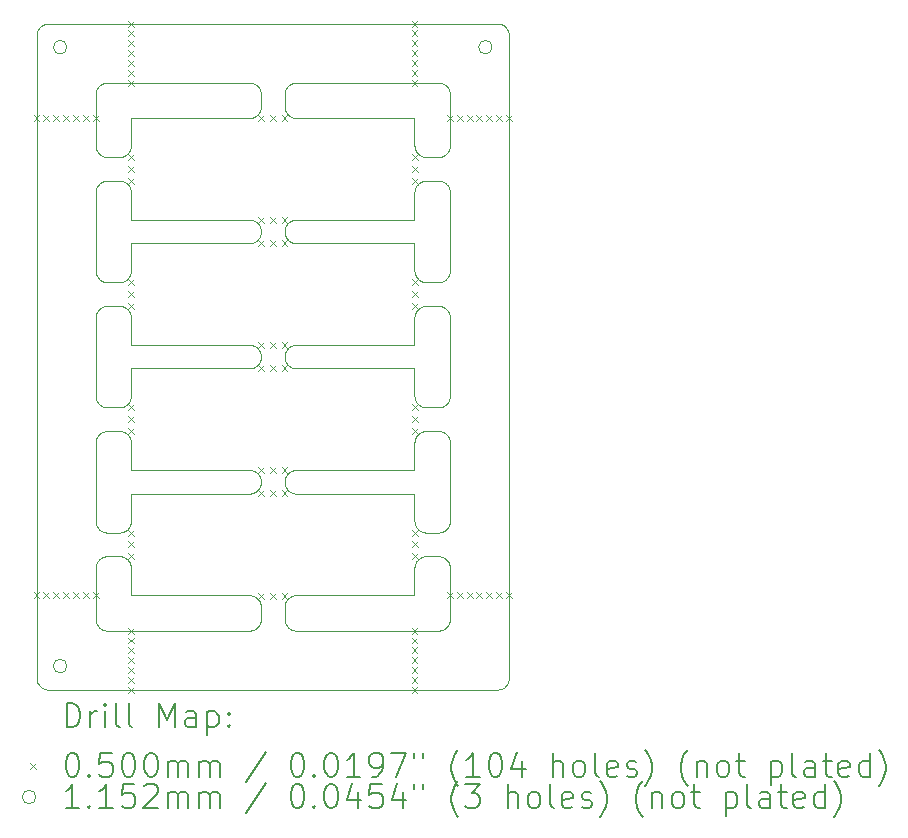
<source format=gbr>
%TF.GenerationSoftware,KiCad,Pcbnew,9.0.0*%
%TF.CreationDate,2025-02-22T21:50:31-05:00*%
%TF.ProjectId,panel,70616e65-6c2e-46b6-9963-61645f706362,v0.1.0*%
%TF.SameCoordinates,Original*%
%TF.FileFunction,Drillmap*%
%TF.FilePolarity,Positive*%
%FSLAX45Y45*%
G04 Gerber Fmt 4.5, Leading zero omitted, Abs format (unit mm)*
G04 Created by KiCad (PCBNEW 9.0.0) date 2025-02-22 21:50:31*
%MOMM*%
%LPD*%
G01*
G04 APERTURE LIST*
%ADD10C,0.100000*%
%ADD11C,0.200000*%
%ADD12C,0.115200*%
G04 APERTURE END LIST*
D10*
X501919Y-5059590D02*
X501081Y-5054758D01*
X16877Y-44462D02*
X16223Y-45493D01*
X566245Y-1124160D02*
X561670Y-1122396D01*
X505840Y-4243755D02*
X504302Y-4239099D01*
X3424374Y-2392994D02*
X3429099Y-2394302D01*
X504302Y-4580901D02*
X505840Y-4576245D01*
X3232811Y-3475879D02*
X3236524Y-3472676D01*
X2102994Y-4915626D02*
X2104302Y-4910901D01*
X3983778Y-5594504D02*
X3987561Y-5588192D01*
X785787Y-2141459D02*
X783164Y-2145601D01*
X1885787Y-5091459D02*
X1883164Y-5095601D01*
X1805002Y-799880D02*
X1800099Y-800000D01*
X751459Y-1115787D02*
X747192Y-1118204D01*
X552807Y-511796D02*
X557187Y-509591D01*
X3414758Y-4511081D02*
X3419589Y-4511920D01*
X1847192Y-3968204D02*
X1842813Y-3970408D01*
X3498919Y-5054758D02*
X3498080Y-5059590D01*
X3270900Y-1125698D02*
X3266245Y-1124160D01*
X3495698Y-3179099D02*
X3494160Y-3183755D01*
X2148541Y-514213D02*
X2152807Y-511796D01*
X8137Y-5579378D02*
X11283Y-5586030D01*
X3270900Y-1334302D02*
X3275626Y-1332994D01*
X3939378Y-5631863D02*
X3946030Y-5628717D01*
X525879Y-4277189D02*
X522676Y-4273476D01*
X1870740Y-2749260D02*
X1874121Y-2752811D01*
X1899880Y-3874998D02*
X1900000Y-3879901D01*
X1833755Y-3974160D02*
X1829099Y-3975698D01*
X3209591Y-3507187D02*
X3211796Y-3502807D01*
X2190108Y-500481D02*
X2194998Y-500120D01*
X3988167Y-5587123D02*
X3988716Y-5586032D01*
X1897006Y-2795626D02*
X1898080Y-2800410D01*
X770740Y-4539260D02*
X774121Y-4542811D01*
X2161670Y-2912395D02*
X2157187Y-2910408D01*
X3988717Y-5586030D02*
X3991863Y-5579378D01*
X800000Y-2489901D02*
X800000Y-2718773D01*
X3477324Y-4273476D02*
X3474121Y-4277189D01*
X751459Y-4524213D02*
X755601Y-4526836D01*
X507604Y-5078330D02*
X505840Y-5073755D01*
X1838330Y-4847604D02*
X1842813Y-4849591D01*
X705002Y-4510120D02*
X709892Y-4510481D01*
X3498080Y-580410D02*
X3498919Y-585242D01*
X3424374Y-4512994D02*
X3429099Y-4514302D01*
X777324Y-2153476D02*
X774121Y-2157189D01*
X3294998Y-3450120D02*
X3299901Y-3450000D01*
X3222676Y-2153476D02*
X3219659Y-2149610D01*
X501081Y-4595242D02*
X501919Y-4590410D01*
X3211796Y-3502807D02*
X3214213Y-3498541D01*
X1824374Y-1662994D02*
X1829099Y-1664302D01*
X585242Y-3451081D02*
X590108Y-3450481D01*
X774121Y-2422811D02*
X777324Y-2426524D01*
X3216836Y-4265601D02*
X3214213Y-4261459D01*
X1900000Y-1759901D02*
X1900000Y-1760099D01*
X509591Y-3507187D02*
X511796Y-3502807D01*
X3438330Y-3457604D02*
X3442813Y-3459591D01*
X1898919Y-4925242D02*
X1899519Y-4930108D01*
X2125879Y-3812811D02*
X2129260Y-3809260D01*
X1874121Y-3947189D02*
X1870740Y-3950740D01*
X2109591Y-2777187D02*
X2111796Y-2772807D01*
X3248541Y-1344213D02*
X3252807Y-1341796D01*
X1870740Y-770740D02*
X1867189Y-774121D01*
X3459610Y-4529660D02*
X3463476Y-4532676D01*
X3499880Y-4604998D02*
X3500000Y-4609901D01*
X1898919Y-2834758D02*
X1898080Y-2839589D01*
X44462Y-5623123D02*
X45493Y-5623777D01*
X3485787Y-5091459D02*
X3483164Y-5095601D01*
X3955538Y-16877D02*
X3954506Y-16223D01*
X561670Y-2182396D02*
X557187Y-2180409D01*
X3488204Y-1382807D02*
X3490408Y-1387187D01*
X1867189Y-1834121D02*
X1863476Y-1837324D01*
X1894160Y-3913755D02*
X1892395Y-3918330D01*
X2111796Y-4892807D02*
X2114213Y-4888541D01*
X3995992Y-72160D02*
X3995666Y-70983D01*
X797006Y-4234374D02*
X795698Y-4239099D01*
X759610Y-1110340D02*
X755601Y-1113164D01*
X2114213Y-1708541D02*
X2116836Y-1704398D01*
X1847192Y-3791796D02*
X1851459Y-3794213D01*
X794160Y-2123755D02*
X792395Y-2128330D01*
X2194998Y-3979880D02*
X2190108Y-3979519D01*
X1899519Y-5049892D02*
X1898919Y-5054758D01*
X548541Y-4524213D02*
X552807Y-4521796D01*
X544399Y-5123164D02*
X540390Y-5120340D01*
X1800099Y-2720000D02*
X1805002Y-2720120D01*
X798080Y-2470410D02*
X798919Y-2475242D01*
X1870740Y-4869260D02*
X1874121Y-4872811D01*
X60622Y-8137D02*
X53970Y-11283D01*
X3463476Y-2167324D02*
X3459610Y-2170340D01*
X3988164Y-52872D02*
X3987562Y-51810D01*
X3299901Y-2190000D02*
X3294998Y-2189880D01*
X580410Y-5138080D02*
X575626Y-5137006D01*
X4000000Y-5538773D02*
X4000000Y-101227D01*
X3499519Y-3159892D02*
X3498919Y-3164758D01*
X3275626Y-2187006D02*
X3270900Y-2185698D01*
X790408Y-3192813D02*
X788204Y-3197192D01*
X3285242Y-3451081D02*
X3290108Y-3450481D01*
X1819589Y-2721920D02*
X1824374Y-2722994D01*
X1899880Y-1754998D02*
X1900000Y-1759901D01*
X3992359Y-61741D02*
X3991864Y-60624D01*
X3214213Y-1378541D02*
X3216836Y-1374399D01*
X2114213Y-3828541D02*
X2116836Y-3824398D01*
X3497006Y-1054374D02*
X3495698Y-1059099D01*
X3480340Y-5099610D02*
X3477324Y-5103476D01*
X3442813Y-5130409D02*
X3438330Y-5132396D01*
X798080Y-4229590D02*
X797006Y-4234374D01*
X1824374Y-3782994D02*
X1829099Y-3784302D01*
X709892Y-4309519D02*
X705002Y-4309880D01*
X780340Y-4269610D02*
X777324Y-4273476D01*
X801225Y-3980000D02*
X800124Y-3980027D01*
X759610Y-2170340D02*
X755601Y-2173164D01*
X599901Y-4510000D02*
X700099Y-4510000D01*
X3222676Y-1366524D02*
X3225879Y-1362811D01*
X532811Y-2415879D02*
X536524Y-2412676D01*
X3419589Y-5138080D02*
X3414758Y-5138919D01*
X1742Y-5558297D02*
X1950Y-5559501D01*
X3929017Y-4334D02*
X3927840Y-4008D01*
X570901Y-504302D02*
X575626Y-502994D01*
X1890408Y-1802813D02*
X1888204Y-1807192D01*
X1829099Y-2915698D02*
X1824374Y-2917006D01*
X2104302Y-2849099D02*
X2102994Y-2844374D01*
X525879Y-5107189D02*
X522676Y-5103476D01*
X2116836Y-544399D02*
X2119660Y-540390D01*
X747192Y-2401796D02*
X751459Y-2404213D01*
X3455601Y-516836D02*
X3459610Y-519659D01*
X3252807Y-2178204D02*
X3248541Y-2175787D01*
X98777Y-5639940D02*
X101225Y-5640000D01*
X1885787Y-4888541D02*
X1888204Y-4892807D01*
X1824374Y-5137006D02*
X1819589Y-5138080D01*
X729099Y-4305698D02*
X724374Y-4307006D01*
X3257187Y-1120409D02*
X3252807Y-1118204D01*
X3978031Y-37544D02*
X3977279Y-36582D01*
X3266245Y-1124160D02*
X3261670Y-1122396D01*
X3232811Y-2415879D02*
X3236524Y-2412676D01*
X519659Y-3209610D02*
X516836Y-3205601D01*
X767189Y-1104121D02*
X763476Y-1107324D01*
X2100120Y-2825002D02*
X2100000Y-2820099D01*
X599901Y-2390000D02*
X700099Y-2390000D01*
X1838330Y-1667604D02*
X1842813Y-1669591D01*
X1898080Y-2800410D02*
X1898919Y-2805242D01*
X557187Y-4300409D02*
X552807Y-4298204D01*
X590108Y-2189519D02*
X585242Y-2188919D01*
X2105840Y-1793755D02*
X2104302Y-1789099D01*
X505840Y-3516245D02*
X507604Y-3511670D01*
X2175626Y-1662994D02*
X2180410Y-1661919D01*
X719589Y-2188080D02*
X714758Y-2188919D01*
X3438330Y-2182396D02*
X3433755Y-2184160D01*
X580410Y-2188080D02*
X575626Y-2187006D01*
X2114213Y-2768541D02*
X2116836Y-2764399D01*
X2114213Y-548541D02*
X2116836Y-544399D01*
X800000Y-1861227D02*
X800000Y-2090099D01*
X3211796Y-2442807D02*
X3214213Y-2438541D01*
X3201919Y-4229590D02*
X3201081Y-4224758D01*
X2100481Y-709892D02*
X2100120Y-705002D01*
X3492395Y-4571670D02*
X3494160Y-4576245D01*
X3225879Y-3217189D02*
X3222676Y-3213476D01*
X2100120Y-3874998D02*
X2100481Y-3870108D01*
X505840Y-566245D02*
X507604Y-561670D01*
X3419589Y-3248080D02*
X3414758Y-3248919D01*
X3219659Y-3490390D02*
X3222676Y-3486524D01*
X755601Y-2173164D02*
X751459Y-2175787D01*
X3400099Y-4510000D02*
X3405002Y-4510120D01*
X3209591Y-1072813D02*
X3207604Y-1068330D01*
X1863476Y-777324D02*
X1859610Y-780340D01*
X1899880Y-2814998D02*
X1900000Y-2819901D01*
X1829099Y-1664302D02*
X1833755Y-1665840D01*
X799519Y-2480108D02*
X799880Y-2484998D01*
X3470740Y-4539260D02*
X3474121Y-4542811D01*
X3956541Y-17583D02*
X3955542Y-16879D01*
X3494160Y-2456245D02*
X3495698Y-2460901D01*
X1899880Y-5045002D02*
X1899519Y-5049892D01*
X552807Y-3238204D02*
X548541Y-3235787D01*
X1800099Y-4840000D02*
X1805002Y-4840120D01*
X794160Y-1063755D02*
X792395Y-1068330D01*
X557187Y-1120409D02*
X552807Y-1118204D01*
X2129260Y-1689260D02*
X2132811Y-1685879D01*
X3204302Y-2119099D02*
X3202994Y-2114374D01*
X790408Y-1387187D02*
X792395Y-1391670D01*
X509591Y-2132813D02*
X507604Y-2128330D01*
X747192Y-1118204D02*
X742813Y-1120409D01*
X1805002Y-2720120D02*
X1809892Y-2720481D01*
X3480340Y-2430390D02*
X3483164Y-2434399D01*
X548541Y-514213D02*
X552807Y-511796D01*
X3976478Y-5604347D02*
X3977276Y-5603422D01*
X519659Y-540390D02*
X522676Y-536524D01*
X3419589Y-501919D02*
X3424374Y-502994D01*
X1870740Y-1689260D02*
X1874121Y-1692811D01*
X1874121Y-5107189D02*
X1870740Y-5110740D01*
X519659Y-1089610D02*
X516836Y-1085601D01*
X3442813Y-1339591D02*
X3447192Y-1341796D01*
X1809892Y-2720481D02*
X1814758Y-2721081D01*
X529260Y-4539260D02*
X532811Y-4535879D01*
X1883164Y-2875601D02*
X1880340Y-2879610D01*
X2190108Y-3979519D02*
X2185242Y-3978919D01*
X3499519Y-1039892D02*
X3498919Y-1044758D01*
X3901226Y-5639940D02*
X3908576Y-5639579D01*
X800124Y-4839973D02*
X801225Y-4840000D01*
X1855601Y-3796836D02*
X1859610Y-3799659D01*
X7641Y-5578259D02*
X8136Y-5579376D01*
X3474121Y-1097189D02*
X3470740Y-1100740D01*
X3483164Y-5095601D02*
X3480340Y-5099610D01*
X3463476Y-5117324D02*
X3459610Y-5120340D01*
X1892395Y-1798330D02*
X1890408Y-1802813D01*
X1892395Y-2858330D02*
X1890408Y-2862813D01*
X1842813Y-2910408D02*
X1838330Y-2912395D01*
X755601Y-3233164D02*
X751459Y-3235787D01*
X525879Y-1097189D02*
X522676Y-1093476D01*
X2194998Y-500120D02*
X2199901Y-500000D01*
X3222676Y-1093476D02*
X3219659Y-1089610D01*
X1888204Y-2772807D02*
X1890408Y-2777187D01*
X1805002Y-5139880D02*
X1800099Y-5140000D01*
X3201081Y-4224758D02*
X3200481Y-4219892D01*
X3955542Y-5623120D02*
X3956541Y-5622417D01*
X3499519Y-4219892D02*
X3498919Y-4224758D01*
X552807Y-1118204D02*
X548541Y-1115787D01*
X2199901Y-1860000D02*
X2194998Y-1859880D01*
X3229260Y-4539260D02*
X3232811Y-4535879D01*
X2102994Y-575626D02*
X2104302Y-570901D01*
X1829099Y-4844302D02*
X1833755Y-4845840D01*
X500481Y-1420108D02*
X501081Y-1415242D01*
X2166245Y-2725840D02*
X2170901Y-2724302D01*
X1874121Y-2752811D02*
X1877324Y-2756524D01*
X1894160Y-5073755D02*
X1892395Y-5078330D01*
X2170901Y-3784302D02*
X2175626Y-3782994D01*
X552807Y-1341796D02*
X557187Y-1339591D01*
X763476Y-1107324D02*
X759610Y-1110340D01*
X3424374Y-3452994D02*
X3429099Y-3454302D01*
X3222676Y-4273476D02*
X3219659Y-4269610D01*
X1880340Y-4880390D02*
X1883164Y-4884399D01*
X1814758Y-3978919D02*
X1809892Y-3979519D01*
X1819589Y-3781919D02*
X1824374Y-3782994D01*
X532811Y-5114121D02*
X529260Y-5110740D01*
X2100000Y-2819901D02*
X2100120Y-2814998D01*
X1898080Y-5059590D02*
X1897006Y-5064374D01*
X2111796Y-3927192D02*
X2109591Y-3922813D01*
X1899880Y-1765002D02*
X1899519Y-1769892D01*
X3480340Y-1089610D02*
X3477324Y-1093476D01*
X3414758Y-5138919D02*
X3409892Y-5139519D01*
X500120Y-4604998D02*
X500481Y-4600108D01*
X2107604Y-1798330D02*
X2105840Y-1793755D01*
X1863476Y-1682676D02*
X1867189Y-1685879D01*
X3204302Y-3179099D02*
X3202994Y-3174374D01*
X3495698Y-4580901D02*
X3497006Y-4585626D01*
X3204302Y-4239099D02*
X3202994Y-4234374D01*
X3244398Y-2406836D02*
X3248541Y-2404213D01*
X3451459Y-5125787D02*
X3447192Y-5128204D01*
X2185242Y-3978919D02*
X2180410Y-3978080D01*
X1892395Y-4901670D02*
X1894160Y-4906245D01*
X3202994Y-1405626D02*
X3204302Y-1400900D01*
X548541Y-3464213D02*
X552807Y-3461796D01*
X3497006Y-5064374D02*
X3495698Y-5069099D01*
X3201919Y-2109590D02*
X3201081Y-2104758D01*
X3266245Y-1335840D02*
X3270900Y-1334302D01*
X3202994Y-2114374D02*
X3201919Y-2109590D01*
X557187Y-5130409D02*
X552807Y-5128204D01*
X2129260Y-529260D02*
X2132811Y-525879D01*
X3488204Y-4257193D02*
X3485787Y-4261459D01*
X1899519Y-590108D02*
X1899880Y-594998D01*
X3236524Y-1107324D02*
X3232811Y-1104121D01*
X501919Y-4590410D02*
X502994Y-4585626D01*
X1855601Y-783164D02*
X1851459Y-785787D01*
X3419589Y-1128080D02*
X3414758Y-1128919D01*
X3490408Y-2447187D02*
X3492395Y-2451670D01*
X2107604Y-2781670D02*
X2109591Y-2777187D01*
X3405002Y-1129880D02*
X3400099Y-1130000D01*
X1898080Y-1779589D02*
X1897006Y-1784374D01*
X60624Y-5631864D02*
X61741Y-5632359D01*
X1898919Y-1745242D02*
X1899519Y-1750108D01*
X3470740Y-2419260D02*
X3474121Y-2422811D01*
X3937115Y-5632800D02*
X3938254Y-5632361D01*
X3266245Y-2395840D02*
X3270900Y-2394302D01*
X3987561Y-51808D02*
X3983778Y-45496D01*
X91422Y-421D02*
X90204Y-511D01*
X2107604Y-3918330D02*
X2105840Y-3913755D01*
X3498919Y-1415242D02*
X3499519Y-1420108D01*
X3500000Y-3150099D02*
X3499880Y-3155002D01*
X2122676Y-2883476D02*
X2119660Y-2879610D01*
X2109591Y-742813D02*
X2107604Y-738330D01*
X2107604Y-3841670D02*
X2109591Y-3837187D01*
X709892Y-3249519D02*
X705002Y-3249880D01*
X3495698Y-2119099D02*
X3494160Y-2123755D01*
X3409892Y-1129519D02*
X3405002Y-1129880D01*
X90199Y-512D02*
X88987Y-661D01*
X3400099Y-2390000D02*
X3405002Y-2390120D01*
X3490408Y-2132813D02*
X3488204Y-2137193D01*
X2180410Y-5138080D02*
X2175626Y-5137006D01*
X2100120Y-3885002D02*
X2100000Y-3880099D01*
X1897006Y-575626D02*
X1898080Y-580410D01*
X502994Y-5064374D02*
X501919Y-5059590D01*
X3219659Y-2430390D02*
X3222676Y-2426524D01*
X729099Y-2185698D02*
X724374Y-2187006D01*
X1895698Y-729099D02*
X1894160Y-733755D01*
X507604Y-1068330D02*
X505840Y-1063755D01*
X2132811Y-774121D02*
X2129260Y-770740D01*
X511796Y-5087193D02*
X509591Y-5082813D01*
X3483164Y-3205601D02*
X3480340Y-3209610D01*
X504302Y-3179099D02*
X502994Y-3174374D01*
X3285242Y-4308919D02*
X3280410Y-4308080D01*
X3485787Y-2438541D02*
X3488204Y-2442807D01*
X3257187Y-2180409D02*
X3252807Y-2178204D01*
X770740Y-3479260D02*
X774121Y-3482811D01*
X507604Y-3511670D02*
X509591Y-3507187D01*
X2144399Y-2903164D02*
X2140390Y-2900340D01*
X795698Y-1059099D02*
X794160Y-1063755D01*
X575626Y-1127006D02*
X570901Y-1125698D01*
X536524Y-4532676D02*
X540390Y-4529660D01*
X1899519Y-4930108D02*
X1899880Y-4934998D01*
X3429099Y-3245698D02*
X3424374Y-3247006D01*
X2122676Y-3943476D02*
X2119660Y-3939610D01*
X3205840Y-4243755D02*
X3204302Y-4239099D01*
X3429099Y-4514302D02*
X3433755Y-4515840D01*
X3999578Y-91422D02*
X3999489Y-90204D01*
X1867189Y-3805879D02*
X1870740Y-3809260D01*
X774121Y-1362811D02*
X777324Y-1366524D01*
X2157187Y-2910408D02*
X2152807Y-2908204D01*
X3997780Y-79301D02*
X3995992Y-72162D01*
X1870740Y-5110740D02*
X1867189Y-5114121D01*
X799519Y-1420108D02*
X799880Y-1424998D01*
X747192Y-3461796D02*
X751459Y-3464213D01*
X1877324Y-4876524D02*
X1880340Y-4880390D01*
X2190108Y-2720481D02*
X2194998Y-2720120D01*
X532811Y-3475879D02*
X536524Y-3472676D01*
X81705Y-5638259D02*
X88984Y-5639338D01*
X3438330Y-1122396D02*
X3433755Y-1124160D01*
X3209591Y-4567187D02*
X3211796Y-4562807D01*
X3200000Y-2489901D02*
X3200120Y-2484998D01*
X17583Y-43459D02*
X16879Y-44458D01*
X1819589Y-4841920D02*
X1824374Y-4842994D01*
X3405002Y-2390120D02*
X3409892Y-2390481D01*
X3299901Y-3250000D02*
X3294998Y-3249880D01*
X3285242Y-2188919D02*
X3280410Y-2188080D01*
X3451459Y-1115787D02*
X3447192Y-1118204D01*
X2199901Y-3780000D02*
X3198773Y-3780000D01*
X1874121Y-1692811D02*
X1877324Y-1696524D01*
X3200000Y-4210099D02*
X3200000Y-3981227D01*
X2136524Y-777324D02*
X2132811Y-774121D01*
X3929022Y-5635664D02*
X3930182Y-5635281D01*
X798080Y-4590410D02*
X798919Y-4595242D01*
X3997781Y-5560697D02*
X3998048Y-5559506D01*
X11283Y-53970D02*
X8137Y-60622D01*
X509591Y-4252813D02*
X507604Y-4248330D01*
X3198775Y-2720000D02*
X3199875Y-2719973D01*
X3225879Y-3482811D02*
X3229260Y-3479260D01*
X783164Y-2145601D02*
X780340Y-2149610D01*
X2109591Y-3837187D02*
X2111796Y-3832807D01*
X3909796Y-511D02*
X3908578Y-421D01*
X3463476Y-4287324D02*
X3459610Y-4290340D01*
X3419589Y-3451919D02*
X3424374Y-3452994D01*
X2140390Y-1679659D02*
X2144399Y-1676836D01*
X1814758Y-2918919D02*
X1809892Y-2919519D01*
X61741Y-7641D02*
X60624Y-8136D01*
X1855601Y-2736836D02*
X1859610Y-2739660D01*
X3207604Y-4248330D02*
X3205840Y-4243755D01*
X557187Y-2399591D02*
X561670Y-2397604D01*
X599901Y-2190000D02*
X594998Y-2189880D01*
X3492395Y-2451670D02*
X3494160Y-2456245D01*
X705002Y-3450120D02*
X709892Y-3450481D01*
X1805002Y-1859880D02*
X1800099Y-1860000D01*
X3201081Y-1044758D02*
X3200481Y-1039892D01*
X3275626Y-1332994D02*
X3280410Y-1331920D01*
X516836Y-5095601D02*
X514213Y-5091459D01*
X1800099Y-1660000D02*
X1805002Y-1660120D01*
X570901Y-3454302D02*
X575626Y-3452994D01*
X3474121Y-4542811D02*
X3477324Y-4546524D01*
X2185242Y-2721081D02*
X2190108Y-2720481D01*
X1950Y-80499D02*
X1742Y-81703D01*
X1892395Y-561670D02*
X1894160Y-566245D01*
X3451459Y-1344213D02*
X3455601Y-1346836D01*
X3219659Y-2149610D02*
X3216836Y-2145601D01*
X585242Y-4511081D02*
X590108Y-4510481D01*
X60Y-98777D02*
X0Y-101225D01*
X2148541Y-1845787D02*
X2144399Y-1843164D01*
X580410Y-1331920D02*
X585242Y-1331081D01*
X3433755Y-5134160D02*
X3429099Y-5135698D01*
X2102994Y-724374D02*
X2101920Y-719589D01*
X2122676Y-3816524D02*
X2125879Y-3812811D01*
X3451459Y-3235787D02*
X3447192Y-3238204D01*
X1863476Y-2897324D02*
X1859610Y-2900340D01*
X3467189Y-1104121D02*
X3463476Y-1107324D01*
X3414758Y-3451081D02*
X3419589Y-3451919D01*
X500481Y-3540108D02*
X501081Y-3535242D01*
X3240390Y-4290340D02*
X3236524Y-4287324D01*
X514213Y-2438541D02*
X516836Y-2434399D01*
X594998Y-4510120D02*
X599901Y-4510000D01*
X540390Y-1110340D02*
X536524Y-1107324D01*
X514213Y-1378541D02*
X516836Y-1374399D01*
X500000Y-2489901D02*
X500120Y-2484998D01*
X501081Y-2104758D02*
X500481Y-2099892D01*
X801225Y-1860000D02*
X800124Y-1860027D01*
X501081Y-585242D02*
X501919Y-580410D01*
X788204Y-4562807D02*
X790408Y-4567187D01*
X30199Y-5611535D02*
X35651Y-5616477D01*
X2152807Y-3968204D02*
X2148541Y-3965787D01*
X774121Y-1097189D02*
X770740Y-1100740D01*
X501081Y-4224758D02*
X500481Y-4219892D01*
X500120Y-1035002D02*
X500000Y-1030099D01*
X590108Y-2390481D02*
X594998Y-2390120D01*
X1888204Y-747192D02*
X1885787Y-751459D01*
X3447192Y-511796D02*
X3451459Y-514213D01*
X747192Y-4521796D02*
X751459Y-4524213D01*
X2109591Y-2862813D02*
X2107604Y-2858330D01*
X3442813Y-2399591D02*
X3447192Y-2401796D01*
X3451459Y-3464213D02*
X3455601Y-3466836D01*
X794160Y-3516245D02*
X795698Y-3520900D01*
X2101920Y-580410D02*
X2102994Y-575626D01*
X3447192Y-4521796D02*
X3451459Y-4524213D01*
X3995992Y-5567838D02*
X3997780Y-5560699D01*
X3485787Y-2141459D02*
X3483164Y-2145601D01*
X580410Y-1128080D02*
X575626Y-1127006D01*
X2175626Y-4842994D02*
X2180410Y-4841920D01*
X2119660Y-540390D02*
X2122676Y-536524D01*
X599901Y-3450000D02*
X700099Y-3450000D01*
X705002Y-2189880D02*
X700099Y-2190000D01*
X516836Y-4265601D02*
X514213Y-4261459D01*
X3983777Y-45493D02*
X3983123Y-44462D01*
X3467189Y-4535879D02*
X3470740Y-4539260D01*
X544399Y-3466836D02*
X548541Y-3464213D01*
X2185242Y-3781081D02*
X2190108Y-3780481D01*
X714758Y-3248919D02*
X709892Y-3249519D01*
X3488204Y-552807D02*
X3490408Y-557187D01*
X2119660Y-3820390D02*
X2122676Y-3816524D01*
X780340Y-1370390D02*
X783164Y-1374399D01*
X759610Y-3469659D02*
X763476Y-3472676D01*
X566245Y-4304160D02*
X561670Y-4302396D01*
X3455601Y-2406836D02*
X3459610Y-2409660D01*
X532811Y-1104121D02*
X529260Y-1100740D01*
X3474121Y-5107189D02*
X3470740Y-5110740D01*
X70978Y-4336D02*
X69818Y-4719D01*
X580410Y-2391920D02*
X585242Y-2391081D01*
X580410Y-3451919D02*
X585242Y-3451081D01*
X2148541Y-2734213D02*
X2152807Y-2731796D01*
X714758Y-1331081D02*
X719589Y-1331920D01*
X3499519Y-590108D02*
X3499880Y-594998D01*
X795698Y-2460901D02*
X797006Y-2465626D01*
X501081Y-1415242D02*
X501919Y-1410410D01*
X2157187Y-3970408D02*
X2152807Y-3968204D01*
X2100000Y-1759901D02*
X2100120Y-1754998D01*
X3983120Y-44458D02*
X3982417Y-43459D01*
X801225Y-800000D02*
X800124Y-800027D01*
X798080Y-3530410D02*
X798919Y-3535242D01*
X3200481Y-3159892D02*
X3200120Y-3155002D01*
X3200120Y-4215002D02*
X3200000Y-4210099D01*
X759610Y-4529660D02*
X763476Y-4532676D01*
X522676Y-2153476D02*
X519659Y-2149610D01*
X3240390Y-4529660D02*
X3244398Y-4526836D01*
X1899880Y-4934998D02*
X1900000Y-4939901D01*
X3200481Y-4600108D02*
X3201081Y-4595242D01*
X1883164Y-3935601D02*
X1880340Y-3939610D01*
X3438330Y-2397604D02*
X3442813Y-2399591D01*
X500120Y-2484998D02*
X500481Y-2480108D01*
X767189Y-2415879D02*
X770740Y-2419260D01*
X519659Y-4269610D02*
X516836Y-4265601D01*
X525879Y-1362811D02*
X529260Y-1359260D01*
X2109591Y-1717187D02*
X2111796Y-1712807D01*
X1895698Y-5069099D02*
X1894160Y-5073755D01*
X763476Y-2412676D02*
X767189Y-2415879D01*
X511796Y-4562807D02*
X514213Y-4558541D01*
X3954506Y-5623777D02*
X3955538Y-5623123D01*
X514213Y-4261459D02*
X511796Y-4257193D01*
X3455601Y-4293164D02*
X3451459Y-4295787D01*
X2111796Y-747192D02*
X2109591Y-742813D01*
X3477324Y-2153476D02*
X3474121Y-2157189D01*
X1833755Y-3785840D02*
X1838330Y-3787604D01*
X3500000Y-3549901D02*
X3500000Y-4210099D01*
X552807Y-4521796D02*
X557187Y-4519591D01*
X1855601Y-1676836D02*
X1859610Y-1679659D01*
X3211796Y-1382807D02*
X3214213Y-1378541D01*
X3494160Y-1396245D02*
X3495698Y-1400900D01*
X763476Y-4287324D02*
X759610Y-4290340D01*
X3201919Y-3530410D02*
X3202994Y-3525626D01*
X3474121Y-2422811D02*
X3477324Y-2426524D01*
X1842813Y-4849591D02*
X1847192Y-4851796D01*
X3477324Y-1093476D02*
X3474121Y-1097189D01*
X2157187Y-5130409D02*
X2152807Y-5128204D01*
X785787Y-1378541D02*
X788204Y-1382807D01*
X3275626Y-3247006D02*
X3270900Y-3245698D01*
X2161670Y-792395D02*
X2157187Y-790408D01*
X23523Y-5604349D02*
X28465Y-5609801D01*
X2101081Y-714758D02*
X2100481Y-709892D01*
X3240390Y-3469659D02*
X3244398Y-3466836D01*
X2144399Y-5123164D02*
X2140390Y-5120340D01*
X767189Y-4535879D02*
X770740Y-4539260D01*
X0Y-101227D02*
X0Y-5538773D01*
X2101920Y-3860410D02*
X2102994Y-3855626D01*
X1892395Y-5078330D02*
X1890408Y-5082813D01*
X3499880Y-594998D02*
X3500000Y-599901D01*
X799880Y-2484998D02*
X800000Y-2489901D01*
X1894160Y-1793755D02*
X1892395Y-1798330D01*
X709892Y-3450481D02*
X714758Y-3451081D01*
X3463476Y-1107324D02*
X3459610Y-1110340D01*
X585242Y-1128919D02*
X580410Y-1128080D01*
X3222676Y-3486524D02*
X3225879Y-3482811D01*
X1888204Y-4892807D02*
X1890408Y-4897187D01*
X1829099Y-3784302D02*
X1833755Y-3785840D01*
X3270900Y-4514302D02*
X3275626Y-4512994D01*
X1897006Y-724374D02*
X1895698Y-729099D01*
X101225Y0D02*
X98777Y-60D01*
X2152807Y-1848204D02*
X2148541Y-1845787D01*
X2122676Y-4876524D02*
X2125879Y-4872811D01*
X557187Y-3459591D02*
X561670Y-3457604D01*
X3995281Y-5570182D02*
X3995664Y-5569022D01*
X783164Y-1085601D02*
X780340Y-1089610D01*
X1819589Y-798080D02*
X1814758Y-798919D01*
X1859610Y-3799659D02*
X1863476Y-3802676D01*
X1829099Y-1855698D02*
X1824374Y-1857006D01*
X2105840Y-733755D02*
X2104302Y-729099D01*
X724374Y-3452994D02*
X729099Y-3454302D01*
X3470740Y-2160740D02*
X3467189Y-2164121D01*
X3498919Y-4224758D02*
X3498080Y-4229590D01*
X3201919Y-3169589D02*
X3201081Y-3164758D01*
X580410Y-501919D02*
X585242Y-501081D01*
X1859610Y-4859660D02*
X1863476Y-4862676D01*
X2161670Y-3787604D02*
X2166245Y-3785840D01*
X2101920Y-3899589D02*
X2101081Y-3894758D01*
X1814758Y-4841081D02*
X1819589Y-4841920D01*
X794160Y-1396245D02*
X795698Y-1400900D01*
X800027Y-1860124D02*
X800000Y-1861225D01*
X585242Y-2391081D02*
X590108Y-2390481D01*
X3405002Y-5139880D02*
X3400099Y-5140000D01*
X1809892Y-500481D02*
X1814758Y-501081D01*
X767189Y-2164121D02*
X763476Y-2167324D01*
X1805002Y-500120D02*
X1809892Y-500481D01*
X2100000Y-2820099D02*
X2100000Y-2819901D01*
X536524Y-1107324D02*
X532811Y-1104121D01*
X785787Y-4261459D02*
X783164Y-4265601D01*
X501919Y-2470410D02*
X502994Y-2465626D01*
X570901Y-3245698D02*
X566245Y-3244160D01*
X1851459Y-785787D02*
X1847192Y-788204D01*
X3495698Y-2460901D02*
X3497006Y-2465626D01*
X35651Y-23523D02*
X30199Y-28465D01*
X3424374Y-1127006D02*
X3419589Y-1128080D01*
X3488204Y-2442807D02*
X3490408Y-2447187D01*
X1809892Y-5139519D02*
X1805002Y-5139880D01*
X2129260Y-5110740D02*
X2125879Y-5107189D01*
X3202994Y-1054374D02*
X3201919Y-1049590D01*
X3442813Y-4300409D02*
X3438330Y-4302396D01*
X3429099Y-2394302D02*
X3433755Y-2395840D01*
X1809892Y-1859519D02*
X1805002Y-1859880D01*
X3477324Y-2426524D02*
X3480340Y-2430390D01*
X500481Y-1039892D02*
X500120Y-1035002D01*
X719589Y-3248080D02*
X714758Y-3248919D01*
X2100120Y-594998D02*
X2100481Y-590108D01*
X1867189Y-525879D02*
X1870740Y-529260D01*
X2161670Y-5132396D02*
X2157187Y-5130409D01*
X1800099Y-5140000D02*
X599901Y-5140000D01*
X557187Y-509591D02*
X561670Y-507604D01*
X767189Y-4284121D02*
X763476Y-4287324D01*
X1829099Y-3975698D02*
X1824374Y-3977006D01*
X3400099Y-3250000D02*
X3299901Y-3250000D01*
X2100000Y-3880099D02*
X2100000Y-3879901D01*
X759610Y-3230340D02*
X755601Y-3233164D01*
X3485787Y-4261459D02*
X3483164Y-4265601D01*
X2190108Y-4840481D02*
X2194998Y-4840120D01*
X774121Y-3482811D02*
X777324Y-3486524D01*
X3991864Y-5579376D02*
X3992359Y-5578259D01*
X3499880Y-4215002D02*
X3499519Y-4219892D01*
X2119660Y-2879610D02*
X2116836Y-2875601D01*
X3414758Y-3248919D02*
X3409892Y-3249519D01*
X2180410Y-2721920D02*
X2185242Y-2721081D01*
X797006Y-4585626D02*
X798080Y-4590410D01*
X3216836Y-1374399D02*
X3219659Y-1370390D01*
X90204Y-5639489D02*
X91422Y-5639578D01*
X3261670Y-1337604D02*
X3266245Y-1335840D01*
X790408Y-4252813D02*
X788204Y-4257193D01*
X1863476Y-2742676D02*
X1867189Y-2745879D01*
X2199901Y-800000D02*
X2194998Y-799880D01*
X2101081Y-4925242D02*
X2101920Y-4920410D01*
X3252807Y-4298204D02*
X3248541Y-4295787D01*
X3455601Y-1113164D02*
X3451459Y-1115787D01*
X1867189Y-2894121D02*
X1863476Y-2897324D01*
X1824374Y-3977006D02*
X1819589Y-3978080D01*
X788204Y-3197192D02*
X785787Y-3201459D01*
X2152807Y-3791796D02*
X2157187Y-3789591D01*
X3490408Y-1387187D02*
X3492395Y-1391670D01*
X3200000Y-801225D02*
X3199973Y-800124D01*
X580410Y-4511920D02*
X585242Y-4511081D01*
X72162Y-5635992D02*
X79301Y-5637780D01*
X552807Y-5128204D02*
X548541Y-5125787D01*
X532811Y-2164121D02*
X529260Y-2160740D01*
X3244398Y-3466836D02*
X3248541Y-3464213D01*
X2170901Y-1664302D02*
X2175626Y-1662994D01*
X1880340Y-1700390D02*
X1883164Y-1704398D01*
X540390Y-4290340D02*
X536524Y-4287324D01*
X529260Y-1100740D02*
X525879Y-1097189D01*
X3442813Y-1120409D02*
X3438330Y-1122396D01*
X590108Y-1129519D02*
X585242Y-1128919D01*
X3433755Y-4515840D02*
X3438330Y-4517604D01*
X3488204Y-5087193D02*
X3485787Y-5091459D01*
X1833755Y-794160D02*
X1829099Y-795698D01*
X798080Y-1410410D02*
X798919Y-1415242D01*
X1833755Y-2725840D02*
X1838330Y-2727604D01*
X1842813Y-5130409D02*
X1838330Y-5132396D01*
X3409892Y-4510481D02*
X3414758Y-4511081D01*
X509591Y-557187D02*
X511796Y-552807D01*
X1863476Y-1837324D02*
X1859610Y-1840340D01*
X3499880Y-2095002D02*
X3499519Y-2099892D01*
X511Y-90204D02*
X421Y-91422D01*
X575626Y-5137006D02*
X570901Y-5135698D01*
X783164Y-3494398D02*
X785787Y-3498541D01*
X3414758Y-4308919D02*
X3409892Y-4309519D01*
X3209591Y-2132813D02*
X3207604Y-2128330D01*
X2104302Y-4910901D02*
X2105840Y-4906245D01*
X500481Y-5049892D02*
X500120Y-5045002D01*
X2157187Y-3789591D02*
X2161670Y-3787604D01*
X700099Y-4310000D02*
X599901Y-4310000D01*
X2104302Y-729099D02*
X2102994Y-724374D01*
X2111796Y-552807D02*
X2114213Y-548541D01*
X2157187Y-790408D02*
X2152807Y-788204D01*
X2185242Y-5138919D02*
X2180410Y-5138080D01*
X548541Y-5125787D02*
X544399Y-5123164D01*
X3442813Y-4519591D02*
X3447192Y-4521796D01*
X3252807Y-1118204D02*
X3248541Y-1115787D01*
X1874121Y-1827189D02*
X1870740Y-1830740D01*
X566245Y-1335840D02*
X570901Y-1334302D01*
X2190108Y-799519D02*
X2185242Y-798919D01*
X17584Y-5596543D02*
X21968Y-5602453D01*
X2114213Y-5091459D02*
X2111796Y-5087193D01*
X2116836Y-755601D02*
X2114213Y-751459D01*
X714758Y-4511081D02*
X719589Y-4511920D01*
X1859610Y-2900340D02*
X1855601Y-2903164D01*
X501919Y-1049590D02*
X501081Y-1044758D01*
X44458Y-16879D02*
X43459Y-17583D01*
X3995280Y-69816D02*
X3992801Y-62887D01*
X3248541Y-4295787D02*
X3244398Y-4293164D01*
X3409892Y-3450481D02*
X3414758Y-3451081D01*
X3400099Y-5140000D02*
X2199901Y-5140000D01*
X3200481Y-4219892D02*
X3200120Y-4215002D01*
X561670Y-3457604D02*
X566245Y-3455840D01*
X544399Y-2173164D02*
X540390Y-2170340D01*
X3299901Y-1130000D02*
X3294998Y-1129880D01*
X2148541Y-1674213D02*
X2152807Y-1671796D01*
X799880Y-1035002D02*
X799519Y-1039892D01*
X599901Y-500000D02*
X1800099Y-500000D01*
X1842813Y-1669591D02*
X1847192Y-1671796D01*
X529260Y-5110740D02*
X525879Y-5107189D01*
X3201081Y-3535242D02*
X3201919Y-3530410D01*
X2190108Y-5139519D02*
X2185242Y-5138919D01*
X800000Y-3778775D02*
X800027Y-3779875D01*
X12437Y-51810D02*
X11836Y-52872D01*
X3290108Y-4309519D02*
X3285242Y-4308919D01*
X700099Y-2390000D02*
X705002Y-2390120D01*
X2136524Y-2742676D02*
X2140390Y-2739660D01*
X501919Y-2109590D02*
X501081Y-2104758D01*
X2125879Y-3947189D02*
X2122676Y-3943476D01*
X2100120Y-2814998D02*
X2100481Y-2810108D01*
X2190108Y-3780481D02*
X2194998Y-3780120D01*
X1883164Y-755601D02*
X1880340Y-759610D01*
X37544Y-21969D02*
X36582Y-22721D01*
X509591Y-4567187D02*
X511796Y-4562807D01*
X3492395Y-4248330D02*
X3490408Y-4252813D01*
X3199973Y-1659875D02*
X3200000Y-1658775D01*
X1885787Y-548541D02*
X1888204Y-552807D01*
X72160Y-4008D02*
X70983Y-4334D01*
X2152807Y-4851796D02*
X2157187Y-4849591D01*
X509591Y-2447187D02*
X511796Y-2442807D01*
X3236524Y-3227324D02*
X3232811Y-3224121D01*
X1898080Y-719589D02*
X1897006Y-724374D01*
X585242Y-5138919D02*
X580410Y-5138080D01*
X2148541Y-3794213D02*
X2152807Y-3791796D01*
X788204Y-1382807D02*
X790408Y-1387187D01*
X2180410Y-3781919D02*
X2185242Y-3781081D01*
X3266245Y-4515840D02*
X3270900Y-4514302D01*
X3498919Y-2104758D02*
X3498080Y-2109590D01*
X1814758Y-5138919D02*
X1809892Y-5139519D01*
X1880340Y-1819610D02*
X1877324Y-1823476D01*
X575626Y-4307006D02*
X570901Y-4305698D01*
X3200000Y-2090099D02*
X3200000Y-1861227D01*
X751459Y-3464213D02*
X755601Y-3466836D01*
X3200000Y-4609901D02*
X3200120Y-4604998D01*
X1859610Y-519659D02*
X1863476Y-522676D01*
X566245Y-2395840D02*
X570901Y-2394302D01*
X2100481Y-5049892D02*
X2100120Y-5045002D01*
X719589Y-2391920D02*
X724374Y-2392994D01*
X3459610Y-2409660D02*
X3463476Y-2412676D01*
X763476Y-3227324D02*
X759610Y-3230340D01*
X800000Y-801227D02*
X800000Y-1030099D01*
X705002Y-1129880D02*
X700099Y-1130000D01*
X3485787Y-3498541D02*
X3488204Y-3502807D01*
X514213Y-548541D02*
X516836Y-544399D01*
X2100481Y-3889892D02*
X2100120Y-3885002D01*
X3214213Y-1081459D02*
X3211796Y-1077193D01*
X3492395Y-561670D02*
X3494160Y-566245D01*
X3498919Y-3535242D02*
X3499519Y-3540108D01*
X3930182Y-4719D02*
X3929022Y-4336D01*
X795698Y-2119099D02*
X794160Y-2123755D01*
X88984Y-662D02*
X81705Y-1741D01*
X3999339Y-5551013D02*
X3999488Y-5549801D01*
X3229260Y-1359260D02*
X3232811Y-1355879D01*
X3459610Y-3469659D02*
X3463476Y-3472676D01*
X1855601Y-4856836D02*
X1859610Y-4859660D01*
X1890408Y-4897187D02*
X1892395Y-4901670D01*
X2152807Y-788204D02*
X2148541Y-785787D01*
X3455601Y-2173164D02*
X3451459Y-2175787D01*
X780340Y-4550390D02*
X783164Y-4554399D01*
X529260Y-2160740D02*
X525879Y-2157189D01*
X3995664Y-70978D02*
X3995281Y-69818D01*
X1838330Y-3972395D02*
X1833755Y-3974160D01*
X794160Y-2456245D02*
X795698Y-2460901D01*
X792395Y-3511670D02*
X794160Y-3516245D01*
X797006Y-2114374D02*
X795698Y-2119099D01*
X3901223Y-60D02*
X3898775Y0D01*
X2109591Y-3922813D02*
X2107604Y-3918330D01*
X2100481Y-3870108D02*
X2101081Y-3865242D01*
X3447192Y-4298204D02*
X3442813Y-4300409D01*
X3205840Y-1063755D02*
X3204302Y-1059099D01*
X3939375Y-8136D02*
X3938259Y-7641D01*
X2105840Y-2786245D02*
X2107604Y-2781670D01*
X3947128Y-5628164D02*
X3948190Y-5627562D01*
X3908576Y-421D02*
X3901226Y-60D01*
X3244398Y-4293164D02*
X3240390Y-4290340D01*
X3225879Y-2422811D02*
X3229260Y-2419260D01*
X780340Y-2149610D02*
X777324Y-2153476D01*
X3455601Y-4526836D02*
X3459610Y-4529660D01*
X3199973Y-2719875D02*
X3200000Y-2718775D01*
X2129260Y-3950740D02*
X2125879Y-3947189D01*
X1819589Y-3978080D02*
X1814758Y-3978919D01*
X661Y-88987D02*
X512Y-90199D01*
X800124Y-3779973D02*
X801225Y-3780000D01*
X1880340Y-5099610D02*
X1877324Y-5103476D01*
X3211796Y-4257193D02*
X3209591Y-4252813D01*
X3497006Y-2465626D02*
X3498080Y-2470410D01*
X1800099Y-2920000D02*
X801227Y-2920000D01*
X3211796Y-3197192D02*
X3209591Y-3192813D01*
X770740Y-1100740D02*
X767189Y-1104121D01*
X3433755Y-505840D02*
X3438330Y-507604D01*
X800000Y-1429901D02*
X800000Y-1658773D01*
X2129260Y-3809260D02*
X2132811Y-3805879D01*
X2101081Y-5054758D02*
X2100481Y-5049892D01*
X800027Y-3980124D02*
X800000Y-3981225D01*
X2199901Y-2720000D02*
X3198773Y-2720000D01*
X738330Y-4517604D02*
X742813Y-4519591D01*
X501081Y-3535242D02*
X501919Y-3530410D01*
X747192Y-1341796D02*
X751459Y-1344213D01*
X16223Y-5594506D02*
X16877Y-5595538D01*
X2132811Y-1834121D02*
X2129260Y-1830740D01*
X1814758Y-3781081D02*
X1819589Y-3781919D01*
X797006Y-2465626D02*
X798080Y-2470410D01*
X519659Y-2149610D02*
X516836Y-2145601D01*
X3498919Y-585242D02*
X3499519Y-590108D01*
X705002Y-3249880D02*
X700099Y-3250000D01*
X3498080Y-5059590D02*
X3497006Y-5064374D01*
X3976477Y-35651D02*
X3971535Y-30199D01*
X3433755Y-3244160D02*
X3429099Y-3245698D01*
X507604Y-3188330D02*
X505840Y-3183755D01*
X770740Y-2419260D02*
X774121Y-2422811D01*
X2101081Y-1745242D02*
X2101920Y-1740410D01*
X1894160Y-2853755D02*
X1892395Y-2858330D01*
X2180410Y-501919D02*
X2185242Y-501081D01*
X2116836Y-1815601D02*
X2114213Y-1811459D01*
X2111796Y-1807192D02*
X2109591Y-1802813D01*
X11284Y-5586032D02*
X11833Y-5587123D01*
X3240390Y-3230340D02*
X3236524Y-3227324D01*
X570901Y-2394302D02*
X575626Y-2392994D01*
X101227Y-5640000D02*
X3898773Y-5640000D01*
X2101920Y-2800410D02*
X2102994Y-2795626D01*
X1814758Y-1858919D02*
X1809892Y-1859519D01*
X3225879Y-1097189D02*
X3222676Y-1093476D01*
X500000Y-4210099D02*
X500000Y-3549901D01*
X2194998Y-2919880D02*
X2190108Y-2919519D01*
X3485787Y-4558541D02*
X3488204Y-4562807D01*
X1805002Y-2919880D02*
X1800099Y-2920000D01*
X3494160Y-4243755D02*
X3492395Y-4248330D01*
X2166245Y-505840D02*
X2170901Y-504302D01*
X3497006Y-4585626D02*
X3498080Y-4590410D01*
X799519Y-2099892D02*
X798919Y-2104758D01*
X733755Y-3455840D02*
X738330Y-3457604D01*
X3969801Y-28465D02*
X3964349Y-23523D01*
X594998Y-2189880D02*
X590108Y-2189519D01*
X2125879Y-532811D02*
X2129260Y-529260D01*
X790408Y-2447187D02*
X792395Y-2451670D01*
X3285242Y-2391081D02*
X3290108Y-2390481D01*
X502994Y-4234374D02*
X501919Y-4229590D01*
X3998049Y-5559501D02*
X3998258Y-5558297D01*
X80494Y-1951D02*
X79303Y-2219D01*
X3240390Y-1349660D02*
X3244398Y-1346836D01*
X719589Y-4511920D02*
X724374Y-4512994D01*
X2122676Y-1696524D02*
X2125879Y-1692811D01*
X1877324Y-2883476D02*
X1874121Y-2887189D01*
X777324Y-2426524D02*
X780340Y-2430390D01*
X785787Y-2438541D02*
X788204Y-2442807D01*
X800027Y-2920124D02*
X800000Y-2921225D01*
X3205840Y-2456245D02*
X3207604Y-2451670D01*
X3927840Y-5635992D02*
X3929017Y-5635666D01*
X3498080Y-3169589D02*
X3497006Y-3174374D01*
X590108Y-500481D02*
X594998Y-500120D01*
X1890408Y-2777187D02*
X1892395Y-2781670D01*
X570901Y-2185698D02*
X566245Y-2184160D01*
X1899519Y-709892D02*
X1898919Y-714758D01*
X3198775Y-3780000D02*
X3199875Y-3779973D01*
X795698Y-4239099D02*
X794160Y-4243755D01*
X2101081Y-2805242D02*
X2101920Y-2800410D01*
X2166245Y-794160D02*
X2161670Y-792395D01*
X2102994Y-3904374D02*
X2101920Y-3899589D01*
X1814758Y-501081D02*
X1819589Y-501919D01*
X1859610Y-1679659D02*
X1863476Y-1682676D01*
X3490408Y-3192813D02*
X3488204Y-3197192D01*
X1809892Y-1660481D02*
X1814758Y-1661081D01*
X1851459Y-2734213D02*
X1855601Y-2736836D01*
X3201081Y-2475242D02*
X3201919Y-2470410D01*
X594998Y-5139880D02*
X590108Y-5139519D01*
X1800099Y-1860000D02*
X801227Y-1860000D01*
X552807Y-2401796D02*
X557187Y-2399591D01*
X509591Y-1072813D02*
X507604Y-1068330D01*
X2180410Y-798080D02*
X2175626Y-797006D01*
X2101920Y-1779589D02*
X2101081Y-1774758D01*
X1863476Y-3957324D02*
X1859610Y-3960340D01*
X3229260Y-1100740D02*
X3225879Y-1097189D01*
X724374Y-3247006D02*
X719589Y-3248080D01*
X3495698Y-570901D02*
X3497006Y-575626D01*
X1883164Y-2764399D02*
X1885787Y-2768541D01*
X3200481Y-1420108D02*
X3201081Y-1415242D01*
X3290108Y-4510481D02*
X3294998Y-4510120D01*
X3483164Y-3494398D02*
X3485787Y-3498541D01*
X79303Y-5637781D02*
X80494Y-5638048D01*
X3494160Y-3183755D02*
X3492395Y-3188330D01*
X3447192Y-2178204D02*
X3442813Y-2180409D01*
X700099Y-3250000D02*
X599901Y-3250000D01*
X3419589Y-1331920D02*
X3424374Y-1332994D01*
X1885787Y-2871459D02*
X1883164Y-2875601D01*
X2122676Y-2756524D02*
X2125879Y-2752811D01*
X3207604Y-3511670D02*
X3209591Y-3507187D01*
X1824374Y-2722994D02*
X1829099Y-2724302D01*
X3429099Y-504302D02*
X3433755Y-505840D01*
X3236524Y-3472676D02*
X3240390Y-3469659D01*
X2175626Y-1857006D02*
X2170901Y-1855698D01*
X729099Y-3454302D02*
X733755Y-3455840D01*
X2109591Y-5082813D02*
X2107604Y-5078330D01*
X795698Y-1400900D02*
X797006Y-1405626D01*
X2175626Y-3977006D02*
X2170901Y-3975698D01*
X3447192Y-3461796D02*
X3451459Y-3464213D01*
X3207604Y-4571670D02*
X3209591Y-4567187D01*
X3248541Y-2175787D02*
X3244398Y-2173164D01*
X52872Y-11836D02*
X51810Y-12437D01*
X3244398Y-1346836D02*
X3248541Y-1344213D01*
X3236524Y-4287324D02*
X3232811Y-4284121D01*
X2148541Y-785787D02*
X2144399Y-783164D01*
X548541Y-2404213D02*
X552807Y-2401796D01*
X705002Y-4309880D02*
X700099Y-4310000D01*
X751459Y-2404213D02*
X755601Y-2406836D01*
X29312Y-5610691D02*
X30197Y-5611533D01*
X3400099Y-500000D02*
X3405002Y-500120D01*
X1897006Y-1784374D02*
X1895698Y-1789099D01*
X2144399Y-2736836D02*
X2148541Y-2734213D01*
X2116836Y-3935601D02*
X2114213Y-3931459D01*
X3405002Y-2189880D02*
X3400099Y-2190000D01*
X1885787Y-2768541D02*
X1888204Y-2772807D01*
X3209591Y-4252813D02*
X3207604Y-4248330D01*
X504302Y-570901D02*
X505840Y-566245D01*
X747192Y-3238204D02*
X742813Y-3240408D01*
X3999489Y-5549796D02*
X3999578Y-5548578D01*
X2175626Y-3782994D02*
X2180410Y-3781919D01*
X525879Y-2422811D02*
X529260Y-2419260D01*
X3485787Y-548541D02*
X3488204Y-552807D01*
X1888204Y-552807D02*
X1890408Y-557187D01*
X759610Y-1349660D02*
X763476Y-1352676D01*
X1874121Y-2887189D02*
X1870740Y-2890740D01*
X2125879Y-1827189D02*
X2122676Y-1823476D01*
X1824374Y-4842994D02*
X1829099Y-4844302D01*
X3200481Y-1039892D02*
X3200120Y-1035002D01*
X3988716Y-53967D02*
X3988167Y-52877D01*
X3490408Y-3507187D02*
X3492395Y-3511670D01*
X785787Y-3201459D02*
X783164Y-3205601D01*
X2180410Y-1661919D02*
X2185242Y-1661081D01*
X709892Y-2189519D02*
X705002Y-2189880D01*
X500120Y-1424998D02*
X500481Y-1420108D01*
X801227Y-1660000D02*
X1800099Y-1660000D01*
X799880Y-4215002D02*
X799519Y-4219892D01*
X3424374Y-5137006D02*
X3419589Y-5138080D01*
X763476Y-4532676D02*
X767189Y-4535879D01*
X777324Y-3486524D02*
X780340Y-3490390D01*
X3207604Y-1068330D02*
X3205840Y-1063755D01*
X511796Y-1382807D02*
X514213Y-1378541D01*
X3451459Y-2404213D02*
X3455601Y-2406836D01*
X11833Y-52877D02*
X11284Y-53967D01*
X799519Y-4600108D02*
X799880Y-4604998D01*
X3429099Y-3454302D02*
X3433755Y-3455840D01*
X785787Y-3498541D02*
X788204Y-3502807D01*
X3299901Y-2390000D02*
X3400099Y-2390000D01*
X1863476Y-3802676D02*
X1867189Y-3805879D01*
X2101081Y-3865242D02*
X2101920Y-3860410D01*
X3216836Y-1085601D02*
X3214213Y-1081459D01*
X3200000Y-3778773D02*
X3200000Y-3549901D01*
X3200000Y-2921225D02*
X3199973Y-2920124D01*
X540390Y-3469659D02*
X544399Y-3466836D01*
X1870740Y-2890740D02*
X1867189Y-2894121D01*
X1895698Y-3909099D02*
X1894160Y-3913755D01*
X599901Y-1330000D02*
X700099Y-1330000D01*
X3500000Y-599901D02*
X3500000Y-1030099D01*
X2194998Y-4840120D02*
X2199901Y-4840000D01*
X514213Y-4558541D02*
X516836Y-4554399D01*
X3225879Y-2157189D02*
X3222676Y-2153476D01*
X3498919Y-4595242D02*
X3499519Y-4600108D01*
X501081Y-1044758D02*
X500481Y-1039892D01*
X3252807Y-3461796D02*
X3257187Y-3459591D01*
X1900000Y-3880099D02*
X1899880Y-3885002D01*
X729099Y-3245698D02*
X724374Y-3247006D01*
X504302Y-1059099D02*
X502994Y-1054374D01*
X1880340Y-3820390D02*
X1883164Y-3824398D01*
X3275626Y-4512994D02*
X3280410Y-4511920D01*
X742813Y-1339591D02*
X747192Y-1341796D01*
X3285242Y-1128919D02*
X3280410Y-1128080D01*
X3483164Y-4265601D02*
X3480340Y-4269610D01*
X3463476Y-2412676D02*
X3467189Y-2415879D01*
X507604Y-2128330D02*
X505840Y-2123755D01*
X742813Y-4300409D02*
X738330Y-4302396D01*
X3252807Y-4521796D02*
X3257187Y-4519591D01*
X3405002Y-1330120D02*
X3409892Y-1330481D01*
X590108Y-4510481D02*
X594998Y-4510120D01*
X516836Y-2434399D02*
X519659Y-2430390D01*
X1855601Y-1843164D02*
X1851459Y-1845787D01*
X1833755Y-5134160D02*
X1829099Y-5135698D01*
X502994Y-3525626D02*
X504302Y-3520900D01*
X797006Y-1405626D02*
X798080Y-1410410D01*
X500000Y-5040099D02*
X500000Y-4609901D01*
X792395Y-4571670D02*
X794160Y-4576245D01*
X3205840Y-4576245D02*
X3207604Y-4571670D01*
X770740Y-2160740D02*
X767189Y-2164121D01*
X1874121Y-3812811D02*
X1877324Y-3816524D01*
X509591Y-3192813D02*
X507604Y-3188330D01*
X1809892Y-3979519D02*
X1805002Y-3979880D01*
X3999579Y-5548576D02*
X3999940Y-5541226D01*
X575626Y-502994D02*
X580410Y-501919D01*
X1867189Y-5114121D02*
X1863476Y-5117324D01*
X3204302Y-1400900D02*
X3205840Y-1396245D01*
X1847192Y-1848204D02*
X1842813Y-1850408D01*
X2101920Y-5059590D02*
X2101081Y-5054758D01*
X2105840Y-3913755D02*
X2104302Y-3909099D01*
X1880340Y-2760390D02*
X1883164Y-2764399D01*
X3998259Y-5558295D02*
X3999338Y-5551016D01*
X3488204Y-2137193D02*
X3485787Y-2141459D01*
X3992801Y-5577113D02*
X3995280Y-5570184D01*
X3447192Y-3238204D02*
X3442813Y-3240408D01*
X3488204Y-4562807D02*
X3490408Y-4567187D01*
X516836Y-3205601D02*
X514213Y-3201459D01*
X3497006Y-1405626D02*
X3498080Y-1410410D01*
X2119660Y-4880390D02*
X2122676Y-4876524D01*
X3222676Y-4546524D02*
X3225879Y-4542811D01*
X43459Y-5622417D02*
X44458Y-5623120D01*
X719589Y-3451919D02*
X724374Y-3452994D01*
X2144399Y-1843164D02*
X2140390Y-1840340D01*
X2101920Y-2839589D02*
X2101081Y-2834758D01*
X3219659Y-4269610D02*
X3216836Y-4265601D01*
X3222676Y-3213476D02*
X3219659Y-3209610D01*
X1892395Y-2781670D02*
X1894160Y-2786245D01*
X801225Y-2920000D02*
X800124Y-2920027D01*
X3455601Y-3466836D02*
X3459610Y-3469659D01*
X1867189Y-2745879D02*
X1870740Y-2749260D01*
X2180410Y-1858080D02*
X2175626Y-1857006D01*
X3275626Y-4307006D02*
X3270900Y-4305698D01*
X767189Y-1355879D02*
X770740Y-1359260D01*
X1847192Y-511796D02*
X1851459Y-514213D01*
X2157187Y-1669591D02*
X2161670Y-1667604D01*
X1897006Y-3904374D02*
X1895698Y-3909099D01*
X2114213Y-2871459D02*
X2111796Y-2867192D01*
X795698Y-3179099D02*
X794160Y-3183755D01*
X3266245Y-4304160D02*
X3261670Y-4302396D01*
X594998Y-2390120D02*
X599901Y-2390000D01*
X1898080Y-4920410D02*
X1898919Y-4925242D01*
X1890408Y-557187D02*
X1892395Y-561670D01*
X3938254Y-7639D02*
X3937115Y-7199D01*
X733755Y-1124160D02*
X729099Y-1125698D01*
X751459Y-4295787D02*
X747192Y-4298204D01*
X1894160Y-566245D02*
X1895698Y-570901D01*
X2148541Y-4854213D02*
X2152807Y-4851796D01*
X3198773Y-3980000D02*
X2199901Y-3980000D01*
X516836Y-3494398D02*
X519659Y-3490390D01*
X548541Y-1115787D02*
X544399Y-1113164D01*
X724374Y-2392994D02*
X729099Y-2394302D01*
X3477324Y-536524D02*
X3480340Y-540390D01*
X3911013Y-661D02*
X3909801Y-512D01*
X1892395Y-1721670D02*
X1894160Y-1726245D01*
X2102994Y-5064374D02*
X2101920Y-5059590D01*
X3207604Y-2451670D02*
X3209591Y-2447187D01*
X1867189Y-3954121D02*
X1863476Y-3957324D01*
X3480340Y-1370390D02*
X3483164Y-1374399D01*
X1890408Y-1717187D02*
X1892395Y-1721670D01*
X3280410Y-4511920D02*
X3285242Y-4511081D01*
X3216836Y-3494398D02*
X3219659Y-3490390D01*
X3499880Y-1035002D02*
X3499519Y-1039892D01*
X3497006Y-575626D02*
X3498080Y-580410D01*
X3977276Y-36578D02*
X3976478Y-35653D01*
X529260Y-4280740D02*
X525879Y-4277189D01*
X747192Y-4298204D02*
X742813Y-4300409D01*
X777324Y-3213476D02*
X774121Y-3217189D01*
X742813Y-2180409D02*
X738330Y-2182396D01*
X516836Y-2145601D02*
X514213Y-2141459D01*
X3205840Y-3183755D02*
X3204302Y-3179099D01*
X3240390Y-2409660D02*
X3244398Y-2406836D01*
X2194998Y-3780120D02*
X2199901Y-3780000D01*
X800000Y-2921227D02*
X800000Y-3150099D01*
X511796Y-2442807D02*
X514213Y-2438541D01*
X3244398Y-2173164D02*
X3240390Y-2170340D01*
X3290108Y-2189519D02*
X3285242Y-2188919D01*
X3419589Y-2391920D02*
X3424374Y-2392994D01*
X3483164Y-2145601D02*
X3480340Y-2149610D01*
X23521Y-35653D02*
X22724Y-36578D01*
X502994Y-1405626D02*
X504302Y-1400900D01*
X519659Y-4550390D02*
X522676Y-4546524D01*
X69816Y-4719D02*
X62887Y-7198D01*
X575626Y-3452994D02*
X580410Y-3451919D01*
X801227Y-2720000D02*
X1800099Y-2720000D01*
X28465Y-30199D02*
X23523Y-35651D01*
X2125879Y-5107189D02*
X2122676Y-5103476D01*
X800000Y-3150099D02*
X799880Y-3155002D01*
X3480340Y-3490390D02*
X3483164Y-3494398D01*
X3257187Y-3240408D02*
X3252807Y-3238204D01*
X1900000Y-2819901D02*
X1900000Y-2820099D01*
X3962455Y-5618031D02*
X3963418Y-5617279D01*
X544399Y-516836D02*
X548541Y-514213D01*
X2180410Y-3978080D02*
X2175626Y-3977006D01*
X37546Y-5618032D02*
X43457Y-5622416D01*
X3414758Y-1331081D02*
X3419589Y-1331920D01*
X3199973Y-4839875D02*
X3200000Y-4838775D01*
X1899519Y-1750108D02*
X1899880Y-1754998D01*
X755601Y-3466836D02*
X759610Y-3469659D01*
X1838330Y-2912395D02*
X1833755Y-2914160D01*
X3280410Y-2391920D02*
X3285242Y-2391081D01*
X1851459Y-1845787D02*
X1847192Y-1848204D01*
X3467189Y-3475879D02*
X3470740Y-3479260D01*
X3290108Y-1330481D02*
X3294998Y-1330120D01*
X501919Y-580410D02*
X502994Y-575626D01*
X3270900Y-2394302D02*
X3275626Y-2392994D01*
X719589Y-4308080D02*
X714758Y-4308919D01*
X3480340Y-2149610D02*
X3477324Y-2153476D01*
X525879Y-3217189D02*
X522676Y-3213476D01*
X2132811Y-525879D02*
X2136524Y-522676D01*
X3474121Y-2157189D02*
X3470740Y-2160740D01*
X1829099Y-2724302D02*
X1833755Y-2725840D01*
X3999940Y-98774D02*
X3999579Y-91424D01*
X500000Y-1429901D02*
X500120Y-1424998D01*
X2107604Y-4901670D02*
X2109591Y-4897187D01*
X3433755Y-1124160D02*
X3429099Y-1125698D01*
X502994Y-4585626D02*
X504302Y-4580901D01*
X798919Y-2475242D02*
X799519Y-2480108D01*
X2101920Y-719589D02*
X2101081Y-714758D01*
X2166245Y-4845840D02*
X2170901Y-4844302D01*
X0Y-5538775D02*
X60Y-5541223D01*
X2105840Y-5073755D02*
X2104302Y-5069099D01*
X570901Y-1125698D02*
X566245Y-1124160D01*
X800000Y-3549901D02*
X800000Y-3778773D01*
X421Y-91424D02*
X60Y-98774D01*
X3204302Y-4580901D02*
X3205840Y-4576245D01*
X505840Y-2123755D02*
X504302Y-2119099D01*
X1829099Y-795698D02*
X1824374Y-797006D01*
X2104302Y-1730900D02*
X2105840Y-1726245D01*
X1847192Y-1671796D02*
X1851459Y-1674213D01*
X507604Y-1391670D02*
X509591Y-1387187D01*
X1899880Y-594998D02*
X1900000Y-599901D01*
X53970Y-5628717D02*
X60622Y-5631863D01*
X799519Y-3540108D02*
X799880Y-3544998D01*
X3499519Y-4600108D02*
X3499880Y-4604998D01*
X742813Y-1120409D02*
X738330Y-1122396D01*
X2152807Y-2908204D02*
X2148541Y-2905787D01*
X3969803Y-5611533D02*
X3970688Y-5610691D01*
X12439Y-5588192D02*
X16222Y-5594504D01*
X1870740Y-529260D02*
X1874121Y-532811D01*
X1899519Y-3870108D02*
X1899880Y-3874998D01*
X501081Y-2475242D02*
X501919Y-2470410D01*
X580410Y-4308080D02*
X575626Y-4307006D01*
X504302Y-2119099D02*
X502994Y-2114374D01*
X3497006Y-4234374D02*
X3495698Y-4239099D01*
X799880Y-2095002D02*
X799519Y-2099892D01*
X3424374Y-3247006D02*
X3419589Y-3248080D01*
X3414758Y-501081D02*
X3419589Y-501919D01*
X1833755Y-4845840D02*
X1838330Y-4847604D01*
X1859610Y-5120340D02*
X1855601Y-5123164D01*
X3499880Y-1424998D02*
X3500000Y-1429901D01*
X3207604Y-3188330D02*
X3205840Y-3183755D01*
X500120Y-2095002D02*
X500000Y-2090099D01*
X3419589Y-2188080D02*
X3414758Y-2188919D01*
X2100000Y-5040099D02*
X2100000Y-4939901D01*
X566245Y-5134160D02*
X561670Y-5132396D01*
X3999940Y-5541223D02*
X4000000Y-5538775D01*
X500120Y-5045002D02*
X500000Y-5040099D01*
X575626Y-3247006D02*
X570901Y-3245698D01*
X544399Y-4526836D02*
X548541Y-4524213D01*
X2102994Y-2844374D02*
X2101920Y-2839589D01*
X742813Y-2399591D02*
X747192Y-2401796D01*
X590108Y-3450481D02*
X594998Y-3450120D01*
X801227Y-3780000D02*
X1800099Y-3780000D01*
X4008Y-5567840D02*
X4334Y-5569017D01*
X1809892Y-799519D02*
X1805002Y-799880D01*
X3275626Y-1127006D02*
X3270900Y-1125698D01*
X3920697Y-2219D02*
X3919505Y-1951D01*
X3495698Y-5069099D02*
X3494160Y-5073755D01*
X755601Y-1113164D02*
X751459Y-1115787D01*
X2119660Y-2760390D02*
X2122676Y-2756524D01*
X566245Y-3244160D02*
X561670Y-3242395D01*
X2185242Y-1858919D02*
X2180410Y-1858080D01*
X2166245Y-5134160D02*
X2161670Y-5132396D01*
X566245Y-3455840D02*
X570901Y-3454302D01*
X798919Y-4224758D02*
X798080Y-4229590D01*
X2132811Y-2745879D02*
X2136524Y-2742676D01*
X2175626Y-502994D02*
X2180410Y-501919D01*
X3447192Y-5128204D02*
X3442813Y-5130409D01*
X502994Y-2114374D02*
X501919Y-2109590D01*
X2140390Y-780340D02*
X2136524Y-777324D01*
X733755Y-2395840D02*
X738330Y-2397604D01*
X557187Y-1339591D02*
X561670Y-1337604D01*
X509591Y-1387187D02*
X511796Y-1382807D01*
X3290108Y-2390481D02*
X3294998Y-2390120D01*
X1883164Y-3824398D02*
X1885787Y-3828541D01*
X536524Y-4287324D02*
X532811Y-4284121D01*
X783164Y-4554399D02*
X785787Y-4558541D01*
X2166245Y-1665840D02*
X2170901Y-1664302D01*
X2129260Y-770740D02*
X2125879Y-767189D01*
X522676Y-4546524D02*
X525879Y-4542811D01*
X1805002Y-1660120D02*
X1809892Y-1660481D01*
X777324Y-4546524D02*
X780340Y-4550390D01*
X3219659Y-4550390D02*
X3222676Y-4546524D01*
X501919Y-4229590D02*
X501081Y-4224758D01*
X3946032Y-5628716D02*
X3947123Y-5628167D01*
X2111796Y-1712807D02*
X2114213Y-1708541D01*
X3266245Y-3244160D02*
X3261670Y-3242395D01*
X1863476Y-4862676D02*
X1867189Y-4865879D01*
X780340Y-3490390D02*
X783164Y-3494398D01*
X3483164Y-544399D02*
X3485787Y-548541D01*
X3201081Y-1415242D02*
X3201919Y-1410410D01*
X3474121Y-3482811D02*
X3477324Y-3486524D01*
X3198773Y-800000D02*
X2199901Y-800000D01*
X1855601Y-3963164D02*
X1851459Y-3965787D01*
X3492395Y-5078330D02*
X3490408Y-5082813D01*
X3480340Y-4269610D02*
X3477324Y-4273476D01*
X2152807Y-511796D02*
X2157187Y-509591D01*
X45496Y-5623778D02*
X51808Y-5627561D01*
X3470740Y-1359260D02*
X3474121Y-1362811D01*
X1847192Y-788204D02*
X1842813Y-790408D01*
X3497006Y-3174374D02*
X3495698Y-3179099D01*
X3198775Y-1660000D02*
X3199875Y-1659973D01*
X3214213Y-3201459D02*
X3211796Y-3197192D01*
X3199875Y-800027D02*
X3198775Y-800000D01*
X3270900Y-3245698D02*
X3266245Y-3244160D01*
X566245Y-505840D02*
X570901Y-504302D01*
X500120Y-594998D02*
X500481Y-590108D01*
X798080Y-3169589D02*
X797006Y-3174374D01*
X2101081Y-585242D02*
X2101920Y-580410D01*
X2140390Y-1840340D02*
X2136524Y-1837324D01*
X1877324Y-1696524D02*
X1880340Y-1700390D01*
X3499880Y-3155002D02*
X3499519Y-3159892D01*
X16879Y-5595542D02*
X17583Y-5596541D01*
X1851459Y-514213D02*
X1855601Y-516836D01*
X3498080Y-3530410D02*
X3498919Y-3535242D01*
X16222Y-45496D02*
X12439Y-51808D01*
X738330Y-2397604D02*
X742813Y-2399591D01*
X2122676Y-536524D02*
X2125879Y-532811D01*
X3938259Y-5632359D02*
X3939375Y-5631864D01*
X2125879Y-1692811D02*
X2129260Y-1689260D01*
X3470740Y-4280740D02*
X3467189Y-4284121D01*
X3248541Y-4524213D02*
X3252807Y-4521796D01*
X548541Y-3235787D02*
X544399Y-3233164D01*
X3400099Y-4310000D02*
X3299901Y-4310000D01*
X1900000Y-4939901D02*
X1900000Y-5040099D01*
X3424374Y-502994D02*
X3429099Y-504302D01*
X516836Y-1085601D02*
X514213Y-1081459D01*
X2114213Y-3931459D02*
X2111796Y-3927192D01*
X2140390Y-5120340D02*
X2136524Y-5117324D01*
X2119660Y-759610D02*
X2116836Y-755601D01*
X2199901Y-2920000D02*
X2194998Y-2919880D01*
X662Y-5551016D02*
X1741Y-5558295D01*
X1877324Y-3816524D02*
X1880340Y-3820390D01*
X529260Y-2419260D02*
X532811Y-2415879D01*
X3294998Y-4510120D02*
X3299901Y-4510000D01*
X1885787Y-1811459D02*
X1883164Y-1815601D01*
X3201919Y-1410410D02*
X3202994Y-1405626D01*
X1870740Y-1830740D02*
X1867189Y-1834121D01*
X561670Y-1122396D02*
X557187Y-1120409D01*
X1838330Y-2727604D02*
X1842813Y-2729591D01*
X3201081Y-4595242D02*
X3201919Y-4590410D01*
X1885787Y-1708541D02*
X1888204Y-1712807D01*
X2219Y-79303D02*
X1951Y-80494D01*
X700099Y-3450000D02*
X705002Y-3450120D01*
X800000Y-2718775D02*
X800027Y-2719875D01*
X500000Y-3549901D02*
X500120Y-3544998D01*
X2136524Y-5117324D02*
X2132811Y-5114121D01*
X1894160Y-733755D02*
X1892395Y-738330D01*
X3225879Y-1362811D02*
X3229260Y-1359260D01*
X3202994Y-4585626D02*
X3204302Y-4580901D01*
X1842813Y-509591D02*
X1847192Y-511796D01*
X2152807Y-2731796D02*
X2157187Y-2729591D01*
X2100120Y-1754998D02*
X2100481Y-1750108D01*
X1819589Y-2918080D02*
X1814758Y-2918919D01*
X2116836Y-5095601D02*
X2114213Y-5091459D01*
X3261670Y-3457604D02*
X3266245Y-3455840D01*
X519659Y-3490390D02*
X522676Y-3486524D01*
X525879Y-532811D02*
X529260Y-529260D01*
X3200000Y-1861225D02*
X3199973Y-1860124D01*
X30197Y-28467D02*
X29312Y-29309D01*
X709892Y-1330481D02*
X714758Y-1331081D01*
X3200000Y-2718773D02*
X3200000Y-2489901D01*
X28467Y-5609803D02*
X29309Y-5610688D01*
X1851459Y-5125787D02*
X1847192Y-5128204D01*
X502994Y-575626D02*
X504302Y-570901D01*
X2199901Y-4840000D02*
X3198773Y-4840000D01*
X1838330Y-3787604D02*
X1842813Y-3789591D01*
X2122676Y-1823476D02*
X2119660Y-1819610D01*
X780340Y-3209610D02*
X777324Y-3213476D01*
X3987562Y-5588190D02*
X3988164Y-5587128D01*
X585242Y-1331081D02*
X590108Y-1330481D01*
X536524Y-5117324D02*
X532811Y-5114121D01*
X1899519Y-2829892D02*
X1898919Y-2834758D01*
X3477324Y-4546524D02*
X3480340Y-4550390D01*
X1867189Y-1685879D02*
X1870740Y-1689260D01*
X3201081Y-2104758D02*
X3200481Y-2099892D01*
X3459610Y-5120340D02*
X3455601Y-5123164D01*
X714758Y-2188919D02*
X709892Y-2189519D01*
X585242Y-2188919D02*
X580410Y-2188080D01*
X91424Y-5639579D02*
X98774Y-5639940D01*
X792395Y-1391670D02*
X794160Y-1396245D01*
X3498919Y-3164758D02*
X3498080Y-3169589D01*
X3971535Y-5609801D02*
X3976477Y-5604349D01*
X504302Y-1400900D02*
X505840Y-1396245D01*
X3455601Y-1346836D02*
X3459610Y-1349660D01*
X1900000Y-3879901D02*
X1900000Y-3880099D01*
X3400099Y-1130000D02*
X3299901Y-1130000D01*
X3216836Y-2434399D02*
X3219659Y-2430390D01*
X3495698Y-1059099D02*
X3494160Y-1063755D01*
X1847192Y-2908204D02*
X1842813Y-2910408D01*
X2119660Y-3939610D02*
X2116836Y-3935601D01*
X2194998Y-2720120D02*
X2199901Y-2720000D01*
X1809892Y-4840481D02*
X1814758Y-4841081D01*
X2136524Y-3957324D02*
X2132811Y-3954121D01*
X1870740Y-3950740D02*
X1867189Y-3954121D01*
X1895698Y-1789099D02*
X1894160Y-1793755D01*
X797006Y-3525626D02*
X798080Y-3530410D01*
X1898080Y-580410D02*
X1898919Y-585242D01*
X1888204Y-3927192D02*
X1885787Y-3931459D01*
X724374Y-4307006D02*
X719589Y-4308080D01*
X3261670Y-2397604D02*
X3266245Y-2395840D01*
X3477324Y-5103476D02*
X3474121Y-5107189D01*
X585242Y-3248919D02*
X580410Y-3248080D01*
X3294998Y-4309880D02*
X3290108Y-4309519D01*
X770740Y-4280740D02*
X767189Y-4284121D01*
X540390Y-5120340D02*
X536524Y-5117324D01*
X3498080Y-4229590D02*
X3497006Y-4234374D01*
X3409892Y-1330481D02*
X3414758Y-1331081D01*
X3225879Y-4277189D02*
X3222676Y-4273476D01*
X2136524Y-2897324D02*
X2132811Y-2894121D01*
X3202994Y-3174374D02*
X3201919Y-3169589D01*
X2132811Y-5114121D02*
X2129260Y-5110740D01*
X3232811Y-2164121D02*
X3229260Y-2160740D01*
X2104302Y-5069099D02*
X2102994Y-5064374D01*
X2199901Y-1660000D02*
X3198773Y-1660000D01*
X3433755Y-2184160D02*
X3429099Y-2185698D01*
X783164Y-2434399D02*
X785787Y-2438541D01*
X3919505Y-5638048D02*
X3920697Y-5637781D01*
X1874121Y-532811D02*
X1877324Y-536524D01*
X3405002Y-3249880D02*
X3400099Y-3250000D01*
X599901Y-1130000D02*
X594998Y-1129880D01*
X774121Y-3217189D02*
X770740Y-3220740D01*
X3280410Y-2188080D02*
X3275626Y-2187006D01*
X1805002Y-3780120D02*
X1809892Y-3780481D01*
X2140390Y-519659D02*
X2144399Y-516836D01*
X511796Y-2137193D02*
X509591Y-2132813D01*
X3222676Y-2426524D02*
X3225879Y-2422811D01*
X2170901Y-4844302D02*
X2175626Y-4842994D01*
X1894160Y-1726245D02*
X1895698Y-1730900D01*
X1888204Y-3832807D02*
X1890408Y-3837187D01*
X500481Y-590108D02*
X501081Y-585242D01*
X594998Y-3249880D02*
X590108Y-3249519D01*
X1741Y-81705D02*
X662Y-88984D01*
X800000Y-1030099D02*
X799880Y-1035002D01*
X3442813Y-3240408D02*
X3438330Y-3242395D01*
X2157187Y-2729591D02*
X2161670Y-2727604D01*
X3470740Y-3479260D02*
X3474121Y-3482811D01*
X3978032Y-5602453D02*
X3982416Y-5596543D01*
X3499519Y-3540108D02*
X3499880Y-3544998D01*
X3492395Y-3511670D02*
X3494160Y-3516245D01*
X3214213Y-4558541D02*
X3216836Y-4554399D01*
X799519Y-1039892D02*
X798919Y-1044758D01*
X21969Y-5602455D02*
X22721Y-5603418D01*
X511796Y-4257193D02*
X509591Y-4252813D01*
X2100120Y-705002D02*
X2100000Y-700099D01*
X3285242Y-1331081D02*
X3290108Y-1330481D01*
X700099Y-4510000D02*
X705002Y-4510120D01*
X1859610Y-1840340D02*
X1855601Y-1843164D01*
X3499519Y-2099892D02*
X3498919Y-2104758D01*
X2170901Y-3975698D02*
X2166245Y-3974160D01*
X3261670Y-4517604D02*
X3266245Y-4515840D01*
X511796Y-1077193D02*
X509591Y-1072813D01*
X1877324Y-1823476D02*
X1874121Y-1827189D01*
X2129260Y-2749260D02*
X2132811Y-2745879D01*
X3459610Y-519659D02*
X3463476Y-522676D01*
X3200120Y-4604998D02*
X3200481Y-4600108D01*
X1805002Y-3979880D02*
X1800099Y-3980000D01*
X3199875Y-2920027D02*
X3198775Y-2920000D01*
X2111796Y-2867192D02*
X2109591Y-2862813D01*
X2102994Y-3855626D02*
X2104302Y-3850900D01*
X3200000Y-1658773D02*
X3200000Y-1429901D01*
X3956543Y-5622416D02*
X3962453Y-5618032D01*
X3920699Y-5637780D02*
X3927838Y-5635992D01*
X3483164Y-1374399D02*
X3485787Y-1378541D01*
X3229260Y-2419260D02*
X3232811Y-2415879D01*
X540390Y-519659D02*
X544399Y-516836D01*
X3400099Y-2190000D02*
X3299901Y-2190000D01*
X3477324Y-3486524D02*
X3480340Y-3490390D01*
X3229260Y-3220740D02*
X3225879Y-3217189D01*
X780340Y-2430390D02*
X783164Y-2434399D01*
X2104302Y-3850900D02*
X2105840Y-3846245D01*
X3498080Y-1049590D02*
X3497006Y-1054374D01*
X2116836Y-2875601D02*
X2114213Y-2871459D01*
X729099Y-1125698D02*
X724374Y-1127006D01*
X1800099Y-3980000D02*
X801227Y-3980000D01*
X2166245Y-1854160D02*
X2161670Y-1852395D01*
X3252807Y-3238204D02*
X3248541Y-3235787D01*
X512Y-5549801D02*
X661Y-5551013D01*
X2119660Y-1819610D02*
X2116836Y-1815601D01*
X1883164Y-4884399D02*
X1885787Y-4888541D01*
X3494160Y-5073755D02*
X3492395Y-5078330D01*
X1895698Y-4910901D02*
X1897006Y-4915626D01*
X3438330Y-507604D02*
X3442813Y-509591D01*
X3483164Y-2434399D02*
X3485787Y-2438541D01*
X3207604Y-1391670D02*
X3209591Y-1387187D01*
X516836Y-1374399D02*
X519659Y-1370390D01*
X561670Y-2397604D02*
X566245Y-2395840D01*
X2116836Y-3824398D02*
X2119660Y-3820390D01*
X3205840Y-1396245D02*
X3207604Y-1391670D01*
X738330Y-3457604D02*
X742813Y-3459591D01*
X3483164Y-1085601D02*
X3480340Y-1089610D01*
X800000Y-1658775D02*
X800027Y-1659875D01*
X3214213Y-2438541D02*
X3216836Y-2434399D01*
X792395Y-4248330D02*
X790408Y-4252813D01*
X507604Y-561670D02*
X509591Y-557187D01*
X1900000Y-2820099D02*
X1899880Y-2825002D01*
X3500000Y-4210099D02*
X3499880Y-4215002D01*
X1819589Y-1858080D02*
X1814758Y-1858919D01*
X4719Y-5570184D02*
X7198Y-5577113D01*
X777324Y-1093476D02*
X774121Y-1097189D01*
X1819589Y-1661919D02*
X1824374Y-1662994D01*
X3200120Y-2484998D02*
X3200481Y-2480108D01*
X3470740Y-5110740D02*
X3467189Y-5114121D01*
X3409892Y-4309519D02*
X3405002Y-4309880D01*
X795698Y-3520900D02*
X797006Y-3525626D01*
X799880Y-3544998D02*
X800000Y-3549901D01*
X3470740Y-3220740D02*
X3467189Y-3224121D01*
X3499880Y-5045002D02*
X3499519Y-5049892D01*
X709892Y-4510481D02*
X714758Y-4511081D01*
X3433755Y-1335840D02*
X3438330Y-1337604D01*
X532811Y-525879D02*
X536524Y-522676D01*
X8136Y-60624D02*
X7641Y-61741D01*
X1833755Y-2914160D02*
X1829099Y-2915698D01*
X1833755Y-1665840D02*
X1838330Y-1667604D01*
X3495698Y-4239099D02*
X3494160Y-4243755D01*
X724374Y-2187006D02*
X719589Y-2188080D01*
X511796Y-552807D02*
X514213Y-548541D01*
X788204Y-4257193D02*
X785787Y-4261459D01*
X738330Y-1337604D02*
X742813Y-1339591D01*
X700099Y-2190000D02*
X599901Y-2190000D01*
X43457Y-17584D02*
X37546Y-21968D01*
X2140390Y-4859660D02*
X2144399Y-4856836D01*
X3214213Y-3498541D02*
X3216836Y-3494398D01*
X738330Y-3242395D02*
X733755Y-3244160D01*
X1847192Y-5128204D02*
X1842813Y-5130409D01*
X540390Y-4529660D02*
X544399Y-4526836D01*
X2161670Y-1852395D02*
X2157187Y-1850408D01*
X3261670Y-2182396D02*
X3257187Y-2180409D01*
X3490408Y-557187D02*
X3492395Y-561670D01*
X522676Y-1093476D02*
X519659Y-1089610D01*
X2107604Y-5078330D02*
X2105840Y-5073755D01*
X1863476Y-5117324D02*
X1859610Y-5120340D01*
X3209591Y-1387187D02*
X3211796Y-1382807D01*
X3294998Y-2390120D02*
X3299901Y-2390000D01*
X522676Y-1366524D02*
X525879Y-1362811D01*
X3202994Y-2465626D02*
X3204302Y-2460901D01*
X53967Y-11284D02*
X52877Y-11833D01*
X3485787Y-3201459D02*
X3483164Y-3205601D01*
X3946030Y-11283D02*
X3939378Y-8137D01*
X3499519Y-2480108D02*
X3499880Y-2484998D01*
X3299901Y-4510000D02*
X3400099Y-4510000D01*
X2104302Y-3909099D02*
X2102994Y-3904374D01*
X3200481Y-3540108D02*
X3201081Y-3535242D01*
X3299901Y-4310000D02*
X3294998Y-4309880D01*
X3474121Y-532811D02*
X3477324Y-536524D01*
X80499Y-5638049D02*
X81703Y-5638258D01*
X3236524Y-2167324D02*
X3232811Y-2164121D01*
X500481Y-2099892D02*
X500120Y-2095002D01*
X1800099Y-500000D02*
X1805002Y-500120D01*
X3459610Y-1110340D02*
X3455601Y-1113164D01*
X1888204Y-5087193D02*
X1885787Y-5091459D01*
X3497006Y-2114374D02*
X3495698Y-2119099D01*
X714758Y-1128919D02*
X709892Y-1129519D01*
X3463476Y-1352676D02*
X3467189Y-1355879D01*
X500120Y-4215002D02*
X500000Y-4210099D01*
X3285242Y-3248919D02*
X3280410Y-3248080D01*
X500000Y-3150099D02*
X500000Y-2489901D01*
X22721Y-36582D02*
X21969Y-37544D01*
X2107604Y-738330D02*
X2105840Y-733755D01*
X2140390Y-2739660D02*
X2144399Y-2736836D01*
X733755Y-4304160D02*
X729099Y-4305698D01*
X4008Y-72162D02*
X2220Y-79301D01*
X2136524Y-4862676D02*
X2140390Y-4859660D01*
X3970688Y-29309D02*
X3969803Y-28467D01*
X3498919Y-2475242D02*
X3499519Y-2480108D01*
X580410Y-3248080D02*
X575626Y-3247006D01*
X69818Y-5635281D02*
X70978Y-5635664D01*
X3490408Y-5082813D02*
X3488204Y-5087193D01*
X3202994Y-4234374D02*
X3201919Y-4229590D01*
X770740Y-1359260D02*
X774121Y-1362811D01*
X3474121Y-4277189D02*
X3470740Y-4280740D01*
X3252807Y-1341796D02*
X3257187Y-1339591D01*
X501919Y-1410410D02*
X502994Y-1405626D01*
X514213Y-5091459D02*
X511796Y-5087193D01*
X774121Y-2157189D02*
X770740Y-2160740D01*
X532811Y-4535879D02*
X536524Y-4532676D01*
X1898080Y-3860410D02*
X1898919Y-3865242D01*
X501919Y-3530410D02*
X502994Y-3525626D01*
X3414758Y-2391081D02*
X3419589Y-2391920D01*
X3414758Y-2188919D02*
X3409892Y-2189519D01*
X575626Y-2392994D02*
X580410Y-2391920D01*
X2140390Y-3799659D02*
X2144399Y-3796836D01*
X3911016Y-5639338D02*
X3918295Y-5638259D01*
X2144399Y-3796836D02*
X2148541Y-3794213D01*
X3918295Y-1741D02*
X3911016Y-662D01*
X3419589Y-4308080D02*
X3414758Y-4308919D01*
X3995666Y-5569017D02*
X3995992Y-5567840D01*
X3266245Y-3455840D02*
X3270900Y-3454302D01*
X2100481Y-590108D02*
X2101081Y-585242D01*
X3419589Y-4511920D02*
X3424374Y-4512994D01*
X3982416Y-43457D02*
X3978032Y-37546D01*
X3500000Y-1429901D02*
X3500000Y-2090099D01*
X3492395Y-2128330D02*
X3490408Y-2132813D01*
X2100000Y-700099D02*
X2100000Y-599901D01*
X2111796Y-2772807D02*
X2114213Y-2768541D01*
X1892395Y-738330D02*
X1890408Y-742813D01*
X1898919Y-585242D02*
X1899519Y-590108D01*
X590108Y-4309519D02*
X585242Y-4308919D01*
X755601Y-4293164D02*
X751459Y-4295787D01*
X2109591Y-557187D02*
X2111796Y-552807D01*
X1877324Y-536524D02*
X1880340Y-540390D01*
X590108Y-5139519D02*
X585242Y-5138919D01*
X3429099Y-2185698D02*
X3424374Y-2187006D01*
X3248541Y-2404213D02*
X3252807Y-2401796D01*
X2170901Y-2724302D02*
X2175626Y-2722994D01*
X3495698Y-3520900D02*
X3497006Y-3525626D01*
X536524Y-3227324D02*
X532811Y-3224121D01*
X1885787Y-751459D02*
X1883164Y-755601D01*
X507604Y-4248330D02*
X505840Y-4243755D01*
X525879Y-3482811D02*
X529260Y-3479260D01*
X1880340Y-2879610D02*
X1877324Y-2883476D01*
X2104302Y-2790901D02*
X2105840Y-2786245D01*
X2170901Y-5135698D02*
X2166245Y-5134160D01*
X3438330Y-3242395D02*
X3433755Y-3244160D01*
X2148541Y-3965787D02*
X2144399Y-3963164D01*
X1888204Y-2867192D02*
X1885787Y-2871459D01*
X3261670Y-3242395D02*
X3257187Y-3240408D01*
X1874121Y-767189D02*
X1870740Y-770740D01*
X794160Y-3183755D02*
X792395Y-3188330D01*
X1899880Y-3885002D02*
X1899519Y-3889892D01*
X1895698Y-2849099D02*
X1894160Y-2853755D01*
X81703Y-1742D02*
X80499Y-1950D01*
X1838330Y-792395D02*
X1833755Y-794160D01*
X3199973Y-3779875D02*
X3200000Y-3778775D01*
X777324Y-4273476D02*
X774121Y-4277189D01*
X2194998Y-799880D02*
X2190108Y-799519D01*
X3200000Y-3150099D02*
X3200000Y-2921227D01*
X522676Y-4273476D02*
X519659Y-4269610D01*
X2194998Y-1660120D02*
X2199901Y-1660000D01*
X2122676Y-5103476D02*
X2119660Y-5099610D01*
X570901Y-5135698D02*
X566245Y-5134160D01*
X3494160Y-1063755D02*
X3492395Y-1068330D01*
X544399Y-2406836D02*
X548541Y-2404213D01*
X3248541Y-3235787D02*
X3244398Y-3233164D01*
X3214213Y-4261459D02*
X3211796Y-4257193D01*
X1900000Y-5040099D02*
X1899880Y-5045002D01*
X501081Y-5054758D02*
X500481Y-5049892D01*
X2109591Y-4897187D02*
X2111796Y-4892807D01*
X3998048Y-80494D02*
X3997781Y-79303D01*
X519659Y-2430390D02*
X522676Y-2426524D01*
X3498080Y-2470410D02*
X3498919Y-2475242D01*
X504302Y-2460901D02*
X505840Y-2456245D01*
X1851459Y-3965787D02*
X1847192Y-3968204D01*
X1870740Y-3809260D02*
X1874121Y-3812811D01*
X3200120Y-1424998D02*
X3200481Y-1420108D01*
X2109591Y-1802813D02*
X2107604Y-1798330D01*
X570901Y-4305698D02*
X566245Y-4304160D01*
X594998Y-500120D02*
X599901Y-500000D01*
X3409892Y-500481D02*
X3414758Y-501081D01*
X501919Y-3169589D02*
X501081Y-3164758D01*
X2170901Y-1855698D02*
X2166245Y-1854160D01*
X2185242Y-1661081D02*
X2190108Y-1660481D01*
X2102994Y-1735626D02*
X2104302Y-1730900D01*
X502994Y-2465626D02*
X504302Y-2460901D01*
X2111796Y-3832807D02*
X2114213Y-3828541D01*
X3991863Y-60622D02*
X3988717Y-53970D01*
X2170901Y-504302D02*
X2175626Y-502994D01*
X566245Y-4515840D02*
X570901Y-4514302D01*
X561670Y-5132396D02*
X557187Y-5130409D01*
X504302Y-4239099D02*
X502994Y-4234374D01*
X800124Y-2719973D02*
X801225Y-2720000D01*
X1888204Y-1712807D02*
X1890408Y-1717187D01*
X3433755Y-4304160D02*
X3429099Y-4305698D01*
X2100481Y-1769892D02*
X2100120Y-1765002D01*
X3261670Y-4302396D02*
X3257187Y-4300409D01*
X3204302Y-3520900D02*
X3205840Y-3516245D01*
X2116836Y-4884399D02*
X2119660Y-4880390D01*
X2161670Y-507604D02*
X2166245Y-505840D01*
X3451459Y-2175787D02*
X3447192Y-2178204D01*
X798919Y-1415242D02*
X799519Y-1420108D01*
X3201919Y-1049590D02*
X3201081Y-1044758D01*
X500481Y-4219892D02*
X500120Y-4215002D01*
X1829099Y-504302D02*
X1833755Y-505840D01*
X2100000Y-599901D02*
X2100120Y-594998D01*
X3199875Y-3980027D02*
X3198775Y-3980000D01*
X2100481Y-2829892D02*
X2100120Y-2825002D01*
X3232811Y-1355879D02*
X3236524Y-1352676D01*
X1824374Y-797006D02*
X1819589Y-798080D01*
X2107604Y-1721670D02*
X2109591Y-1717187D01*
X501081Y-3164758D02*
X500481Y-3159892D01*
X1855601Y-5123164D02*
X1851459Y-5125787D01*
X2199901Y-5140000D02*
X2194998Y-5139880D01*
X552807Y-2178204D02*
X548541Y-2175787D01*
X3467189Y-4284121D02*
X3463476Y-4287324D01*
X532811Y-4284121D02*
X529260Y-4280740D01*
X1842813Y-1850408D02*
X1838330Y-1852395D01*
X1842813Y-3789591D02*
X1847192Y-3791796D01*
X724374Y-4512994D02*
X729099Y-4514302D01*
X799519Y-4219892D02*
X798919Y-4224758D01*
X2199901Y-3980000D02*
X2194998Y-3979880D01*
X1851459Y-3794213D02*
X1855601Y-3796836D01*
X1851459Y-4854213D02*
X1855601Y-4856836D01*
X763476Y-2167324D02*
X759610Y-2170340D01*
X3236524Y-2412676D02*
X3240390Y-2409660D01*
X51808Y-12439D02*
X45496Y-16222D01*
X3275626Y-2392994D02*
X3280410Y-2391920D01*
X800000Y-4609901D02*
X800000Y-4838773D01*
X536524Y-2412676D02*
X540390Y-2409660D01*
X3200120Y-3544998D02*
X3200481Y-3540108D01*
X2100481Y-1750108D02*
X2101081Y-1745242D01*
X1880340Y-759610D02*
X1877324Y-763476D01*
X3477324Y-3213476D02*
X3474121Y-3217189D01*
X792395Y-2451670D02*
X794160Y-2456245D01*
X3424374Y-2187006D02*
X3419589Y-2188080D01*
X800000Y-4210099D02*
X799880Y-4215002D01*
X3492395Y-3188330D02*
X3490408Y-3192813D01*
X536524Y-2167324D02*
X532811Y-2164121D01*
X3474121Y-3217189D02*
X3470740Y-3220740D01*
X800124Y-1659973D02*
X801225Y-1660000D01*
X3211796Y-1077193D02*
X3209591Y-1072813D01*
X561670Y-4302396D02*
X557187Y-4300409D01*
X61745Y-5632361D02*
X62885Y-5632800D01*
X801227Y-4840000D02*
X1800099Y-4840000D01*
X3270900Y-3454302D02*
X3275626Y-3452994D01*
X7639Y-61745D02*
X7199Y-62885D01*
X3414758Y-1128919D02*
X3409892Y-1129519D01*
X3470740Y-529260D02*
X3474121Y-532811D01*
X733755Y-3244160D02*
X729099Y-3245698D01*
X705002Y-1330120D02*
X709892Y-1330481D01*
X3270900Y-4305698D02*
X3266245Y-4304160D01*
X3463476Y-4532676D02*
X3467189Y-4535879D01*
X594998Y-3450120D02*
X599901Y-3450000D01*
X3459610Y-2170340D02*
X3455601Y-2173164D01*
X3200000Y-3981225D02*
X3199973Y-3980124D01*
X2104302Y-1789099D02*
X2102994Y-1784374D01*
X798919Y-4595242D02*
X799519Y-4600108D01*
X1880340Y-3939610D02*
X1877324Y-3943476D01*
X3442813Y-509591D02*
X3447192Y-511796D01*
X2190108Y-1859519D02*
X2185242Y-1858919D01*
X774121Y-4277189D02*
X770740Y-4280740D01*
X1819589Y-5138080D02*
X1814758Y-5138919D01*
X1859610Y-780340D02*
X1855601Y-783164D01*
X3962453Y-21968D02*
X3956543Y-17584D01*
X1800099Y-3780000D02*
X1805002Y-3780120D01*
X544399Y-1113164D02*
X540390Y-1110340D01*
X3898773Y0D02*
X101227Y0D01*
X548541Y-1344213D02*
X552807Y-1341796D01*
X1897006Y-1735626D02*
X1898080Y-1740410D01*
X505840Y-4576245D02*
X507604Y-4571670D01*
X2132811Y-2894121D02*
X2129260Y-2890740D01*
X1890408Y-742813D02*
X1888204Y-747192D01*
X3214213Y-2141459D02*
X3211796Y-2137193D01*
X751459Y-2175787D02*
X747192Y-2178204D01*
X3964349Y-5616477D02*
X3969801Y-5611535D01*
X575626Y-2187006D02*
X570901Y-2185698D01*
X3963422Y-5617276D02*
X3964347Y-5616478D01*
X3470740Y-1100740D02*
X3467189Y-1104121D01*
X36578Y-22724D02*
X35653Y-23521D01*
X3498919Y-1044758D02*
X3498080Y-1049590D01*
X3467189Y-2164121D02*
X3463476Y-2167324D01*
X2199901Y-500000D02*
X3400099Y-500000D01*
X2152807Y-5128204D02*
X2148541Y-5125787D01*
X3919501Y-1950D02*
X3918297Y-1742D01*
X3447192Y-2401796D02*
X3451459Y-2404213D01*
X2220Y-5560699D02*
X4008Y-5567838D01*
X1895698Y-1730900D02*
X1897006Y-1735626D01*
X798919Y-3164758D02*
X798080Y-3169589D01*
X540390Y-3230340D02*
X536524Y-3227324D01*
X3480340Y-4550390D02*
X3483164Y-4554399D01*
X792395Y-2128330D02*
X790408Y-2132813D01*
X3290108Y-1129519D02*
X3285242Y-1128919D01*
X742813Y-3240408D02*
X738330Y-3242395D01*
X2100481Y-2810108D02*
X2101081Y-2805242D01*
X4336Y-5569022D02*
X4719Y-5570182D01*
X2144399Y-3963164D02*
X2140390Y-3960340D01*
X3225879Y-4542811D02*
X3229260Y-4539260D01*
X3494160Y-2123755D02*
X3492395Y-2128330D01*
X3294998Y-1129880D02*
X3290108Y-1129519D01*
X1898919Y-1774758D02*
X1898080Y-1779589D01*
X504302Y-3520900D02*
X505840Y-3516245D01*
X3232811Y-4284121D02*
X3229260Y-4280740D01*
X733755Y-1335840D02*
X738330Y-1337604D01*
X3488204Y-3197192D02*
X3485787Y-3201459D01*
X3257187Y-3459591D02*
X3261670Y-3457604D01*
X3405002Y-3450120D02*
X3409892Y-3450481D01*
X2102994Y-1784374D02*
X2101920Y-1779589D01*
X3266245Y-2184160D02*
X3261670Y-2182396D01*
X1890408Y-2862813D02*
X1888204Y-2867192D01*
X3500000Y-2489901D02*
X3500000Y-3150099D01*
X3467189Y-5114121D02*
X3463476Y-5117324D01*
X561670Y-4517604D02*
X566245Y-4515840D01*
X3199875Y-1860027D02*
X3198775Y-1860000D01*
X3463476Y-3227324D02*
X3459610Y-3230340D01*
X2132811Y-1685879D02*
X2136524Y-1682676D01*
X505840Y-1063755D02*
X504302Y-1059099D01*
X1883164Y-5095601D02*
X1880340Y-5099610D01*
X3198773Y-2920000D02*
X2199901Y-2920000D01*
X548541Y-2175787D02*
X544399Y-2173164D01*
X1888204Y-1807192D02*
X1885787Y-1811459D01*
X532811Y-1355879D02*
X536524Y-1352676D01*
X3494160Y-4576245D02*
X3495698Y-4580901D01*
X3400099Y-1330000D02*
X3405002Y-1330120D01*
X3280410Y-1331920D02*
X3285242Y-1331081D01*
X1898919Y-2805242D02*
X1899519Y-2810108D01*
X2157187Y-509591D02*
X2161670Y-507604D01*
X1800099Y-800000D02*
X801227Y-800000D01*
X738330Y-1122396D02*
X733755Y-1124160D01*
X3405002Y-4510120D02*
X3409892Y-4510481D01*
X1894160Y-2786245D02*
X1895698Y-2790901D01*
X21968Y-37546D02*
X17584Y-43457D01*
X516836Y-4554399D02*
X519659Y-4550390D01*
X529260Y-529260D02*
X532811Y-525879D01*
X505840Y-5073755D02*
X504302Y-5069099D01*
X2166245Y-2914160D02*
X2161670Y-2912395D01*
X522676Y-5103476D02*
X519659Y-5099610D01*
X790408Y-2132813D02*
X788204Y-2137193D01*
X1897006Y-5064374D02*
X1895698Y-5069099D01*
X729099Y-4514302D02*
X733755Y-4515840D01*
X2136524Y-522676D02*
X2140390Y-519659D01*
X544399Y-4293164D02*
X540390Y-4290340D01*
X3954504Y-16222D02*
X3948192Y-12439D01*
X2116836Y-2764399D02*
X2119660Y-2760390D01*
X2136524Y-1837324D02*
X2132811Y-1834121D01*
X3459610Y-1349660D02*
X3463476Y-1352676D01*
X3438330Y-1337604D02*
X3442813Y-1339591D01*
X4000000Y-101225D02*
X3999940Y-98777D01*
X3970691Y-5610688D02*
X3971533Y-5609803D01*
X3500000Y-4609901D02*
X3500000Y-5040099D01*
X79301Y-2220D02*
X72162Y-4008D01*
X3244398Y-1113164D02*
X3240390Y-1110340D01*
X724374Y-1127006D02*
X719589Y-1128080D01*
X797006Y-1054374D02*
X795698Y-1059099D01*
X500000Y-2090099D02*
X500000Y-1429901D01*
X3429099Y-4305698D02*
X3424374Y-4307006D01*
X3488204Y-3502807D02*
X3490408Y-3507187D01*
X500000Y-4609901D02*
X500120Y-4604998D01*
X1897006Y-4915626D02*
X1898080Y-4920410D01*
X1838330Y-1852395D02*
X1833755Y-1854160D01*
X3257187Y-4519591D02*
X3261670Y-4517604D01*
X1883164Y-1704398D02*
X1885787Y-1708541D01*
X2105840Y-3846245D02*
X2107604Y-3841670D01*
X590108Y-1330481D02*
X594998Y-1330120D01*
X733755Y-4515840D02*
X738330Y-4517604D01*
X585242Y-501081D02*
X590108Y-500481D01*
X3494160Y-566245D02*
X3495698Y-570901D01*
X3500000Y-5040099D02*
X3499880Y-5045002D01*
X3467189Y-3224121D02*
X3463476Y-3227324D01*
X2122676Y-763476D02*
X2119660Y-759610D01*
X2119660Y-1700390D02*
X2122676Y-1696524D01*
X3198773Y-1860000D02*
X2199901Y-1860000D01*
X516836Y-544399D02*
X519659Y-540390D01*
X511796Y-3502807D02*
X514213Y-3498541D01*
X1851459Y-1674213D02*
X1855601Y-1676836D01*
X557187Y-3240408D02*
X552807Y-3238204D01*
X800000Y-4838775D02*
X800027Y-4839875D01*
X1842813Y-790408D02*
X1838330Y-792395D01*
X3451459Y-514213D02*
X3455601Y-516836D01*
X3455601Y-5123164D02*
X3451459Y-5125787D01*
X3909801Y-5639488D02*
X3911013Y-5639339D01*
X3908578Y-5639578D02*
X3909796Y-5639489D01*
X733755Y-2184160D02*
X729099Y-2185698D01*
X3200481Y-2480108D02*
X3201081Y-2475242D01*
X1898919Y-714758D02*
X1898080Y-719589D01*
X714758Y-2391081D02*
X719589Y-2391920D01*
X3998258Y-81703D02*
X3998049Y-80499D01*
X599901Y-4310000D02*
X594998Y-4309880D01*
X1814758Y-798919D02*
X1809892Y-799519D01*
X3963418Y-22721D02*
X3962455Y-21969D01*
X566245Y-2184160D02*
X561670Y-2182396D01*
X590108Y-3249519D02*
X585242Y-3248919D01*
X3280410Y-1128080D02*
X3275626Y-1127006D01*
X2116836Y-1704398D02*
X2119660Y-1700390D01*
X1859610Y-3960340D02*
X1855601Y-3963164D01*
X2194998Y-1859880D02*
X2190108Y-1859519D01*
X532811Y-3224121D02*
X529260Y-3220740D01*
X1883164Y-1815601D02*
X1880340Y-1819610D01*
X3983123Y-5595538D02*
X3983777Y-5594506D01*
X60Y-5541226D02*
X421Y-5548576D01*
X2166245Y-3785840D02*
X2170901Y-3784302D01*
X3438330Y-4517604D02*
X3442813Y-4519591D01*
X2129260Y-1830740D02*
X2125879Y-1827189D01*
X3219659Y-1370390D02*
X3222676Y-1366524D01*
X3207604Y-2128330D02*
X3205840Y-2123755D01*
X3200000Y-4838773D02*
X3200000Y-4609901D01*
X536524Y-1352676D02*
X540390Y-1349660D01*
X3982417Y-5596541D02*
X3983120Y-5595542D01*
X783164Y-3205601D02*
X780340Y-3209610D01*
X3467189Y-1355879D02*
X3470740Y-1359260D01*
X1897006Y-3855626D02*
X1898080Y-3860410D01*
X2114213Y-751459D02*
X2111796Y-747192D01*
X3447192Y-1118204D02*
X3442813Y-1120409D01*
X3405002Y-500120D02*
X3409892Y-500481D01*
X11836Y-5587128D02*
X12437Y-5588190D01*
X2190108Y-2919519D02*
X2185242Y-2918919D01*
X585242Y-4308919D02*
X580410Y-4308080D01*
X2105840Y-4906245D02*
X2107604Y-4901670D01*
X3275626Y-3452994D02*
X3280410Y-3451919D01*
X3429099Y-1125698D02*
X3424374Y-1127006D01*
X3433755Y-2395840D02*
X3438330Y-2397604D01*
X519659Y-5099610D02*
X516836Y-5095601D01*
X1867189Y-774121D02*
X1863476Y-777324D01*
X2119660Y-5099610D02*
X2116836Y-5095601D01*
X500000Y-1030099D02*
X500000Y-599901D01*
X3270900Y-2185698D02*
X3266245Y-2184160D01*
X505840Y-3183755D02*
X504302Y-3179099D01*
X2105840Y-2853755D02*
X2104302Y-2849099D01*
X2140390Y-3960340D02*
X2136524Y-3957324D01*
X3248541Y-3464213D02*
X3252807Y-3461796D01*
X714758Y-3451081D02*
X719589Y-3451919D01*
X3280410Y-4308080D02*
X3275626Y-4307006D01*
X2175626Y-5137006D02*
X2170901Y-5135698D01*
X3299901Y-3450000D02*
X3400099Y-3450000D01*
X2157187Y-4849591D02*
X2161670Y-4847604D01*
X747192Y-2178204D02*
X742813Y-2180409D01*
X2107604Y-561670D02*
X2109591Y-557187D01*
X788204Y-3502807D02*
X790408Y-3507187D01*
X62885Y-7199D02*
X61745Y-7639D01*
X29309Y-29312D02*
X28467Y-30197D01*
X1838330Y-507604D02*
X1842813Y-509591D01*
X3495698Y-1400900D02*
X3497006Y-1405626D01*
X1842813Y-3970408D02*
X1838330Y-3972395D01*
X3490408Y-4252813D02*
X3488204Y-4257193D01*
X529260Y-3479260D02*
X532811Y-3475879D01*
X2144399Y-516836D02*
X2148541Y-514213D01*
X755601Y-2406836D02*
X759610Y-2409660D01*
X763476Y-3472676D02*
X767189Y-3475879D01*
X3200000Y-1429901D02*
X3200120Y-1424998D01*
X3290108Y-3450481D02*
X3294998Y-3450120D01*
X3294998Y-3249880D02*
X3290108Y-3249519D01*
X7199Y-5577115D02*
X7639Y-5578255D01*
X3202994Y-3525626D02*
X3204302Y-3520900D01*
X2100120Y-1765002D02*
X2100000Y-1760099D01*
X792395Y-3188330D02*
X790408Y-3192813D01*
X2161670Y-3972395D02*
X2157187Y-3970408D01*
X3219659Y-1089610D02*
X3216836Y-1085601D01*
X1900000Y-700099D02*
X1899880Y-705002D01*
X2125879Y-767189D02*
X2122676Y-763476D01*
X3490408Y-4567187D02*
X3492395Y-4571670D01*
X3252807Y-2401796D02*
X3257187Y-2399591D01*
X1847192Y-4851796D02*
X1851459Y-4854213D01*
X2144399Y-1676836D02*
X2148541Y-1674213D01*
X2180410Y-2918080D02*
X2175626Y-2917006D01*
X709892Y-1129519D02*
X705002Y-1129880D01*
X1899519Y-3889892D02*
X1898919Y-3894758D01*
X1842813Y-2729591D02*
X1847192Y-2731796D01*
X525879Y-4542811D02*
X529260Y-4539260D01*
X759610Y-2409660D02*
X763476Y-2412676D01*
X3232811Y-3224121D02*
X3229260Y-3220740D01*
X3244398Y-3233164D02*
X3240390Y-3230340D01*
X1847192Y-2731796D02*
X1851459Y-2734213D01*
X2100481Y-4930108D02*
X2101081Y-4925242D01*
X2132811Y-3805879D02*
X2136524Y-3802676D01*
X3424374Y-1332994D02*
X3429099Y-1334302D01*
X790408Y-4567187D02*
X792395Y-4571670D01*
X1824374Y-1857006D02*
X1819589Y-1858080D01*
X729099Y-2394302D02*
X733755Y-2395840D01*
X2125879Y-2887189D02*
X2122676Y-2883476D01*
X35653Y-5616478D02*
X36578Y-5617276D01*
X3294998Y-1330120D02*
X3299901Y-1330000D01*
X3438330Y-5132396D02*
X3433755Y-5134160D01*
X1877324Y-763476D02*
X1874121Y-767189D01*
X3499880Y-2484998D02*
X3500000Y-2489901D01*
X1899880Y-705002D02*
X1899519Y-709892D01*
X2101081Y-1774758D02*
X2100481Y-1769892D01*
X3455601Y-3233164D02*
X3451459Y-3235787D01*
X780340Y-1089610D02*
X777324Y-1093476D01*
X1890408Y-3922813D02*
X1888204Y-3927192D01*
X798919Y-2104758D02*
X798080Y-2109590D01*
X3216836Y-2145601D02*
X3214213Y-2141459D01*
X3992800Y-62885D02*
X3992361Y-61745D01*
X3438330Y-4302396D02*
X3433755Y-4304160D01*
X1855601Y-2903164D02*
X1851459Y-2905787D01*
X700099Y-1130000D02*
X599901Y-1130000D01*
X738330Y-4302396D02*
X733755Y-4304160D01*
X575626Y-1332994D02*
X580410Y-1331920D01*
X557187Y-4519591D02*
X561670Y-4517604D01*
X1877324Y-5103476D02*
X1874121Y-5107189D01*
X1809892Y-2919519D02*
X1805002Y-2919880D01*
X759610Y-4290340D02*
X755601Y-4293164D01*
X3240390Y-1110340D02*
X3236524Y-1107324D01*
X3201919Y-4590410D02*
X3202994Y-4585626D01*
X783164Y-4265601D02*
X780340Y-4269610D01*
X3467189Y-525879D02*
X3470740Y-529260D01*
X3204302Y-1059099D02*
X3202994Y-1054374D01*
X2132811Y-4865879D02*
X2136524Y-4862676D01*
X1833755Y-505840D02*
X1838330Y-507604D01*
X794160Y-4243755D02*
X792395Y-4248330D01*
X505840Y-1396245D02*
X507604Y-1391670D01*
X3236524Y-1352676D02*
X3240390Y-1349660D01*
X3200000Y-3549901D02*
X3200120Y-3544998D01*
X719589Y-1331920D02*
X724374Y-1332994D01*
X1859610Y-2739660D02*
X1863476Y-2742676D01*
X3463476Y-3472676D02*
X3467189Y-3475879D01*
X774121Y-4542811D02*
X777324Y-4546524D01*
X3216836Y-4554399D02*
X3219659Y-4550390D01*
X2101920Y-4920410D02*
X2102994Y-4915626D01*
X3198775Y-4840000D02*
X3199875Y-4839973D01*
X3927838Y-4008D02*
X3920699Y-2220D01*
X751459Y-3235787D02*
X747192Y-3238204D01*
X1877324Y-3943476D02*
X1874121Y-3947189D01*
X799519Y-3159892D02*
X798919Y-3164758D01*
X1898919Y-3865242D02*
X1899519Y-3870108D01*
X514213Y-2141459D02*
X511796Y-2137193D01*
X62887Y-5632801D02*
X69816Y-5635280D01*
X3409892Y-2189519D02*
X3405002Y-2189880D01*
X540390Y-2409660D02*
X544399Y-2406836D01*
X3499880Y-3544998D02*
X3500000Y-3549901D01*
X561670Y-3242395D02*
X557187Y-3240408D01*
X544399Y-3233164D02*
X540390Y-3230340D01*
X3500000Y-2090099D02*
X3499880Y-2095002D01*
X3485787Y-1378541D02*
X3488204Y-1382807D01*
X3299901Y-1330000D02*
X3400099Y-1330000D01*
X3200000Y-1030099D02*
X3200000Y-801227D01*
X3492395Y-1068330D02*
X3490408Y-1072813D01*
X7198Y-62887D02*
X4719Y-69816D01*
X529260Y-3220740D02*
X525879Y-3217189D01*
X22724Y-5603422D02*
X23521Y-5604347D01*
X522676Y-2426524D02*
X525879Y-2422811D01*
X2161670Y-2727604D02*
X2166245Y-2725840D01*
X797006Y-3174374D02*
X795698Y-3179099D01*
X3204302Y-2460901D02*
X3205840Y-2456245D01*
X544399Y-1346836D02*
X548541Y-1344213D01*
X552807Y-3461796D02*
X557187Y-3459591D01*
X421Y-5548578D02*
X511Y-5549796D01*
X2111796Y-5087193D02*
X2109591Y-5082813D01*
X3451459Y-4295787D02*
X3447192Y-4298204D01*
X724374Y-1332994D02*
X729099Y-1334302D01*
X3424374Y-4307006D02*
X3419589Y-4308080D01*
X2161670Y-1667604D02*
X2166245Y-1665840D01*
X798919Y-3535242D02*
X799519Y-3540108D01*
X3429099Y-1334302D02*
X3433755Y-1335840D01*
X3485787Y-1081459D02*
X3483164Y-1085601D01*
X500120Y-3544998D02*
X500481Y-3540108D01*
X70983Y-5635666D02*
X72160Y-5635992D01*
X507604Y-4571670D02*
X509591Y-4567187D01*
X502994Y-1054374D02*
X501919Y-1049590D01*
X3467189Y-2415879D02*
X3470740Y-2419260D01*
X799880Y-3155002D02*
X799519Y-3159892D01*
X755601Y-4526836D02*
X759610Y-4529660D01*
X548541Y-4295787D02*
X544399Y-4293164D01*
X3977279Y-5603418D02*
X3978031Y-5602455D01*
X3200120Y-3155002D02*
X3200000Y-3150099D01*
X3409892Y-2390481D02*
X3414758Y-2391081D01*
X3898775Y-5640000D02*
X3901223Y-5639940D01*
X792395Y-1068330D02*
X790408Y-1072813D01*
X1874121Y-4872811D02*
X1877324Y-4876524D01*
X2129260Y-2890740D02*
X2125879Y-2887189D01*
X1894160Y-4906245D02*
X1895698Y-4910901D01*
X88987Y-5639339D02*
X90199Y-5639488D01*
X3442813Y-2180409D02*
X3438330Y-2182396D01*
X729099Y-1334302D02*
X733755Y-1335840D01*
X3205840Y-3516245D02*
X3207604Y-3511670D01*
X1899519Y-1769892D02*
X1898919Y-1774758D01*
X800027Y-800124D02*
X800000Y-801225D01*
X2105840Y-566245D02*
X2107604Y-561670D01*
X1895698Y-570901D02*
X1897006Y-575626D01*
X2104302Y-570901D02*
X2105840Y-566245D01*
X3244398Y-4526836D02*
X3248541Y-4524213D01*
X3209591Y-2447187D02*
X3211796Y-2442807D01*
X3232811Y-4535879D02*
X3236524Y-4532676D01*
X505840Y-2456245D02*
X507604Y-2451670D01*
X3429099Y-5135698D02*
X3424374Y-5137006D01*
X790408Y-3507187D02*
X792395Y-3511670D01*
X3201919Y-2470410D02*
X3202994Y-2465626D01*
X599901Y-5140000D02*
X594998Y-5139880D01*
X3499519Y-1420108D02*
X3499880Y-1424998D01*
X519659Y-1370390D02*
X522676Y-1366524D01*
X2144399Y-783164D02*
X2140390Y-780340D01*
X504302Y-5069099D02*
X502994Y-5064374D01*
X2148541Y-5125787D02*
X2144399Y-5123164D01*
X3290108Y-3249519D02*
X3285242Y-3248919D01*
X529260Y-1359260D02*
X532811Y-1355879D01*
X1838330Y-5132396D02*
X1833755Y-5134160D01*
X1890408Y-3837187D02*
X1892395Y-3841670D01*
X540390Y-2170340D02*
X536524Y-2167324D01*
X3232811Y-1104121D02*
X3229260Y-1100740D01*
X500481Y-4600108D02*
X501081Y-4595242D01*
X714758Y-4308919D02*
X709892Y-4309519D01*
X788204Y-2442807D02*
X790408Y-2447187D01*
X3948192Y-5627561D02*
X3954504Y-5623778D01*
X785787Y-1081459D02*
X783164Y-1085601D01*
X1877324Y-2756524D02*
X1880340Y-2760390D01*
X3280410Y-3248080D02*
X3275626Y-3247006D01*
X3229260Y-3479260D02*
X3232811Y-3475879D01*
X3257187Y-4300409D02*
X3252807Y-4298204D01*
X3999488Y-90199D02*
X3999339Y-88987D01*
X557187Y-2180409D02*
X552807Y-2178204D01*
X2100000Y-3879901D02*
X2100120Y-3874998D01*
X3474121Y-1362811D02*
X3477324Y-1366524D01*
X1824374Y-502994D02*
X1829099Y-504302D01*
X3433755Y-3455840D02*
X3438330Y-3457604D01*
X3499519Y-5049892D02*
X3498919Y-5054758D01*
X514213Y-3498541D02*
X516836Y-3494398D01*
X3459610Y-4290340D02*
X3455601Y-4293164D01*
X2175626Y-2722994D02*
X2180410Y-2721920D01*
X3229260Y-4280740D02*
X3225879Y-4277189D01*
X2144399Y-4856836D02*
X2148541Y-4854213D01*
X522676Y-3213476D02*
X519659Y-3209610D01*
X1892395Y-3841670D02*
X1894160Y-3846245D01*
X2100000Y-4939901D02*
X2100120Y-4934998D01*
X1890408Y-5082813D02*
X1888204Y-5087193D01*
X1897006Y-2844374D02*
X1895698Y-2849099D01*
X3477324Y-1366524D02*
X3480340Y-1370390D01*
X575626Y-4512994D02*
X580410Y-4511920D01*
X1894160Y-3846245D02*
X1895698Y-3850900D01*
X3236524Y-4532676D02*
X3240390Y-4529660D01*
X2105840Y-1726245D02*
X2107604Y-1721670D01*
X500481Y-3159892D02*
X500120Y-3155002D01*
X1883164Y-544399D02*
X1885787Y-548541D01*
X2136524Y-1682676D02*
X2140390Y-1679659D01*
X522676Y-536524D02*
X525879Y-532811D01*
X798919Y-1044758D02*
X798080Y-1049590D01*
X509591Y-5082813D02*
X507604Y-5078330D01*
X522676Y-3486524D02*
X525879Y-3482811D01*
X502994Y-3174374D02*
X501919Y-3169589D01*
X500481Y-2480108D02*
X501081Y-2475242D01*
X1809892Y-3780481D02*
X1814758Y-3781081D01*
X2190108Y-1660481D02*
X2194998Y-1660120D01*
X3937113Y-7198D02*
X3930184Y-4719D01*
X552807Y-4298204D02*
X548541Y-4295787D01*
X3459610Y-3230340D02*
X3455601Y-3233164D01*
X3285242Y-4511081D02*
X3290108Y-4510481D01*
X751459Y-1344213D02*
X755601Y-1346836D01*
X3930184Y-5635280D02*
X3937113Y-5632801D01*
X3498080Y-1410410D02*
X3498919Y-1415242D01*
X45493Y-16223D02*
X44462Y-16877D01*
X570901Y-1334302D02*
X575626Y-1332994D01*
X536524Y-3472676D02*
X540390Y-3469659D01*
X800000Y-3981227D02*
X800000Y-4210099D01*
X536524Y-522676D02*
X540390Y-519659D01*
X2125879Y-4872811D02*
X2129260Y-4869260D01*
X2129260Y-4869260D02*
X2132811Y-4865879D01*
X3248541Y-1115787D02*
X3244398Y-1113164D01*
X3492395Y-1391670D02*
X3494160Y-1396245D01*
X3451459Y-4524213D02*
X3455601Y-4526836D01*
X3200481Y-2099892D02*
X3200120Y-2095002D01*
X51810Y-5627562D02*
X52872Y-5628164D01*
X3409892Y-5139519D02*
X3405002Y-5139880D01*
X2194998Y-5139880D02*
X2190108Y-5139519D01*
X2114213Y-4888541D02*
X2116836Y-4884399D01*
X511796Y-3197192D02*
X509591Y-3192813D01*
X1851459Y-2905787D02*
X1847192Y-2908204D01*
X3261670Y-1122396D02*
X3257187Y-1120409D01*
X795698Y-4580901D02*
X797006Y-4585626D01*
X3442813Y-3459591D02*
X3447192Y-3461796D01*
X3498080Y-4590410D02*
X3498919Y-4595242D01*
X767189Y-3224121D02*
X763476Y-3227324D01*
X1863476Y-522676D02*
X1867189Y-525879D01*
X1814758Y-2721081D02*
X1819589Y-2721920D01*
X594998Y-1129880D02*
X590108Y-1129519D01*
X1814758Y-1661081D02*
X1819589Y-1661919D01*
X98774Y-60D02*
X91424Y-421D01*
X700099Y-1330000D02*
X705002Y-1330120D01*
X500120Y-3155002D02*
X500000Y-3150099D01*
X570901Y-4514302D02*
X575626Y-4512994D01*
X799880Y-4604998D02*
X800000Y-4609901D01*
X2175626Y-2917006D02*
X2170901Y-2915698D01*
X3405002Y-4309880D02*
X3400099Y-4310000D01*
X3447192Y-1341796D02*
X3451459Y-1344213D01*
X3999338Y-88984D02*
X3998259Y-81705D01*
X3483164Y-4554399D02*
X3485787Y-4558541D01*
X1885787Y-3828541D02*
X1888204Y-3832807D01*
X1855601Y-516836D02*
X1859610Y-519659D01*
X719589Y-1128080D02*
X714758Y-1128919D01*
X1833755Y-1854160D02*
X1829099Y-1855698D01*
X1805002Y-4840120D02*
X1809892Y-4840481D01*
X3480340Y-540390D02*
X3483164Y-544399D01*
X514213Y-3201459D02*
X511796Y-3197192D01*
X783164Y-1374399D02*
X785787Y-1378541D01*
X1898919Y-3894758D02*
X1898080Y-3899589D01*
X3211796Y-4562807D02*
X3214213Y-4558541D01*
X36582Y-5617279D02*
X37544Y-5618031D01*
X3257187Y-2399591D02*
X3261670Y-2397604D01*
X2148541Y-2905787D02*
X2144399Y-2903164D01*
X709892Y-2390481D02*
X714758Y-2391081D01*
X2152807Y-1671796D02*
X2157187Y-1669591D01*
X2125879Y-2752811D02*
X2129260Y-2749260D01*
X738330Y-2182396D02*
X733755Y-2184160D01*
X540390Y-1349660D02*
X544399Y-1346836D01*
X599901Y-3250000D02*
X594998Y-3249880D01*
X2175626Y-797006D02*
X2170901Y-795698D01*
X1898080Y-3899589D02*
X1897006Y-3904374D01*
X3294998Y-2189880D02*
X3290108Y-2189519D01*
X1898080Y-1740410D02*
X1898919Y-1745242D01*
X2185242Y-4841081D02*
X2190108Y-4840481D01*
X3494160Y-3516245D02*
X3495698Y-3520900D01*
X2185242Y-2918919D02*
X2180410Y-2918080D01*
X798080Y-1049590D02*
X797006Y-1054374D01*
X1819589Y-501919D02*
X1824374Y-502994D01*
X1951Y-5559506D02*
X2219Y-5560697D01*
X500000Y-599901D02*
X500120Y-594998D01*
X2185242Y-501081D02*
X2190108Y-500481D01*
X594998Y-4309880D02*
X590108Y-4309519D01*
X3947123Y-11833D02*
X3946032Y-11284D01*
X1824374Y-2917006D02*
X1819589Y-2918080D01*
X52877Y-5628167D02*
X53967Y-5628716D01*
X705002Y-2390120D02*
X709892Y-2390481D01*
X3948190Y-12437D02*
X3947128Y-11836D01*
X2132811Y-3954121D02*
X2129260Y-3950740D01*
X2166245Y-3974160D02*
X2161670Y-3972395D01*
X3280410Y-3451919D02*
X3285242Y-3451081D01*
X1885787Y-3931459D02*
X1883164Y-3935601D01*
X3400099Y-3450000D02*
X3405002Y-3450120D01*
X3498080Y-2109590D02*
X3497006Y-2114374D01*
X4719Y-69818D02*
X4336Y-70978D01*
X2136524Y-3802676D02*
X2140390Y-3799659D01*
X3229260Y-2160740D02*
X3225879Y-2157189D01*
X3918297Y-5638258D02*
X3919501Y-5638049D01*
X799880Y-1424998D02*
X800000Y-1429901D01*
X3209591Y-3192813D02*
X3207604Y-3188330D01*
X2100000Y-1760099D02*
X2100000Y-1759901D01*
X3409892Y-3249519D02*
X3405002Y-3249880D01*
X1899880Y-2825002D02*
X1899519Y-2829892D01*
X561670Y-1337604D02*
X566245Y-1335840D01*
X2101081Y-3894758D02*
X2100481Y-3889892D01*
X1892395Y-3918330D02*
X1890408Y-3922813D01*
X798080Y-2109590D02*
X797006Y-2114374D01*
X788204Y-1077193D02*
X785787Y-1081459D01*
X2102994Y-2795626D02*
X2104302Y-2790901D01*
X742813Y-3459591D02*
X747192Y-3461796D01*
X794160Y-4576245D02*
X795698Y-4580901D01*
X2185242Y-798919D02*
X2180410Y-798080D01*
X2100120Y-5045002D02*
X2100000Y-5040099D01*
X514213Y-1081459D02*
X511796Y-1077193D01*
X788204Y-2137193D02*
X785787Y-2141459D01*
X2100120Y-4934998D02*
X2100481Y-4930108D01*
X3219659Y-3209610D02*
X3216836Y-3205601D01*
X3500000Y-1030099D02*
X3499880Y-1035002D01*
X4334Y-70983D02*
X4008Y-72160D01*
X3240390Y-2170340D02*
X3236524Y-2167324D01*
X1898919Y-5054758D02*
X1898080Y-5059590D01*
X2180410Y-4841920D02*
X2185242Y-4841081D01*
X1898080Y-2839589D02*
X1897006Y-2844374D01*
X507604Y-2451670D02*
X509591Y-2447187D01*
X1895698Y-3850900D02*
X1897006Y-3855626D01*
X790408Y-1072813D02*
X788204Y-1077193D01*
X1899519Y-2810108D02*
X1899880Y-2814998D01*
X3200120Y-2095002D02*
X3200000Y-2090099D01*
X770740Y-3220740D02*
X767189Y-3224121D01*
X800000Y-2090099D02*
X799880Y-2095002D01*
X3201081Y-3164758D02*
X3200481Y-3159892D01*
X3992361Y-5578255D02*
X3992800Y-5577115D01*
X3200120Y-1035002D02*
X3200000Y-1030099D01*
X3216836Y-3205601D02*
X3214213Y-3201459D01*
X742813Y-4519591D02*
X747192Y-4521796D01*
X561670Y-507604D02*
X566245Y-505840D01*
X1895698Y-2790901D02*
X1897006Y-2795626D01*
X1829099Y-5135698D02*
X1824374Y-5137006D01*
X2114213Y-1811459D02*
X2111796Y-1807192D01*
X3257187Y-1339591D02*
X3261670Y-1337604D01*
X2157187Y-1850408D02*
X2152807Y-1848204D01*
X3211796Y-2137193D02*
X3209591Y-2132813D01*
X3964347Y-23521D02*
X3963422Y-22724D01*
X3490408Y-1072813D02*
X3488204Y-1077193D01*
X3497006Y-3525626D02*
X3498080Y-3530410D01*
X767189Y-3475879D02*
X770740Y-3479260D01*
X3971533Y-30197D02*
X3970691Y-29312D01*
X1900000Y-599901D02*
X1900000Y-700099D01*
X2161670Y-4847604D02*
X2166245Y-4845840D01*
X2107604Y-2858330D02*
X2105840Y-2853755D01*
X3488204Y-1077193D02*
X3485787Y-1081459D01*
X525879Y-2157189D02*
X522676Y-2153476D01*
X785787Y-4558541D02*
X788204Y-4562807D01*
X2101081Y-2834758D02*
X2100481Y-2829892D01*
X1900000Y-1760099D02*
X1899880Y-1765002D01*
X2101920Y-1740410D02*
X2102994Y-1735626D01*
X763476Y-1352676D02*
X767189Y-1355879D01*
X2140390Y-2900340D02*
X2136524Y-2897324D01*
X777324Y-1366524D02*
X780340Y-1370390D01*
X2170901Y-2915698D02*
X2166245Y-2914160D01*
X594998Y-1330120D02*
X599901Y-1330000D01*
X3480340Y-3209610D02*
X3477324Y-3213476D01*
X3205840Y-2123755D02*
X3204302Y-2119099D01*
X755601Y-1346836D02*
X759610Y-1349660D01*
X1867189Y-4865879D02*
X1870740Y-4869260D01*
X2170901Y-795698D02*
X2166245Y-794160D01*
X3463476Y-522676D02*
X3467189Y-525879D01*
X1880340Y-540390D02*
X1883164Y-544399D01*
D11*
D10*
X-25000Y-775000D02*
X25000Y-825000D01*
X25000Y-775000D02*
X-25000Y-825000D01*
X-25000Y-4815000D02*
X25000Y-4865000D01*
X25000Y-4815000D02*
X-25000Y-4865000D01*
X58333Y-775000D02*
X108333Y-825000D01*
X108333Y-775000D02*
X58333Y-825000D01*
X58333Y-4815000D02*
X108333Y-4865000D01*
X108333Y-4815000D02*
X58333Y-4865000D01*
X141667Y-775000D02*
X191667Y-825000D01*
X191667Y-775000D02*
X141667Y-825000D01*
X141667Y-4815000D02*
X191667Y-4865000D01*
X191667Y-4815000D02*
X141667Y-4865000D01*
X225000Y-775000D02*
X275000Y-825000D01*
X275000Y-775000D02*
X225000Y-825000D01*
X225000Y-4815000D02*
X275000Y-4865000D01*
X275000Y-4815000D02*
X225000Y-4865000D01*
X308333Y-775000D02*
X358333Y-825000D01*
X358333Y-775000D02*
X308333Y-825000D01*
X308333Y-4815000D02*
X358333Y-4865000D01*
X358333Y-4815000D02*
X308333Y-4865000D01*
X391667Y-775000D02*
X441667Y-825000D01*
X441667Y-775000D02*
X391667Y-825000D01*
X391667Y-4815000D02*
X441667Y-4865000D01*
X441667Y-4815000D02*
X391667Y-4865000D01*
X475000Y-775000D02*
X525000Y-825000D01*
X525000Y-775000D02*
X475000Y-825000D01*
X475000Y-4815000D02*
X525000Y-4865000D01*
X525000Y-4815000D02*
X475000Y-4865000D01*
X772000Y-1105000D02*
X822000Y-1155000D01*
X822000Y-1105000D02*
X772000Y-1155000D01*
X772000Y-1205000D02*
X822000Y-1255000D01*
X822000Y-1205000D02*
X772000Y-1255000D01*
X772000Y-1305000D02*
X822000Y-1355000D01*
X822000Y-1305000D02*
X772000Y-1355000D01*
X772000Y-2165000D02*
X822000Y-2215000D01*
X822000Y-2165000D02*
X772000Y-2215000D01*
X772000Y-2265000D02*
X822000Y-2315000D01*
X822000Y-2265000D02*
X772000Y-2315000D01*
X772000Y-2365000D02*
X822000Y-2415000D01*
X822000Y-2365000D02*
X772000Y-2415000D01*
X772000Y-3225000D02*
X822000Y-3275000D01*
X822000Y-3225000D02*
X772000Y-3275000D01*
X772000Y-3325000D02*
X822000Y-3375000D01*
X822000Y-3325000D02*
X772000Y-3375000D01*
X772000Y-3425000D02*
X822000Y-3475000D01*
X822000Y-3425000D02*
X772000Y-3475000D01*
X772000Y-4285000D02*
X822000Y-4335000D01*
X822000Y-4285000D02*
X772000Y-4335000D01*
X772000Y-4385000D02*
X822000Y-4435000D01*
X822000Y-4385000D02*
X772000Y-4435000D01*
X772000Y-4485000D02*
X822000Y-4535000D01*
X822000Y-4485000D02*
X772000Y-4535000D01*
X775000Y25000D02*
X825000Y-25000D01*
X825000Y25000D02*
X775000Y-25000D01*
X775000Y-58333D02*
X825000Y-108333D01*
X825000Y-58333D02*
X775000Y-108333D01*
X775000Y-141667D02*
X825000Y-191667D01*
X825000Y-141667D02*
X775000Y-191667D01*
X775000Y-225000D02*
X825000Y-275000D01*
X825000Y-225000D02*
X775000Y-275000D01*
X775000Y-308333D02*
X825000Y-358333D01*
X825000Y-308333D02*
X775000Y-358333D01*
X775000Y-391667D02*
X825000Y-441667D01*
X825000Y-391667D02*
X775000Y-441667D01*
X775000Y-475000D02*
X825000Y-525000D01*
X825000Y-475000D02*
X775000Y-525000D01*
X775000Y-5115000D02*
X825000Y-5165000D01*
X825000Y-5115000D02*
X775000Y-5165000D01*
X775000Y-5198333D02*
X825000Y-5248333D01*
X825000Y-5198333D02*
X775000Y-5248333D01*
X775000Y-5281667D02*
X825000Y-5331667D01*
X825000Y-5281667D02*
X775000Y-5331667D01*
X775000Y-5365000D02*
X825000Y-5415000D01*
X825000Y-5365000D02*
X775000Y-5415000D01*
X775000Y-5448333D02*
X825000Y-5498333D01*
X825000Y-5448333D02*
X775000Y-5498333D01*
X775000Y-5531667D02*
X825000Y-5581667D01*
X825000Y-5531667D02*
X775000Y-5581667D01*
X775000Y-5615000D02*
X825000Y-5665000D01*
X825000Y-5615000D02*
X775000Y-5665000D01*
X1875000Y-772000D02*
X1925000Y-822000D01*
X1925000Y-772000D02*
X1875000Y-822000D01*
X1875000Y-1638000D02*
X1925000Y-1688000D01*
X1925000Y-1638000D02*
X1875000Y-1688000D01*
X1875000Y-1832000D02*
X1925000Y-1882000D01*
X1925000Y-1832000D02*
X1875000Y-1882000D01*
X1875000Y-2698000D02*
X1925000Y-2748000D01*
X1925000Y-2698000D02*
X1875000Y-2748000D01*
X1875000Y-2892000D02*
X1925000Y-2942000D01*
X1925000Y-2892000D02*
X1875000Y-2942000D01*
X1875000Y-3758000D02*
X1925000Y-3808000D01*
X1925000Y-3758000D02*
X1875000Y-3808000D01*
X1875000Y-3952000D02*
X1925000Y-4002000D01*
X1925000Y-3952000D02*
X1875000Y-4002000D01*
X1875000Y-4818000D02*
X1925000Y-4868000D01*
X1925000Y-4818000D02*
X1875000Y-4868000D01*
X1975000Y-772000D02*
X2025000Y-822000D01*
X2025000Y-772000D02*
X1975000Y-822000D01*
X1975000Y-1638000D02*
X2025000Y-1688000D01*
X2025000Y-1638000D02*
X1975000Y-1688000D01*
X1975000Y-1832000D02*
X2025000Y-1882000D01*
X2025000Y-1832000D02*
X1975000Y-1882000D01*
X1975000Y-2698000D02*
X2025000Y-2748000D01*
X2025000Y-2698000D02*
X1975000Y-2748000D01*
X1975000Y-2892000D02*
X2025000Y-2942000D01*
X2025000Y-2892000D02*
X1975000Y-2942000D01*
X1975000Y-3758000D02*
X2025000Y-3808000D01*
X2025000Y-3758000D02*
X1975000Y-3808000D01*
X1975000Y-3952000D02*
X2025000Y-4002000D01*
X2025000Y-3952000D02*
X1975000Y-4002000D01*
X1975000Y-4818000D02*
X2025000Y-4868000D01*
X2025000Y-4818000D02*
X1975000Y-4868000D01*
X2075000Y-772000D02*
X2125000Y-822000D01*
X2125000Y-772000D02*
X2075000Y-822000D01*
X2075000Y-1638000D02*
X2125000Y-1688000D01*
X2125000Y-1638000D02*
X2075000Y-1688000D01*
X2075000Y-1832000D02*
X2125000Y-1882000D01*
X2125000Y-1832000D02*
X2075000Y-1882000D01*
X2075000Y-2698000D02*
X2125000Y-2748000D01*
X2125000Y-2698000D02*
X2075000Y-2748000D01*
X2075000Y-2892000D02*
X2125000Y-2942000D01*
X2125000Y-2892000D02*
X2075000Y-2942000D01*
X2075000Y-3758000D02*
X2125000Y-3808000D01*
X2125000Y-3758000D02*
X2075000Y-3808000D01*
X2075000Y-3952000D02*
X2125000Y-4002000D01*
X2125000Y-3952000D02*
X2075000Y-4002000D01*
X2075000Y-4818000D02*
X2125000Y-4868000D01*
X2125000Y-4818000D02*
X2075000Y-4868000D01*
X3175000Y25000D02*
X3225000Y-25000D01*
X3225000Y25000D02*
X3175000Y-25000D01*
X3175000Y-58333D02*
X3225000Y-108333D01*
X3225000Y-58333D02*
X3175000Y-108333D01*
X3175000Y-141667D02*
X3225000Y-191667D01*
X3225000Y-141667D02*
X3175000Y-191667D01*
X3175000Y-225000D02*
X3225000Y-275000D01*
X3225000Y-225000D02*
X3175000Y-275000D01*
X3175000Y-308333D02*
X3225000Y-358333D01*
X3225000Y-308333D02*
X3175000Y-358333D01*
X3175000Y-391667D02*
X3225000Y-441667D01*
X3225000Y-391667D02*
X3175000Y-441667D01*
X3175000Y-475000D02*
X3225000Y-525000D01*
X3225000Y-475000D02*
X3175000Y-525000D01*
X3175000Y-5115000D02*
X3225000Y-5165000D01*
X3225000Y-5115000D02*
X3175000Y-5165000D01*
X3175000Y-5198333D02*
X3225000Y-5248333D01*
X3225000Y-5198333D02*
X3175000Y-5248333D01*
X3175000Y-5281667D02*
X3225000Y-5331667D01*
X3225000Y-5281667D02*
X3175000Y-5331667D01*
X3175000Y-5365000D02*
X3225000Y-5415000D01*
X3225000Y-5365000D02*
X3175000Y-5415000D01*
X3175000Y-5448333D02*
X3225000Y-5498333D01*
X3225000Y-5448333D02*
X3175000Y-5498333D01*
X3175000Y-5531667D02*
X3225000Y-5581667D01*
X3225000Y-5531667D02*
X3175000Y-5581667D01*
X3175000Y-5615000D02*
X3225000Y-5665000D01*
X3225000Y-5615000D02*
X3175000Y-5665000D01*
X3178000Y-1105000D02*
X3228000Y-1155000D01*
X3228000Y-1105000D02*
X3178000Y-1155000D01*
X3178000Y-1205000D02*
X3228000Y-1255000D01*
X3228000Y-1205000D02*
X3178000Y-1255000D01*
X3178000Y-1305000D02*
X3228000Y-1355000D01*
X3228000Y-1305000D02*
X3178000Y-1355000D01*
X3178000Y-2165000D02*
X3228000Y-2215000D01*
X3228000Y-2165000D02*
X3178000Y-2215000D01*
X3178000Y-2265000D02*
X3228000Y-2315000D01*
X3228000Y-2265000D02*
X3178000Y-2315000D01*
X3178000Y-2365000D02*
X3228000Y-2415000D01*
X3228000Y-2365000D02*
X3178000Y-2415000D01*
X3178000Y-3225000D02*
X3228000Y-3275000D01*
X3228000Y-3225000D02*
X3178000Y-3275000D01*
X3178000Y-3325000D02*
X3228000Y-3375000D01*
X3228000Y-3325000D02*
X3178000Y-3375000D01*
X3178000Y-3425000D02*
X3228000Y-3475000D01*
X3228000Y-3425000D02*
X3178000Y-3475000D01*
X3178000Y-4285000D02*
X3228000Y-4335000D01*
X3228000Y-4285000D02*
X3178000Y-4335000D01*
X3178000Y-4385000D02*
X3228000Y-4435000D01*
X3228000Y-4385000D02*
X3178000Y-4435000D01*
X3178000Y-4485000D02*
X3228000Y-4535000D01*
X3228000Y-4485000D02*
X3178000Y-4535000D01*
X3475000Y-775000D02*
X3525000Y-825000D01*
X3525000Y-775000D02*
X3475000Y-825000D01*
X3475000Y-4815000D02*
X3525000Y-4865000D01*
X3525000Y-4815000D02*
X3475000Y-4865000D01*
X3558333Y-775000D02*
X3608333Y-825000D01*
X3608333Y-775000D02*
X3558333Y-825000D01*
X3558333Y-4815000D02*
X3608333Y-4865000D01*
X3608333Y-4815000D02*
X3558333Y-4865000D01*
X3641667Y-775000D02*
X3691667Y-825000D01*
X3691667Y-775000D02*
X3641667Y-825000D01*
X3641667Y-4815000D02*
X3691667Y-4865000D01*
X3691667Y-4815000D02*
X3641667Y-4865000D01*
X3725000Y-775000D02*
X3775000Y-825000D01*
X3775000Y-775000D02*
X3725000Y-825000D01*
X3725000Y-4815000D02*
X3775000Y-4865000D01*
X3775000Y-4815000D02*
X3725000Y-4865000D01*
X3808333Y-775000D02*
X3858333Y-825000D01*
X3858333Y-775000D02*
X3808333Y-825000D01*
X3808333Y-4815000D02*
X3858333Y-4865000D01*
X3858333Y-4815000D02*
X3808333Y-4865000D01*
X3891667Y-775000D02*
X3941667Y-825000D01*
X3941667Y-775000D02*
X3891667Y-825000D01*
X3891667Y-4815000D02*
X3941667Y-4865000D01*
X3941667Y-4815000D02*
X3891667Y-4865000D01*
X3975000Y-775000D02*
X4025000Y-825000D01*
X4025000Y-775000D02*
X3975000Y-825000D01*
X3975000Y-4815000D02*
X4025000Y-4865000D01*
X4025000Y-4815000D02*
X3975000Y-4865000D01*
D12*
X257600Y-200000D02*
G75*
G02*
X142400Y-200000I-57600J0D01*
G01*
X142400Y-200000D02*
G75*
G02*
X257600Y-200000I57600J0D01*
G01*
X257600Y-5440000D02*
G75*
G02*
X142400Y-5440000I-57600J0D01*
G01*
X142400Y-5440000D02*
G75*
G02*
X257600Y-5440000I57600J0D01*
G01*
X3857600Y-200000D02*
G75*
G02*
X3742400Y-200000I-57600J0D01*
G01*
X3742400Y-200000D02*
G75*
G02*
X3857600Y-200000I57600J0D01*
G01*
D11*
X255777Y-5956484D02*
X255777Y-5756484D01*
X255777Y-5756484D02*
X303396Y-5756484D01*
X303396Y-5756484D02*
X331967Y-5766008D01*
X331967Y-5766008D02*
X351015Y-5785055D01*
X351015Y-5785055D02*
X360539Y-5804103D01*
X360539Y-5804103D02*
X370062Y-5842198D01*
X370062Y-5842198D02*
X370062Y-5870769D01*
X370062Y-5870769D02*
X360539Y-5908865D01*
X360539Y-5908865D02*
X351015Y-5927912D01*
X351015Y-5927912D02*
X331967Y-5946960D01*
X331967Y-5946960D02*
X303396Y-5956484D01*
X303396Y-5956484D02*
X255777Y-5956484D01*
X455777Y-5956484D02*
X455777Y-5823150D01*
X455777Y-5861246D02*
X465301Y-5842198D01*
X465301Y-5842198D02*
X474824Y-5832674D01*
X474824Y-5832674D02*
X493872Y-5823150D01*
X493872Y-5823150D02*
X512920Y-5823150D01*
X579586Y-5956484D02*
X579586Y-5823150D01*
X579586Y-5756484D02*
X570063Y-5766008D01*
X570063Y-5766008D02*
X579586Y-5775531D01*
X579586Y-5775531D02*
X589110Y-5766008D01*
X589110Y-5766008D02*
X579586Y-5756484D01*
X579586Y-5756484D02*
X579586Y-5775531D01*
X703396Y-5956484D02*
X684348Y-5946960D01*
X684348Y-5946960D02*
X674824Y-5927912D01*
X674824Y-5927912D02*
X674824Y-5756484D01*
X808158Y-5956484D02*
X789110Y-5946960D01*
X789110Y-5946960D02*
X779586Y-5927912D01*
X779586Y-5927912D02*
X779586Y-5756484D01*
X1036729Y-5956484D02*
X1036729Y-5756484D01*
X1036729Y-5756484D02*
X1103396Y-5899341D01*
X1103396Y-5899341D02*
X1170063Y-5756484D01*
X1170063Y-5756484D02*
X1170063Y-5956484D01*
X1351015Y-5956484D02*
X1351015Y-5851722D01*
X1351015Y-5851722D02*
X1341491Y-5832674D01*
X1341491Y-5832674D02*
X1322444Y-5823150D01*
X1322444Y-5823150D02*
X1284348Y-5823150D01*
X1284348Y-5823150D02*
X1265301Y-5832674D01*
X1351015Y-5946960D02*
X1331967Y-5956484D01*
X1331967Y-5956484D02*
X1284348Y-5956484D01*
X1284348Y-5956484D02*
X1265301Y-5946960D01*
X1265301Y-5946960D02*
X1255777Y-5927912D01*
X1255777Y-5927912D02*
X1255777Y-5908865D01*
X1255777Y-5908865D02*
X1265301Y-5889817D01*
X1265301Y-5889817D02*
X1284348Y-5880293D01*
X1284348Y-5880293D02*
X1331967Y-5880293D01*
X1331967Y-5880293D02*
X1351015Y-5870769D01*
X1446253Y-5823150D02*
X1446253Y-6023150D01*
X1446253Y-5832674D02*
X1465301Y-5823150D01*
X1465301Y-5823150D02*
X1503396Y-5823150D01*
X1503396Y-5823150D02*
X1522443Y-5832674D01*
X1522443Y-5832674D02*
X1531967Y-5842198D01*
X1531967Y-5842198D02*
X1541491Y-5861246D01*
X1541491Y-5861246D02*
X1541491Y-5918388D01*
X1541491Y-5918388D02*
X1531967Y-5937436D01*
X1531967Y-5937436D02*
X1522443Y-5946960D01*
X1522443Y-5946960D02*
X1503396Y-5956484D01*
X1503396Y-5956484D02*
X1465301Y-5956484D01*
X1465301Y-5956484D02*
X1446253Y-5946960D01*
X1627205Y-5937436D02*
X1636729Y-5946960D01*
X1636729Y-5946960D02*
X1627205Y-5956484D01*
X1627205Y-5956484D02*
X1617682Y-5946960D01*
X1617682Y-5946960D02*
X1627205Y-5937436D01*
X1627205Y-5937436D02*
X1627205Y-5956484D01*
X1627205Y-5832674D02*
X1636729Y-5842198D01*
X1636729Y-5842198D02*
X1627205Y-5851722D01*
X1627205Y-5851722D02*
X1617682Y-5842198D01*
X1617682Y-5842198D02*
X1627205Y-5832674D01*
X1627205Y-5832674D02*
X1627205Y-5851722D01*
D10*
X-55000Y-6260000D02*
X-5000Y-6310000D01*
X-5000Y-6260000D02*
X-55000Y-6310000D01*
D11*
X293872Y-6176484D02*
X312920Y-6176484D01*
X312920Y-6176484D02*
X331967Y-6186008D01*
X331967Y-6186008D02*
X341491Y-6195531D01*
X341491Y-6195531D02*
X351015Y-6214579D01*
X351015Y-6214579D02*
X360539Y-6252674D01*
X360539Y-6252674D02*
X360539Y-6300293D01*
X360539Y-6300293D02*
X351015Y-6338388D01*
X351015Y-6338388D02*
X341491Y-6357436D01*
X341491Y-6357436D02*
X331967Y-6366960D01*
X331967Y-6366960D02*
X312920Y-6376484D01*
X312920Y-6376484D02*
X293872Y-6376484D01*
X293872Y-6376484D02*
X274824Y-6366960D01*
X274824Y-6366960D02*
X265301Y-6357436D01*
X265301Y-6357436D02*
X255777Y-6338388D01*
X255777Y-6338388D02*
X246253Y-6300293D01*
X246253Y-6300293D02*
X246253Y-6252674D01*
X246253Y-6252674D02*
X255777Y-6214579D01*
X255777Y-6214579D02*
X265301Y-6195531D01*
X265301Y-6195531D02*
X274824Y-6186008D01*
X274824Y-6186008D02*
X293872Y-6176484D01*
X446253Y-6357436D02*
X455777Y-6366960D01*
X455777Y-6366960D02*
X446253Y-6376484D01*
X446253Y-6376484D02*
X436729Y-6366960D01*
X436729Y-6366960D02*
X446253Y-6357436D01*
X446253Y-6357436D02*
X446253Y-6376484D01*
X636729Y-6176484D02*
X541491Y-6176484D01*
X541491Y-6176484D02*
X531967Y-6271722D01*
X531967Y-6271722D02*
X541491Y-6262198D01*
X541491Y-6262198D02*
X560539Y-6252674D01*
X560539Y-6252674D02*
X608158Y-6252674D01*
X608158Y-6252674D02*
X627205Y-6262198D01*
X627205Y-6262198D02*
X636729Y-6271722D01*
X636729Y-6271722D02*
X646253Y-6290769D01*
X646253Y-6290769D02*
X646253Y-6338388D01*
X646253Y-6338388D02*
X636729Y-6357436D01*
X636729Y-6357436D02*
X627205Y-6366960D01*
X627205Y-6366960D02*
X608158Y-6376484D01*
X608158Y-6376484D02*
X560539Y-6376484D01*
X560539Y-6376484D02*
X541491Y-6366960D01*
X541491Y-6366960D02*
X531967Y-6357436D01*
X770062Y-6176484D02*
X789110Y-6176484D01*
X789110Y-6176484D02*
X808158Y-6186008D01*
X808158Y-6186008D02*
X817682Y-6195531D01*
X817682Y-6195531D02*
X827205Y-6214579D01*
X827205Y-6214579D02*
X836729Y-6252674D01*
X836729Y-6252674D02*
X836729Y-6300293D01*
X836729Y-6300293D02*
X827205Y-6338388D01*
X827205Y-6338388D02*
X817682Y-6357436D01*
X817682Y-6357436D02*
X808158Y-6366960D01*
X808158Y-6366960D02*
X789110Y-6376484D01*
X789110Y-6376484D02*
X770062Y-6376484D01*
X770062Y-6376484D02*
X751015Y-6366960D01*
X751015Y-6366960D02*
X741491Y-6357436D01*
X741491Y-6357436D02*
X731967Y-6338388D01*
X731967Y-6338388D02*
X722443Y-6300293D01*
X722443Y-6300293D02*
X722443Y-6252674D01*
X722443Y-6252674D02*
X731967Y-6214579D01*
X731967Y-6214579D02*
X741491Y-6195531D01*
X741491Y-6195531D02*
X751015Y-6186008D01*
X751015Y-6186008D02*
X770062Y-6176484D01*
X960539Y-6176484D02*
X979586Y-6176484D01*
X979586Y-6176484D02*
X998634Y-6186008D01*
X998634Y-6186008D02*
X1008158Y-6195531D01*
X1008158Y-6195531D02*
X1017682Y-6214579D01*
X1017682Y-6214579D02*
X1027205Y-6252674D01*
X1027205Y-6252674D02*
X1027205Y-6300293D01*
X1027205Y-6300293D02*
X1017682Y-6338388D01*
X1017682Y-6338388D02*
X1008158Y-6357436D01*
X1008158Y-6357436D02*
X998634Y-6366960D01*
X998634Y-6366960D02*
X979586Y-6376484D01*
X979586Y-6376484D02*
X960539Y-6376484D01*
X960539Y-6376484D02*
X941491Y-6366960D01*
X941491Y-6366960D02*
X931967Y-6357436D01*
X931967Y-6357436D02*
X922443Y-6338388D01*
X922443Y-6338388D02*
X912920Y-6300293D01*
X912920Y-6300293D02*
X912920Y-6252674D01*
X912920Y-6252674D02*
X922443Y-6214579D01*
X922443Y-6214579D02*
X931967Y-6195531D01*
X931967Y-6195531D02*
X941491Y-6186008D01*
X941491Y-6186008D02*
X960539Y-6176484D01*
X1112920Y-6376484D02*
X1112920Y-6243150D01*
X1112920Y-6262198D02*
X1122444Y-6252674D01*
X1122444Y-6252674D02*
X1141491Y-6243150D01*
X1141491Y-6243150D02*
X1170063Y-6243150D01*
X1170063Y-6243150D02*
X1189110Y-6252674D01*
X1189110Y-6252674D02*
X1198634Y-6271722D01*
X1198634Y-6271722D02*
X1198634Y-6376484D01*
X1198634Y-6271722D02*
X1208158Y-6252674D01*
X1208158Y-6252674D02*
X1227205Y-6243150D01*
X1227205Y-6243150D02*
X1255777Y-6243150D01*
X1255777Y-6243150D02*
X1274825Y-6252674D01*
X1274825Y-6252674D02*
X1284348Y-6271722D01*
X1284348Y-6271722D02*
X1284348Y-6376484D01*
X1379586Y-6376484D02*
X1379586Y-6243150D01*
X1379586Y-6262198D02*
X1389110Y-6252674D01*
X1389110Y-6252674D02*
X1408158Y-6243150D01*
X1408158Y-6243150D02*
X1436729Y-6243150D01*
X1436729Y-6243150D02*
X1455777Y-6252674D01*
X1455777Y-6252674D02*
X1465301Y-6271722D01*
X1465301Y-6271722D02*
X1465301Y-6376484D01*
X1465301Y-6271722D02*
X1474824Y-6252674D01*
X1474824Y-6252674D02*
X1493872Y-6243150D01*
X1493872Y-6243150D02*
X1522443Y-6243150D01*
X1522443Y-6243150D02*
X1541491Y-6252674D01*
X1541491Y-6252674D02*
X1551015Y-6271722D01*
X1551015Y-6271722D02*
X1551015Y-6376484D01*
X1941491Y-6166960D02*
X1770063Y-6424103D01*
X2198634Y-6176484D02*
X2217682Y-6176484D01*
X2217682Y-6176484D02*
X2236729Y-6186008D01*
X2236729Y-6186008D02*
X2246253Y-6195531D01*
X2246253Y-6195531D02*
X2255777Y-6214579D01*
X2255777Y-6214579D02*
X2265301Y-6252674D01*
X2265301Y-6252674D02*
X2265301Y-6300293D01*
X2265301Y-6300293D02*
X2255777Y-6338388D01*
X2255777Y-6338388D02*
X2246253Y-6357436D01*
X2246253Y-6357436D02*
X2236729Y-6366960D01*
X2236729Y-6366960D02*
X2217682Y-6376484D01*
X2217682Y-6376484D02*
X2198634Y-6376484D01*
X2198634Y-6376484D02*
X2179587Y-6366960D01*
X2179587Y-6366960D02*
X2170063Y-6357436D01*
X2170063Y-6357436D02*
X2160539Y-6338388D01*
X2160539Y-6338388D02*
X2151015Y-6300293D01*
X2151015Y-6300293D02*
X2151015Y-6252674D01*
X2151015Y-6252674D02*
X2160539Y-6214579D01*
X2160539Y-6214579D02*
X2170063Y-6195531D01*
X2170063Y-6195531D02*
X2179587Y-6186008D01*
X2179587Y-6186008D02*
X2198634Y-6176484D01*
X2351015Y-6357436D02*
X2360539Y-6366960D01*
X2360539Y-6366960D02*
X2351015Y-6376484D01*
X2351015Y-6376484D02*
X2341491Y-6366960D01*
X2341491Y-6366960D02*
X2351015Y-6357436D01*
X2351015Y-6357436D02*
X2351015Y-6376484D01*
X2484348Y-6176484D02*
X2503396Y-6176484D01*
X2503396Y-6176484D02*
X2522444Y-6186008D01*
X2522444Y-6186008D02*
X2531968Y-6195531D01*
X2531968Y-6195531D02*
X2541491Y-6214579D01*
X2541491Y-6214579D02*
X2551015Y-6252674D01*
X2551015Y-6252674D02*
X2551015Y-6300293D01*
X2551015Y-6300293D02*
X2541491Y-6338388D01*
X2541491Y-6338388D02*
X2531968Y-6357436D01*
X2531968Y-6357436D02*
X2522444Y-6366960D01*
X2522444Y-6366960D02*
X2503396Y-6376484D01*
X2503396Y-6376484D02*
X2484348Y-6376484D01*
X2484348Y-6376484D02*
X2465301Y-6366960D01*
X2465301Y-6366960D02*
X2455777Y-6357436D01*
X2455777Y-6357436D02*
X2446253Y-6338388D01*
X2446253Y-6338388D02*
X2436729Y-6300293D01*
X2436729Y-6300293D02*
X2436729Y-6252674D01*
X2436729Y-6252674D02*
X2446253Y-6214579D01*
X2446253Y-6214579D02*
X2455777Y-6195531D01*
X2455777Y-6195531D02*
X2465301Y-6186008D01*
X2465301Y-6186008D02*
X2484348Y-6176484D01*
X2741491Y-6376484D02*
X2627206Y-6376484D01*
X2684348Y-6376484D02*
X2684348Y-6176484D01*
X2684348Y-6176484D02*
X2665301Y-6205055D01*
X2665301Y-6205055D02*
X2646253Y-6224103D01*
X2646253Y-6224103D02*
X2627206Y-6233627D01*
X2836729Y-6376484D02*
X2874825Y-6376484D01*
X2874825Y-6376484D02*
X2893872Y-6366960D01*
X2893872Y-6366960D02*
X2903396Y-6357436D01*
X2903396Y-6357436D02*
X2922444Y-6328865D01*
X2922444Y-6328865D02*
X2931967Y-6290769D01*
X2931967Y-6290769D02*
X2931967Y-6214579D01*
X2931967Y-6214579D02*
X2922444Y-6195531D01*
X2922444Y-6195531D02*
X2912920Y-6186008D01*
X2912920Y-6186008D02*
X2893872Y-6176484D01*
X2893872Y-6176484D02*
X2855777Y-6176484D01*
X2855777Y-6176484D02*
X2836729Y-6186008D01*
X2836729Y-6186008D02*
X2827206Y-6195531D01*
X2827206Y-6195531D02*
X2817682Y-6214579D01*
X2817682Y-6214579D02*
X2817682Y-6262198D01*
X2817682Y-6262198D02*
X2827206Y-6281246D01*
X2827206Y-6281246D02*
X2836729Y-6290769D01*
X2836729Y-6290769D02*
X2855777Y-6300293D01*
X2855777Y-6300293D02*
X2893872Y-6300293D01*
X2893872Y-6300293D02*
X2912920Y-6290769D01*
X2912920Y-6290769D02*
X2922444Y-6281246D01*
X2922444Y-6281246D02*
X2931967Y-6262198D01*
X2998634Y-6176484D02*
X3131967Y-6176484D01*
X3131967Y-6176484D02*
X3046253Y-6376484D01*
X3198634Y-6176484D02*
X3198634Y-6214579D01*
X3274825Y-6176484D02*
X3274825Y-6214579D01*
X3570063Y-6452674D02*
X3560539Y-6443150D01*
X3560539Y-6443150D02*
X3541491Y-6414579D01*
X3541491Y-6414579D02*
X3531968Y-6395531D01*
X3531968Y-6395531D02*
X3522444Y-6366960D01*
X3522444Y-6366960D02*
X3512920Y-6319341D01*
X3512920Y-6319341D02*
X3512920Y-6281246D01*
X3512920Y-6281246D02*
X3522444Y-6233627D01*
X3522444Y-6233627D02*
X3531968Y-6205055D01*
X3531968Y-6205055D02*
X3541491Y-6186008D01*
X3541491Y-6186008D02*
X3560539Y-6157436D01*
X3560539Y-6157436D02*
X3570063Y-6147912D01*
X3751015Y-6376484D02*
X3636729Y-6376484D01*
X3693872Y-6376484D02*
X3693872Y-6176484D01*
X3693872Y-6176484D02*
X3674825Y-6205055D01*
X3674825Y-6205055D02*
X3655777Y-6224103D01*
X3655777Y-6224103D02*
X3636729Y-6233627D01*
X3874825Y-6176484D02*
X3893872Y-6176484D01*
X3893872Y-6176484D02*
X3912920Y-6186008D01*
X3912920Y-6186008D02*
X3922444Y-6195531D01*
X3922444Y-6195531D02*
X3931968Y-6214579D01*
X3931968Y-6214579D02*
X3941491Y-6252674D01*
X3941491Y-6252674D02*
X3941491Y-6300293D01*
X3941491Y-6300293D02*
X3931968Y-6338388D01*
X3931968Y-6338388D02*
X3922444Y-6357436D01*
X3922444Y-6357436D02*
X3912920Y-6366960D01*
X3912920Y-6366960D02*
X3893872Y-6376484D01*
X3893872Y-6376484D02*
X3874825Y-6376484D01*
X3874825Y-6376484D02*
X3855777Y-6366960D01*
X3855777Y-6366960D02*
X3846253Y-6357436D01*
X3846253Y-6357436D02*
X3836729Y-6338388D01*
X3836729Y-6338388D02*
X3827206Y-6300293D01*
X3827206Y-6300293D02*
X3827206Y-6252674D01*
X3827206Y-6252674D02*
X3836729Y-6214579D01*
X3836729Y-6214579D02*
X3846253Y-6195531D01*
X3846253Y-6195531D02*
X3855777Y-6186008D01*
X3855777Y-6186008D02*
X3874825Y-6176484D01*
X4112920Y-6243150D02*
X4112920Y-6376484D01*
X4065301Y-6166960D02*
X4017682Y-6309817D01*
X4017682Y-6309817D02*
X4141491Y-6309817D01*
X4370063Y-6376484D02*
X4370063Y-6176484D01*
X4455777Y-6376484D02*
X4455777Y-6271722D01*
X4455777Y-6271722D02*
X4446253Y-6252674D01*
X4446253Y-6252674D02*
X4427206Y-6243150D01*
X4427206Y-6243150D02*
X4398634Y-6243150D01*
X4398634Y-6243150D02*
X4379587Y-6252674D01*
X4379587Y-6252674D02*
X4370063Y-6262198D01*
X4579587Y-6376484D02*
X4560539Y-6366960D01*
X4560539Y-6366960D02*
X4551015Y-6357436D01*
X4551015Y-6357436D02*
X4541492Y-6338388D01*
X4541492Y-6338388D02*
X4541492Y-6281246D01*
X4541492Y-6281246D02*
X4551015Y-6262198D01*
X4551015Y-6262198D02*
X4560539Y-6252674D01*
X4560539Y-6252674D02*
X4579587Y-6243150D01*
X4579587Y-6243150D02*
X4608158Y-6243150D01*
X4608158Y-6243150D02*
X4627206Y-6252674D01*
X4627206Y-6252674D02*
X4636730Y-6262198D01*
X4636730Y-6262198D02*
X4646253Y-6281246D01*
X4646253Y-6281246D02*
X4646253Y-6338388D01*
X4646253Y-6338388D02*
X4636730Y-6357436D01*
X4636730Y-6357436D02*
X4627206Y-6366960D01*
X4627206Y-6366960D02*
X4608158Y-6376484D01*
X4608158Y-6376484D02*
X4579587Y-6376484D01*
X4760539Y-6376484D02*
X4741492Y-6366960D01*
X4741492Y-6366960D02*
X4731968Y-6347912D01*
X4731968Y-6347912D02*
X4731968Y-6176484D01*
X4912920Y-6366960D02*
X4893873Y-6376484D01*
X4893873Y-6376484D02*
X4855777Y-6376484D01*
X4855777Y-6376484D02*
X4836730Y-6366960D01*
X4836730Y-6366960D02*
X4827206Y-6347912D01*
X4827206Y-6347912D02*
X4827206Y-6271722D01*
X4827206Y-6271722D02*
X4836730Y-6252674D01*
X4836730Y-6252674D02*
X4855777Y-6243150D01*
X4855777Y-6243150D02*
X4893873Y-6243150D01*
X4893873Y-6243150D02*
X4912920Y-6252674D01*
X4912920Y-6252674D02*
X4922444Y-6271722D01*
X4922444Y-6271722D02*
X4922444Y-6290769D01*
X4922444Y-6290769D02*
X4827206Y-6309817D01*
X4998634Y-6366960D02*
X5017682Y-6376484D01*
X5017682Y-6376484D02*
X5055777Y-6376484D01*
X5055777Y-6376484D02*
X5074825Y-6366960D01*
X5074825Y-6366960D02*
X5084349Y-6347912D01*
X5084349Y-6347912D02*
X5084349Y-6338388D01*
X5084349Y-6338388D02*
X5074825Y-6319341D01*
X5074825Y-6319341D02*
X5055777Y-6309817D01*
X5055777Y-6309817D02*
X5027206Y-6309817D01*
X5027206Y-6309817D02*
X5008158Y-6300293D01*
X5008158Y-6300293D02*
X4998634Y-6281246D01*
X4998634Y-6281246D02*
X4998634Y-6271722D01*
X4998634Y-6271722D02*
X5008158Y-6252674D01*
X5008158Y-6252674D02*
X5027206Y-6243150D01*
X5027206Y-6243150D02*
X5055777Y-6243150D01*
X5055777Y-6243150D02*
X5074825Y-6252674D01*
X5151015Y-6452674D02*
X5160539Y-6443150D01*
X5160539Y-6443150D02*
X5179587Y-6414579D01*
X5179587Y-6414579D02*
X5189111Y-6395531D01*
X5189111Y-6395531D02*
X5198634Y-6366960D01*
X5198634Y-6366960D02*
X5208158Y-6319341D01*
X5208158Y-6319341D02*
X5208158Y-6281246D01*
X5208158Y-6281246D02*
X5198634Y-6233627D01*
X5198634Y-6233627D02*
X5189111Y-6205055D01*
X5189111Y-6205055D02*
X5179587Y-6186008D01*
X5179587Y-6186008D02*
X5160539Y-6157436D01*
X5160539Y-6157436D02*
X5151015Y-6147912D01*
X5512920Y-6452674D02*
X5503396Y-6443150D01*
X5503396Y-6443150D02*
X5484349Y-6414579D01*
X5484349Y-6414579D02*
X5474825Y-6395531D01*
X5474825Y-6395531D02*
X5465301Y-6366960D01*
X5465301Y-6366960D02*
X5455777Y-6319341D01*
X5455777Y-6319341D02*
X5455777Y-6281246D01*
X5455777Y-6281246D02*
X5465301Y-6233627D01*
X5465301Y-6233627D02*
X5474825Y-6205055D01*
X5474825Y-6205055D02*
X5484349Y-6186008D01*
X5484349Y-6186008D02*
X5503396Y-6157436D01*
X5503396Y-6157436D02*
X5512920Y-6147912D01*
X5589111Y-6243150D02*
X5589111Y-6376484D01*
X5589111Y-6262198D02*
X5598634Y-6252674D01*
X5598634Y-6252674D02*
X5617682Y-6243150D01*
X5617682Y-6243150D02*
X5646253Y-6243150D01*
X5646253Y-6243150D02*
X5665301Y-6252674D01*
X5665301Y-6252674D02*
X5674825Y-6271722D01*
X5674825Y-6271722D02*
X5674825Y-6376484D01*
X5798634Y-6376484D02*
X5779587Y-6366960D01*
X5779587Y-6366960D02*
X5770063Y-6357436D01*
X5770063Y-6357436D02*
X5760539Y-6338388D01*
X5760539Y-6338388D02*
X5760539Y-6281246D01*
X5760539Y-6281246D02*
X5770063Y-6262198D01*
X5770063Y-6262198D02*
X5779587Y-6252674D01*
X5779587Y-6252674D02*
X5798634Y-6243150D01*
X5798634Y-6243150D02*
X5827206Y-6243150D01*
X5827206Y-6243150D02*
X5846253Y-6252674D01*
X5846253Y-6252674D02*
X5855777Y-6262198D01*
X5855777Y-6262198D02*
X5865301Y-6281246D01*
X5865301Y-6281246D02*
X5865301Y-6338388D01*
X5865301Y-6338388D02*
X5855777Y-6357436D01*
X5855777Y-6357436D02*
X5846253Y-6366960D01*
X5846253Y-6366960D02*
X5827206Y-6376484D01*
X5827206Y-6376484D02*
X5798634Y-6376484D01*
X5922444Y-6243150D02*
X5998634Y-6243150D01*
X5951015Y-6176484D02*
X5951015Y-6347912D01*
X5951015Y-6347912D02*
X5960539Y-6366960D01*
X5960539Y-6366960D02*
X5979587Y-6376484D01*
X5979587Y-6376484D02*
X5998634Y-6376484D01*
X6217682Y-6243150D02*
X6217682Y-6443150D01*
X6217682Y-6252674D02*
X6236730Y-6243150D01*
X6236730Y-6243150D02*
X6274825Y-6243150D01*
X6274825Y-6243150D02*
X6293873Y-6252674D01*
X6293873Y-6252674D02*
X6303396Y-6262198D01*
X6303396Y-6262198D02*
X6312920Y-6281246D01*
X6312920Y-6281246D02*
X6312920Y-6338388D01*
X6312920Y-6338388D02*
X6303396Y-6357436D01*
X6303396Y-6357436D02*
X6293873Y-6366960D01*
X6293873Y-6366960D02*
X6274825Y-6376484D01*
X6274825Y-6376484D02*
X6236730Y-6376484D01*
X6236730Y-6376484D02*
X6217682Y-6366960D01*
X6427206Y-6376484D02*
X6408158Y-6366960D01*
X6408158Y-6366960D02*
X6398634Y-6347912D01*
X6398634Y-6347912D02*
X6398634Y-6176484D01*
X6589111Y-6376484D02*
X6589111Y-6271722D01*
X6589111Y-6271722D02*
X6579587Y-6252674D01*
X6579587Y-6252674D02*
X6560539Y-6243150D01*
X6560539Y-6243150D02*
X6522444Y-6243150D01*
X6522444Y-6243150D02*
X6503396Y-6252674D01*
X6589111Y-6366960D02*
X6570063Y-6376484D01*
X6570063Y-6376484D02*
X6522444Y-6376484D01*
X6522444Y-6376484D02*
X6503396Y-6366960D01*
X6503396Y-6366960D02*
X6493873Y-6347912D01*
X6493873Y-6347912D02*
X6493873Y-6328865D01*
X6493873Y-6328865D02*
X6503396Y-6309817D01*
X6503396Y-6309817D02*
X6522444Y-6300293D01*
X6522444Y-6300293D02*
X6570063Y-6300293D01*
X6570063Y-6300293D02*
X6589111Y-6290769D01*
X6655777Y-6243150D02*
X6731968Y-6243150D01*
X6684349Y-6176484D02*
X6684349Y-6347912D01*
X6684349Y-6347912D02*
X6693873Y-6366960D01*
X6693873Y-6366960D02*
X6712920Y-6376484D01*
X6712920Y-6376484D02*
X6731968Y-6376484D01*
X6874825Y-6366960D02*
X6855777Y-6376484D01*
X6855777Y-6376484D02*
X6817682Y-6376484D01*
X6817682Y-6376484D02*
X6798634Y-6366960D01*
X6798634Y-6366960D02*
X6789111Y-6347912D01*
X6789111Y-6347912D02*
X6789111Y-6271722D01*
X6789111Y-6271722D02*
X6798634Y-6252674D01*
X6798634Y-6252674D02*
X6817682Y-6243150D01*
X6817682Y-6243150D02*
X6855777Y-6243150D01*
X6855777Y-6243150D02*
X6874825Y-6252674D01*
X6874825Y-6252674D02*
X6884349Y-6271722D01*
X6884349Y-6271722D02*
X6884349Y-6290769D01*
X6884349Y-6290769D02*
X6789111Y-6309817D01*
X7055777Y-6376484D02*
X7055777Y-6176484D01*
X7055777Y-6366960D02*
X7036730Y-6376484D01*
X7036730Y-6376484D02*
X6998634Y-6376484D01*
X6998634Y-6376484D02*
X6979587Y-6366960D01*
X6979587Y-6366960D02*
X6970063Y-6357436D01*
X6970063Y-6357436D02*
X6960539Y-6338388D01*
X6960539Y-6338388D02*
X6960539Y-6281246D01*
X6960539Y-6281246D02*
X6970063Y-6262198D01*
X6970063Y-6262198D02*
X6979587Y-6252674D01*
X6979587Y-6252674D02*
X6998634Y-6243150D01*
X6998634Y-6243150D02*
X7036730Y-6243150D01*
X7036730Y-6243150D02*
X7055777Y-6252674D01*
X7131968Y-6452674D02*
X7141492Y-6443150D01*
X7141492Y-6443150D02*
X7160539Y-6414579D01*
X7160539Y-6414579D02*
X7170063Y-6395531D01*
X7170063Y-6395531D02*
X7179587Y-6366960D01*
X7179587Y-6366960D02*
X7189111Y-6319341D01*
X7189111Y-6319341D02*
X7189111Y-6281246D01*
X7189111Y-6281246D02*
X7179587Y-6233627D01*
X7179587Y-6233627D02*
X7170063Y-6205055D01*
X7170063Y-6205055D02*
X7160539Y-6186008D01*
X7160539Y-6186008D02*
X7141492Y-6157436D01*
X7141492Y-6157436D02*
X7131968Y-6147912D01*
D12*
X-5000Y-6549000D02*
G75*
G02*
X-120200Y-6549000I-57600J0D01*
G01*
X-120200Y-6549000D02*
G75*
G02*
X-5000Y-6549000I57600J0D01*
G01*
D11*
X360539Y-6640484D02*
X246253Y-6640484D01*
X303396Y-6640484D02*
X303396Y-6440484D01*
X303396Y-6440484D02*
X284348Y-6469055D01*
X284348Y-6469055D02*
X265301Y-6488103D01*
X265301Y-6488103D02*
X246253Y-6497627D01*
X446253Y-6621436D02*
X455777Y-6630960D01*
X455777Y-6630960D02*
X446253Y-6640484D01*
X446253Y-6640484D02*
X436729Y-6630960D01*
X436729Y-6630960D02*
X446253Y-6621436D01*
X446253Y-6621436D02*
X446253Y-6640484D01*
X646253Y-6640484D02*
X531967Y-6640484D01*
X589110Y-6640484D02*
X589110Y-6440484D01*
X589110Y-6440484D02*
X570063Y-6469055D01*
X570063Y-6469055D02*
X551015Y-6488103D01*
X551015Y-6488103D02*
X531967Y-6497627D01*
X827205Y-6440484D02*
X731967Y-6440484D01*
X731967Y-6440484D02*
X722443Y-6535722D01*
X722443Y-6535722D02*
X731967Y-6526198D01*
X731967Y-6526198D02*
X751015Y-6516674D01*
X751015Y-6516674D02*
X798634Y-6516674D01*
X798634Y-6516674D02*
X817682Y-6526198D01*
X817682Y-6526198D02*
X827205Y-6535722D01*
X827205Y-6535722D02*
X836729Y-6554769D01*
X836729Y-6554769D02*
X836729Y-6602388D01*
X836729Y-6602388D02*
X827205Y-6621436D01*
X827205Y-6621436D02*
X817682Y-6630960D01*
X817682Y-6630960D02*
X798634Y-6640484D01*
X798634Y-6640484D02*
X751015Y-6640484D01*
X751015Y-6640484D02*
X731967Y-6630960D01*
X731967Y-6630960D02*
X722443Y-6621436D01*
X912920Y-6459531D02*
X922443Y-6450008D01*
X922443Y-6450008D02*
X941491Y-6440484D01*
X941491Y-6440484D02*
X989110Y-6440484D01*
X989110Y-6440484D02*
X1008158Y-6450008D01*
X1008158Y-6450008D02*
X1017682Y-6459531D01*
X1017682Y-6459531D02*
X1027205Y-6478579D01*
X1027205Y-6478579D02*
X1027205Y-6497627D01*
X1027205Y-6497627D02*
X1017682Y-6526198D01*
X1017682Y-6526198D02*
X903396Y-6640484D01*
X903396Y-6640484D02*
X1027205Y-6640484D01*
X1112920Y-6640484D02*
X1112920Y-6507150D01*
X1112920Y-6526198D02*
X1122444Y-6516674D01*
X1122444Y-6516674D02*
X1141491Y-6507150D01*
X1141491Y-6507150D02*
X1170063Y-6507150D01*
X1170063Y-6507150D02*
X1189110Y-6516674D01*
X1189110Y-6516674D02*
X1198634Y-6535722D01*
X1198634Y-6535722D02*
X1198634Y-6640484D01*
X1198634Y-6535722D02*
X1208158Y-6516674D01*
X1208158Y-6516674D02*
X1227205Y-6507150D01*
X1227205Y-6507150D02*
X1255777Y-6507150D01*
X1255777Y-6507150D02*
X1274825Y-6516674D01*
X1274825Y-6516674D02*
X1284348Y-6535722D01*
X1284348Y-6535722D02*
X1284348Y-6640484D01*
X1379586Y-6640484D02*
X1379586Y-6507150D01*
X1379586Y-6526198D02*
X1389110Y-6516674D01*
X1389110Y-6516674D02*
X1408158Y-6507150D01*
X1408158Y-6507150D02*
X1436729Y-6507150D01*
X1436729Y-6507150D02*
X1455777Y-6516674D01*
X1455777Y-6516674D02*
X1465301Y-6535722D01*
X1465301Y-6535722D02*
X1465301Y-6640484D01*
X1465301Y-6535722D02*
X1474824Y-6516674D01*
X1474824Y-6516674D02*
X1493872Y-6507150D01*
X1493872Y-6507150D02*
X1522443Y-6507150D01*
X1522443Y-6507150D02*
X1541491Y-6516674D01*
X1541491Y-6516674D02*
X1551015Y-6535722D01*
X1551015Y-6535722D02*
X1551015Y-6640484D01*
X1941491Y-6430960D02*
X1770063Y-6688103D01*
X2198634Y-6440484D02*
X2217682Y-6440484D01*
X2217682Y-6440484D02*
X2236729Y-6450008D01*
X2236729Y-6450008D02*
X2246253Y-6459531D01*
X2246253Y-6459531D02*
X2255777Y-6478579D01*
X2255777Y-6478579D02*
X2265301Y-6516674D01*
X2265301Y-6516674D02*
X2265301Y-6564293D01*
X2265301Y-6564293D02*
X2255777Y-6602388D01*
X2255777Y-6602388D02*
X2246253Y-6621436D01*
X2246253Y-6621436D02*
X2236729Y-6630960D01*
X2236729Y-6630960D02*
X2217682Y-6640484D01*
X2217682Y-6640484D02*
X2198634Y-6640484D01*
X2198634Y-6640484D02*
X2179587Y-6630960D01*
X2179587Y-6630960D02*
X2170063Y-6621436D01*
X2170063Y-6621436D02*
X2160539Y-6602388D01*
X2160539Y-6602388D02*
X2151015Y-6564293D01*
X2151015Y-6564293D02*
X2151015Y-6516674D01*
X2151015Y-6516674D02*
X2160539Y-6478579D01*
X2160539Y-6478579D02*
X2170063Y-6459531D01*
X2170063Y-6459531D02*
X2179587Y-6450008D01*
X2179587Y-6450008D02*
X2198634Y-6440484D01*
X2351015Y-6621436D02*
X2360539Y-6630960D01*
X2360539Y-6630960D02*
X2351015Y-6640484D01*
X2351015Y-6640484D02*
X2341491Y-6630960D01*
X2341491Y-6630960D02*
X2351015Y-6621436D01*
X2351015Y-6621436D02*
X2351015Y-6640484D01*
X2484348Y-6440484D02*
X2503396Y-6440484D01*
X2503396Y-6440484D02*
X2522444Y-6450008D01*
X2522444Y-6450008D02*
X2531968Y-6459531D01*
X2531968Y-6459531D02*
X2541491Y-6478579D01*
X2541491Y-6478579D02*
X2551015Y-6516674D01*
X2551015Y-6516674D02*
X2551015Y-6564293D01*
X2551015Y-6564293D02*
X2541491Y-6602388D01*
X2541491Y-6602388D02*
X2531968Y-6621436D01*
X2531968Y-6621436D02*
X2522444Y-6630960D01*
X2522444Y-6630960D02*
X2503396Y-6640484D01*
X2503396Y-6640484D02*
X2484348Y-6640484D01*
X2484348Y-6640484D02*
X2465301Y-6630960D01*
X2465301Y-6630960D02*
X2455777Y-6621436D01*
X2455777Y-6621436D02*
X2446253Y-6602388D01*
X2446253Y-6602388D02*
X2436729Y-6564293D01*
X2436729Y-6564293D02*
X2436729Y-6516674D01*
X2436729Y-6516674D02*
X2446253Y-6478579D01*
X2446253Y-6478579D02*
X2455777Y-6459531D01*
X2455777Y-6459531D02*
X2465301Y-6450008D01*
X2465301Y-6450008D02*
X2484348Y-6440484D01*
X2722444Y-6507150D02*
X2722444Y-6640484D01*
X2674825Y-6430960D02*
X2627206Y-6573817D01*
X2627206Y-6573817D02*
X2751015Y-6573817D01*
X2922444Y-6440484D02*
X2827206Y-6440484D01*
X2827206Y-6440484D02*
X2817682Y-6535722D01*
X2817682Y-6535722D02*
X2827206Y-6526198D01*
X2827206Y-6526198D02*
X2846253Y-6516674D01*
X2846253Y-6516674D02*
X2893872Y-6516674D01*
X2893872Y-6516674D02*
X2912920Y-6526198D01*
X2912920Y-6526198D02*
X2922444Y-6535722D01*
X2922444Y-6535722D02*
X2931967Y-6554769D01*
X2931967Y-6554769D02*
X2931967Y-6602388D01*
X2931967Y-6602388D02*
X2922444Y-6621436D01*
X2922444Y-6621436D02*
X2912920Y-6630960D01*
X2912920Y-6630960D02*
X2893872Y-6640484D01*
X2893872Y-6640484D02*
X2846253Y-6640484D01*
X2846253Y-6640484D02*
X2827206Y-6630960D01*
X2827206Y-6630960D02*
X2817682Y-6621436D01*
X3103396Y-6507150D02*
X3103396Y-6640484D01*
X3055777Y-6430960D02*
X3008158Y-6573817D01*
X3008158Y-6573817D02*
X3131967Y-6573817D01*
X3198634Y-6440484D02*
X3198634Y-6478579D01*
X3274825Y-6440484D02*
X3274825Y-6478579D01*
X3570063Y-6716674D02*
X3560539Y-6707150D01*
X3560539Y-6707150D02*
X3541491Y-6678579D01*
X3541491Y-6678579D02*
X3531968Y-6659531D01*
X3531968Y-6659531D02*
X3522444Y-6630960D01*
X3522444Y-6630960D02*
X3512920Y-6583341D01*
X3512920Y-6583341D02*
X3512920Y-6545246D01*
X3512920Y-6545246D02*
X3522444Y-6497627D01*
X3522444Y-6497627D02*
X3531968Y-6469055D01*
X3531968Y-6469055D02*
X3541491Y-6450008D01*
X3541491Y-6450008D02*
X3560539Y-6421436D01*
X3560539Y-6421436D02*
X3570063Y-6411912D01*
X3627206Y-6440484D02*
X3751015Y-6440484D01*
X3751015Y-6440484D02*
X3684348Y-6516674D01*
X3684348Y-6516674D02*
X3712920Y-6516674D01*
X3712920Y-6516674D02*
X3731968Y-6526198D01*
X3731968Y-6526198D02*
X3741491Y-6535722D01*
X3741491Y-6535722D02*
X3751015Y-6554769D01*
X3751015Y-6554769D02*
X3751015Y-6602388D01*
X3751015Y-6602388D02*
X3741491Y-6621436D01*
X3741491Y-6621436D02*
X3731968Y-6630960D01*
X3731968Y-6630960D02*
X3712920Y-6640484D01*
X3712920Y-6640484D02*
X3655777Y-6640484D01*
X3655777Y-6640484D02*
X3636729Y-6630960D01*
X3636729Y-6630960D02*
X3627206Y-6621436D01*
X3989110Y-6640484D02*
X3989110Y-6440484D01*
X4074825Y-6640484D02*
X4074825Y-6535722D01*
X4074825Y-6535722D02*
X4065301Y-6516674D01*
X4065301Y-6516674D02*
X4046253Y-6507150D01*
X4046253Y-6507150D02*
X4017682Y-6507150D01*
X4017682Y-6507150D02*
X3998634Y-6516674D01*
X3998634Y-6516674D02*
X3989110Y-6526198D01*
X4198634Y-6640484D02*
X4179587Y-6630960D01*
X4179587Y-6630960D02*
X4170063Y-6621436D01*
X4170063Y-6621436D02*
X4160539Y-6602388D01*
X4160539Y-6602388D02*
X4160539Y-6545246D01*
X4160539Y-6545246D02*
X4170063Y-6526198D01*
X4170063Y-6526198D02*
X4179587Y-6516674D01*
X4179587Y-6516674D02*
X4198634Y-6507150D01*
X4198634Y-6507150D02*
X4227206Y-6507150D01*
X4227206Y-6507150D02*
X4246253Y-6516674D01*
X4246253Y-6516674D02*
X4255777Y-6526198D01*
X4255777Y-6526198D02*
X4265301Y-6545246D01*
X4265301Y-6545246D02*
X4265301Y-6602388D01*
X4265301Y-6602388D02*
X4255777Y-6621436D01*
X4255777Y-6621436D02*
X4246253Y-6630960D01*
X4246253Y-6630960D02*
X4227206Y-6640484D01*
X4227206Y-6640484D02*
X4198634Y-6640484D01*
X4379587Y-6640484D02*
X4360539Y-6630960D01*
X4360539Y-6630960D02*
X4351015Y-6611912D01*
X4351015Y-6611912D02*
X4351015Y-6440484D01*
X4531968Y-6630960D02*
X4512920Y-6640484D01*
X4512920Y-6640484D02*
X4474825Y-6640484D01*
X4474825Y-6640484D02*
X4455777Y-6630960D01*
X4455777Y-6630960D02*
X4446253Y-6611912D01*
X4446253Y-6611912D02*
X4446253Y-6535722D01*
X4446253Y-6535722D02*
X4455777Y-6516674D01*
X4455777Y-6516674D02*
X4474825Y-6507150D01*
X4474825Y-6507150D02*
X4512920Y-6507150D01*
X4512920Y-6507150D02*
X4531968Y-6516674D01*
X4531968Y-6516674D02*
X4541492Y-6535722D01*
X4541492Y-6535722D02*
X4541492Y-6554769D01*
X4541492Y-6554769D02*
X4446253Y-6573817D01*
X4617682Y-6630960D02*
X4636730Y-6640484D01*
X4636730Y-6640484D02*
X4674825Y-6640484D01*
X4674825Y-6640484D02*
X4693873Y-6630960D01*
X4693873Y-6630960D02*
X4703396Y-6611912D01*
X4703396Y-6611912D02*
X4703396Y-6602388D01*
X4703396Y-6602388D02*
X4693873Y-6583341D01*
X4693873Y-6583341D02*
X4674825Y-6573817D01*
X4674825Y-6573817D02*
X4646253Y-6573817D01*
X4646253Y-6573817D02*
X4627206Y-6564293D01*
X4627206Y-6564293D02*
X4617682Y-6545246D01*
X4617682Y-6545246D02*
X4617682Y-6535722D01*
X4617682Y-6535722D02*
X4627206Y-6516674D01*
X4627206Y-6516674D02*
X4646253Y-6507150D01*
X4646253Y-6507150D02*
X4674825Y-6507150D01*
X4674825Y-6507150D02*
X4693873Y-6516674D01*
X4770063Y-6716674D02*
X4779587Y-6707150D01*
X4779587Y-6707150D02*
X4798634Y-6678579D01*
X4798634Y-6678579D02*
X4808158Y-6659531D01*
X4808158Y-6659531D02*
X4817682Y-6630960D01*
X4817682Y-6630960D02*
X4827206Y-6583341D01*
X4827206Y-6583341D02*
X4827206Y-6545246D01*
X4827206Y-6545246D02*
X4817682Y-6497627D01*
X4817682Y-6497627D02*
X4808158Y-6469055D01*
X4808158Y-6469055D02*
X4798634Y-6450008D01*
X4798634Y-6450008D02*
X4779587Y-6421436D01*
X4779587Y-6421436D02*
X4770063Y-6411912D01*
X5131968Y-6716674D02*
X5122444Y-6707150D01*
X5122444Y-6707150D02*
X5103396Y-6678579D01*
X5103396Y-6678579D02*
X5093873Y-6659531D01*
X5093873Y-6659531D02*
X5084349Y-6630960D01*
X5084349Y-6630960D02*
X5074825Y-6583341D01*
X5074825Y-6583341D02*
X5074825Y-6545246D01*
X5074825Y-6545246D02*
X5084349Y-6497627D01*
X5084349Y-6497627D02*
X5093873Y-6469055D01*
X5093873Y-6469055D02*
X5103396Y-6450008D01*
X5103396Y-6450008D02*
X5122444Y-6421436D01*
X5122444Y-6421436D02*
X5131968Y-6411912D01*
X5208158Y-6507150D02*
X5208158Y-6640484D01*
X5208158Y-6526198D02*
X5217682Y-6516674D01*
X5217682Y-6516674D02*
X5236730Y-6507150D01*
X5236730Y-6507150D02*
X5265301Y-6507150D01*
X5265301Y-6507150D02*
X5284349Y-6516674D01*
X5284349Y-6516674D02*
X5293873Y-6535722D01*
X5293873Y-6535722D02*
X5293873Y-6640484D01*
X5417682Y-6640484D02*
X5398634Y-6630960D01*
X5398634Y-6630960D02*
X5389111Y-6621436D01*
X5389111Y-6621436D02*
X5379587Y-6602388D01*
X5379587Y-6602388D02*
X5379587Y-6545246D01*
X5379587Y-6545246D02*
X5389111Y-6526198D01*
X5389111Y-6526198D02*
X5398634Y-6516674D01*
X5398634Y-6516674D02*
X5417682Y-6507150D01*
X5417682Y-6507150D02*
X5446254Y-6507150D01*
X5446254Y-6507150D02*
X5465301Y-6516674D01*
X5465301Y-6516674D02*
X5474825Y-6526198D01*
X5474825Y-6526198D02*
X5484349Y-6545246D01*
X5484349Y-6545246D02*
X5484349Y-6602388D01*
X5484349Y-6602388D02*
X5474825Y-6621436D01*
X5474825Y-6621436D02*
X5465301Y-6630960D01*
X5465301Y-6630960D02*
X5446254Y-6640484D01*
X5446254Y-6640484D02*
X5417682Y-6640484D01*
X5541492Y-6507150D02*
X5617682Y-6507150D01*
X5570063Y-6440484D02*
X5570063Y-6611912D01*
X5570063Y-6611912D02*
X5579587Y-6630960D01*
X5579587Y-6630960D02*
X5598634Y-6640484D01*
X5598634Y-6640484D02*
X5617682Y-6640484D01*
X5836730Y-6507150D02*
X5836730Y-6707150D01*
X5836730Y-6516674D02*
X5855777Y-6507150D01*
X5855777Y-6507150D02*
X5893873Y-6507150D01*
X5893873Y-6507150D02*
X5912920Y-6516674D01*
X5912920Y-6516674D02*
X5922444Y-6526198D01*
X5922444Y-6526198D02*
X5931968Y-6545246D01*
X5931968Y-6545246D02*
X5931968Y-6602388D01*
X5931968Y-6602388D02*
X5922444Y-6621436D01*
X5922444Y-6621436D02*
X5912920Y-6630960D01*
X5912920Y-6630960D02*
X5893873Y-6640484D01*
X5893873Y-6640484D02*
X5855777Y-6640484D01*
X5855777Y-6640484D02*
X5836730Y-6630960D01*
X6046253Y-6640484D02*
X6027206Y-6630960D01*
X6027206Y-6630960D02*
X6017682Y-6611912D01*
X6017682Y-6611912D02*
X6017682Y-6440484D01*
X6208158Y-6640484D02*
X6208158Y-6535722D01*
X6208158Y-6535722D02*
X6198634Y-6516674D01*
X6198634Y-6516674D02*
X6179587Y-6507150D01*
X6179587Y-6507150D02*
X6141492Y-6507150D01*
X6141492Y-6507150D02*
X6122444Y-6516674D01*
X6208158Y-6630960D02*
X6189111Y-6640484D01*
X6189111Y-6640484D02*
X6141492Y-6640484D01*
X6141492Y-6640484D02*
X6122444Y-6630960D01*
X6122444Y-6630960D02*
X6112920Y-6611912D01*
X6112920Y-6611912D02*
X6112920Y-6592865D01*
X6112920Y-6592865D02*
X6122444Y-6573817D01*
X6122444Y-6573817D02*
X6141492Y-6564293D01*
X6141492Y-6564293D02*
X6189111Y-6564293D01*
X6189111Y-6564293D02*
X6208158Y-6554769D01*
X6274825Y-6507150D02*
X6351015Y-6507150D01*
X6303396Y-6440484D02*
X6303396Y-6611912D01*
X6303396Y-6611912D02*
X6312920Y-6630960D01*
X6312920Y-6630960D02*
X6331968Y-6640484D01*
X6331968Y-6640484D02*
X6351015Y-6640484D01*
X6493873Y-6630960D02*
X6474825Y-6640484D01*
X6474825Y-6640484D02*
X6436730Y-6640484D01*
X6436730Y-6640484D02*
X6417682Y-6630960D01*
X6417682Y-6630960D02*
X6408158Y-6611912D01*
X6408158Y-6611912D02*
X6408158Y-6535722D01*
X6408158Y-6535722D02*
X6417682Y-6516674D01*
X6417682Y-6516674D02*
X6436730Y-6507150D01*
X6436730Y-6507150D02*
X6474825Y-6507150D01*
X6474825Y-6507150D02*
X6493873Y-6516674D01*
X6493873Y-6516674D02*
X6503396Y-6535722D01*
X6503396Y-6535722D02*
X6503396Y-6554769D01*
X6503396Y-6554769D02*
X6408158Y-6573817D01*
X6674825Y-6640484D02*
X6674825Y-6440484D01*
X6674825Y-6630960D02*
X6655777Y-6640484D01*
X6655777Y-6640484D02*
X6617682Y-6640484D01*
X6617682Y-6640484D02*
X6598634Y-6630960D01*
X6598634Y-6630960D02*
X6589111Y-6621436D01*
X6589111Y-6621436D02*
X6579587Y-6602388D01*
X6579587Y-6602388D02*
X6579587Y-6545246D01*
X6579587Y-6545246D02*
X6589111Y-6526198D01*
X6589111Y-6526198D02*
X6598634Y-6516674D01*
X6598634Y-6516674D02*
X6617682Y-6507150D01*
X6617682Y-6507150D02*
X6655777Y-6507150D01*
X6655777Y-6507150D02*
X6674825Y-6516674D01*
X6751015Y-6716674D02*
X6760539Y-6707150D01*
X6760539Y-6707150D02*
X6779587Y-6678579D01*
X6779587Y-6678579D02*
X6789111Y-6659531D01*
X6789111Y-6659531D02*
X6798634Y-6630960D01*
X6798634Y-6630960D02*
X6808158Y-6583341D01*
X6808158Y-6583341D02*
X6808158Y-6545246D01*
X6808158Y-6545246D02*
X6798634Y-6497627D01*
X6798634Y-6497627D02*
X6789111Y-6469055D01*
X6789111Y-6469055D02*
X6779587Y-6450008D01*
X6779587Y-6450008D02*
X6760539Y-6421436D01*
X6760539Y-6421436D02*
X6751015Y-6411912D01*
M02*

</source>
